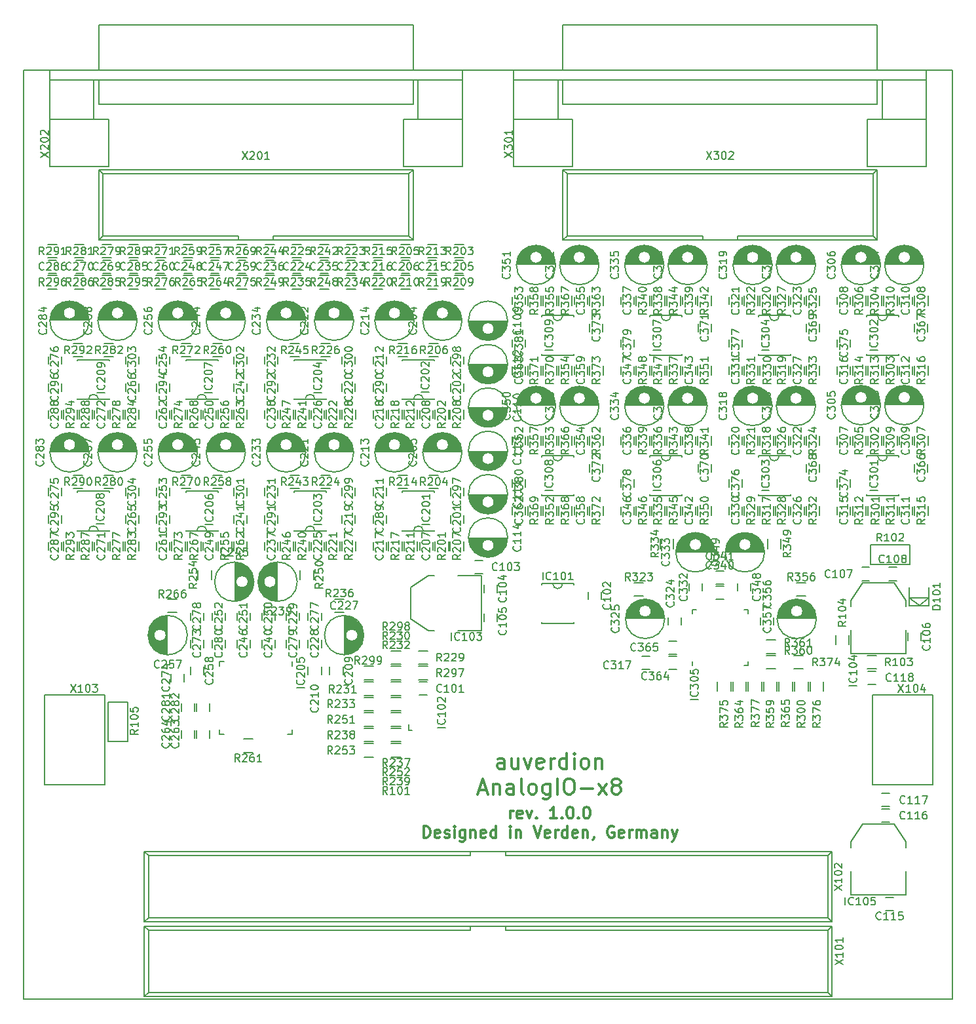
<source format=gbr>
G04 #@! TF.FileFunction,Legend,Top*
%FSLAX46Y46*%
G04 Gerber Fmt 4.6, Leading zero omitted, Abs format (unit mm)*
G04 Created by KiCad (PCBNEW 4.0.7) date Thursday, 09. August 2018 'u49' 18:49:35*
%MOMM*%
%LPD*%
G01*
G04 APERTURE LIST*
%ADD10C,0.100000*%
%ADD11C,0.300000*%
%ADD12C,0.150000*%
G04 APERTURE END LIST*
D10*
D11*
X131678572Y-129178571D02*
X131678572Y-127678571D01*
X132035715Y-127678571D01*
X132250000Y-127750000D01*
X132392858Y-127892857D01*
X132464286Y-128035714D01*
X132535715Y-128321429D01*
X132535715Y-128535714D01*
X132464286Y-128821429D01*
X132392858Y-128964286D01*
X132250000Y-129107143D01*
X132035715Y-129178571D01*
X131678572Y-129178571D01*
X133750000Y-129107143D02*
X133607143Y-129178571D01*
X133321429Y-129178571D01*
X133178572Y-129107143D01*
X133107143Y-128964286D01*
X133107143Y-128392857D01*
X133178572Y-128250000D01*
X133321429Y-128178571D01*
X133607143Y-128178571D01*
X133750000Y-128250000D01*
X133821429Y-128392857D01*
X133821429Y-128535714D01*
X133107143Y-128678571D01*
X134392857Y-129107143D02*
X134535714Y-129178571D01*
X134821429Y-129178571D01*
X134964286Y-129107143D01*
X135035714Y-128964286D01*
X135035714Y-128892857D01*
X134964286Y-128750000D01*
X134821429Y-128678571D01*
X134607143Y-128678571D01*
X134464286Y-128607143D01*
X134392857Y-128464286D01*
X134392857Y-128392857D01*
X134464286Y-128250000D01*
X134607143Y-128178571D01*
X134821429Y-128178571D01*
X134964286Y-128250000D01*
X135678572Y-129178571D02*
X135678572Y-128178571D01*
X135678572Y-127678571D02*
X135607143Y-127750000D01*
X135678572Y-127821429D01*
X135750000Y-127750000D01*
X135678572Y-127678571D01*
X135678572Y-127821429D01*
X137035715Y-128178571D02*
X137035715Y-129392857D01*
X136964286Y-129535714D01*
X136892858Y-129607143D01*
X136750001Y-129678571D01*
X136535715Y-129678571D01*
X136392858Y-129607143D01*
X137035715Y-129107143D02*
X136892858Y-129178571D01*
X136607144Y-129178571D01*
X136464286Y-129107143D01*
X136392858Y-129035714D01*
X136321429Y-128892857D01*
X136321429Y-128464286D01*
X136392858Y-128321429D01*
X136464286Y-128250000D01*
X136607144Y-128178571D01*
X136892858Y-128178571D01*
X137035715Y-128250000D01*
X137750001Y-128178571D02*
X137750001Y-129178571D01*
X137750001Y-128321429D02*
X137821429Y-128250000D01*
X137964287Y-128178571D01*
X138178572Y-128178571D01*
X138321429Y-128250000D01*
X138392858Y-128392857D01*
X138392858Y-129178571D01*
X139678572Y-129107143D02*
X139535715Y-129178571D01*
X139250001Y-129178571D01*
X139107144Y-129107143D01*
X139035715Y-128964286D01*
X139035715Y-128392857D01*
X139107144Y-128250000D01*
X139250001Y-128178571D01*
X139535715Y-128178571D01*
X139678572Y-128250000D01*
X139750001Y-128392857D01*
X139750001Y-128535714D01*
X139035715Y-128678571D01*
X141035715Y-129178571D02*
X141035715Y-127678571D01*
X141035715Y-129107143D02*
X140892858Y-129178571D01*
X140607144Y-129178571D01*
X140464286Y-129107143D01*
X140392858Y-129035714D01*
X140321429Y-128892857D01*
X140321429Y-128464286D01*
X140392858Y-128321429D01*
X140464286Y-128250000D01*
X140607144Y-128178571D01*
X140892858Y-128178571D01*
X141035715Y-128250000D01*
X142892858Y-129178571D02*
X142892858Y-128178571D01*
X142892858Y-127678571D02*
X142821429Y-127750000D01*
X142892858Y-127821429D01*
X142964286Y-127750000D01*
X142892858Y-127678571D01*
X142892858Y-127821429D01*
X143607144Y-128178571D02*
X143607144Y-129178571D01*
X143607144Y-128321429D02*
X143678572Y-128250000D01*
X143821430Y-128178571D01*
X144035715Y-128178571D01*
X144178572Y-128250000D01*
X144250001Y-128392857D01*
X144250001Y-129178571D01*
X145892858Y-127678571D02*
X146392858Y-129178571D01*
X146892858Y-127678571D01*
X147964286Y-129107143D02*
X147821429Y-129178571D01*
X147535715Y-129178571D01*
X147392858Y-129107143D01*
X147321429Y-128964286D01*
X147321429Y-128392857D01*
X147392858Y-128250000D01*
X147535715Y-128178571D01*
X147821429Y-128178571D01*
X147964286Y-128250000D01*
X148035715Y-128392857D01*
X148035715Y-128535714D01*
X147321429Y-128678571D01*
X148678572Y-129178571D02*
X148678572Y-128178571D01*
X148678572Y-128464286D02*
X148750000Y-128321429D01*
X148821429Y-128250000D01*
X148964286Y-128178571D01*
X149107143Y-128178571D01*
X150250000Y-129178571D02*
X150250000Y-127678571D01*
X150250000Y-129107143D02*
X150107143Y-129178571D01*
X149821429Y-129178571D01*
X149678571Y-129107143D01*
X149607143Y-129035714D01*
X149535714Y-128892857D01*
X149535714Y-128464286D01*
X149607143Y-128321429D01*
X149678571Y-128250000D01*
X149821429Y-128178571D01*
X150107143Y-128178571D01*
X150250000Y-128250000D01*
X151535714Y-129107143D02*
X151392857Y-129178571D01*
X151107143Y-129178571D01*
X150964286Y-129107143D01*
X150892857Y-128964286D01*
X150892857Y-128392857D01*
X150964286Y-128250000D01*
X151107143Y-128178571D01*
X151392857Y-128178571D01*
X151535714Y-128250000D01*
X151607143Y-128392857D01*
X151607143Y-128535714D01*
X150892857Y-128678571D01*
X152250000Y-128178571D02*
X152250000Y-129178571D01*
X152250000Y-128321429D02*
X152321428Y-128250000D01*
X152464286Y-128178571D01*
X152678571Y-128178571D01*
X152821428Y-128250000D01*
X152892857Y-128392857D01*
X152892857Y-129178571D01*
X153678571Y-129107143D02*
X153678571Y-129178571D01*
X153607143Y-129321429D01*
X153535714Y-129392857D01*
X156250000Y-127750000D02*
X156107143Y-127678571D01*
X155892857Y-127678571D01*
X155678572Y-127750000D01*
X155535714Y-127892857D01*
X155464286Y-128035714D01*
X155392857Y-128321429D01*
X155392857Y-128535714D01*
X155464286Y-128821429D01*
X155535714Y-128964286D01*
X155678572Y-129107143D01*
X155892857Y-129178571D01*
X156035714Y-129178571D01*
X156250000Y-129107143D01*
X156321429Y-129035714D01*
X156321429Y-128535714D01*
X156035714Y-128535714D01*
X157535714Y-129107143D02*
X157392857Y-129178571D01*
X157107143Y-129178571D01*
X156964286Y-129107143D01*
X156892857Y-128964286D01*
X156892857Y-128392857D01*
X156964286Y-128250000D01*
X157107143Y-128178571D01*
X157392857Y-128178571D01*
X157535714Y-128250000D01*
X157607143Y-128392857D01*
X157607143Y-128535714D01*
X156892857Y-128678571D01*
X158250000Y-129178571D02*
X158250000Y-128178571D01*
X158250000Y-128464286D02*
X158321428Y-128321429D01*
X158392857Y-128250000D01*
X158535714Y-128178571D01*
X158678571Y-128178571D01*
X159178571Y-129178571D02*
X159178571Y-128178571D01*
X159178571Y-128321429D02*
X159249999Y-128250000D01*
X159392857Y-128178571D01*
X159607142Y-128178571D01*
X159749999Y-128250000D01*
X159821428Y-128392857D01*
X159821428Y-129178571D01*
X159821428Y-128392857D02*
X159892857Y-128250000D01*
X160035714Y-128178571D01*
X160249999Y-128178571D01*
X160392857Y-128250000D01*
X160464285Y-128392857D01*
X160464285Y-129178571D01*
X161821428Y-129178571D02*
X161821428Y-128392857D01*
X161749999Y-128250000D01*
X161607142Y-128178571D01*
X161321428Y-128178571D01*
X161178571Y-128250000D01*
X161821428Y-129107143D02*
X161678571Y-129178571D01*
X161321428Y-129178571D01*
X161178571Y-129107143D01*
X161107142Y-128964286D01*
X161107142Y-128821429D01*
X161178571Y-128678571D01*
X161321428Y-128607143D01*
X161678571Y-128607143D01*
X161821428Y-128535714D01*
X162535714Y-128178571D02*
X162535714Y-129178571D01*
X162535714Y-128321429D02*
X162607142Y-128250000D01*
X162750000Y-128178571D01*
X162964285Y-128178571D01*
X163107142Y-128250000D01*
X163178571Y-128392857D01*
X163178571Y-129178571D01*
X163750000Y-128178571D02*
X164107143Y-129178571D01*
X164464285Y-128178571D02*
X164107143Y-129178571D01*
X163964285Y-129535714D01*
X163892857Y-129607143D01*
X163750000Y-129678571D01*
X142892858Y-126678571D02*
X142892858Y-125678571D01*
X142892858Y-125964286D02*
X142964286Y-125821429D01*
X143035715Y-125750000D01*
X143178572Y-125678571D01*
X143321429Y-125678571D01*
X144392857Y-126607143D02*
X144250000Y-126678571D01*
X143964286Y-126678571D01*
X143821429Y-126607143D01*
X143750000Y-126464286D01*
X143750000Y-125892857D01*
X143821429Y-125750000D01*
X143964286Y-125678571D01*
X144250000Y-125678571D01*
X144392857Y-125750000D01*
X144464286Y-125892857D01*
X144464286Y-126035714D01*
X143750000Y-126178571D01*
X144964286Y-125678571D02*
X145321429Y-126678571D01*
X145678571Y-125678571D01*
X146250000Y-126535714D02*
X146321428Y-126607143D01*
X146250000Y-126678571D01*
X146178571Y-126607143D01*
X146250000Y-126535714D01*
X146250000Y-126678571D01*
X148892857Y-126678571D02*
X148035714Y-126678571D01*
X148464286Y-126678571D02*
X148464286Y-125178571D01*
X148321429Y-125392857D01*
X148178571Y-125535714D01*
X148035714Y-125607143D01*
X149535714Y-126535714D02*
X149607142Y-126607143D01*
X149535714Y-126678571D01*
X149464285Y-126607143D01*
X149535714Y-126535714D01*
X149535714Y-126678571D01*
X150535714Y-125178571D02*
X150678571Y-125178571D01*
X150821428Y-125250000D01*
X150892857Y-125321429D01*
X150964286Y-125464286D01*
X151035714Y-125750000D01*
X151035714Y-126107143D01*
X150964286Y-126392857D01*
X150892857Y-126535714D01*
X150821428Y-126607143D01*
X150678571Y-126678571D01*
X150535714Y-126678571D01*
X150392857Y-126607143D01*
X150321428Y-126535714D01*
X150250000Y-126392857D01*
X150178571Y-126107143D01*
X150178571Y-125750000D01*
X150250000Y-125464286D01*
X150321428Y-125321429D01*
X150392857Y-125250000D01*
X150535714Y-125178571D01*
X151678571Y-126535714D02*
X151749999Y-126607143D01*
X151678571Y-126678571D01*
X151607142Y-126607143D01*
X151678571Y-126535714D01*
X151678571Y-126678571D01*
X152678571Y-125178571D02*
X152821428Y-125178571D01*
X152964285Y-125250000D01*
X153035714Y-125321429D01*
X153107143Y-125464286D01*
X153178571Y-125750000D01*
X153178571Y-126107143D01*
X153107143Y-126392857D01*
X153035714Y-126535714D01*
X152964285Y-126607143D01*
X152821428Y-126678571D01*
X152678571Y-126678571D01*
X152535714Y-126607143D01*
X152464285Y-126535714D01*
X152392857Y-126392857D01*
X152321428Y-126107143D01*
X152321428Y-125750000D01*
X152392857Y-125464286D01*
X152464285Y-125321429D01*
X152535714Y-125250000D01*
X152678571Y-125178571D01*
X142095237Y-120254762D02*
X142095237Y-119207143D01*
X141999999Y-119016667D01*
X141809523Y-118921429D01*
X141428571Y-118921429D01*
X141238094Y-119016667D01*
X142095237Y-120159524D02*
X141904761Y-120254762D01*
X141428571Y-120254762D01*
X141238094Y-120159524D01*
X141142856Y-119969048D01*
X141142856Y-119778571D01*
X141238094Y-119588095D01*
X141428571Y-119492857D01*
X141904761Y-119492857D01*
X142095237Y-119397619D01*
X143904761Y-118921429D02*
X143904761Y-120254762D01*
X143047618Y-118921429D02*
X143047618Y-119969048D01*
X143142857Y-120159524D01*
X143333333Y-120254762D01*
X143619047Y-120254762D01*
X143809523Y-120159524D01*
X143904761Y-120064286D01*
X144666666Y-118921429D02*
X145142857Y-120254762D01*
X145619047Y-118921429D01*
X147142857Y-120159524D02*
X146952381Y-120254762D01*
X146571429Y-120254762D01*
X146380952Y-120159524D01*
X146285714Y-119969048D01*
X146285714Y-119207143D01*
X146380952Y-119016667D01*
X146571429Y-118921429D01*
X146952381Y-118921429D01*
X147142857Y-119016667D01*
X147238095Y-119207143D01*
X147238095Y-119397619D01*
X146285714Y-119588095D01*
X148095238Y-120254762D02*
X148095238Y-118921429D01*
X148095238Y-119302381D02*
X148190477Y-119111905D01*
X148285715Y-119016667D01*
X148476191Y-118921429D01*
X148666667Y-118921429D01*
X150190476Y-120254762D02*
X150190476Y-118254762D01*
X150190476Y-120159524D02*
X150000000Y-120254762D01*
X149619048Y-120254762D01*
X149428572Y-120159524D01*
X149333333Y-120064286D01*
X149238095Y-119873810D01*
X149238095Y-119302381D01*
X149333333Y-119111905D01*
X149428572Y-119016667D01*
X149619048Y-118921429D01*
X150000000Y-118921429D01*
X150190476Y-119016667D01*
X151142857Y-120254762D02*
X151142857Y-118921429D01*
X151142857Y-118254762D02*
X151047619Y-118350000D01*
X151142857Y-118445238D01*
X151238096Y-118350000D01*
X151142857Y-118254762D01*
X151142857Y-118445238D01*
X152380953Y-120254762D02*
X152190477Y-120159524D01*
X152095238Y-120064286D01*
X152000000Y-119873810D01*
X152000000Y-119302381D01*
X152095238Y-119111905D01*
X152190477Y-119016667D01*
X152380953Y-118921429D01*
X152666667Y-118921429D01*
X152857143Y-119016667D01*
X152952381Y-119111905D01*
X153047619Y-119302381D01*
X153047619Y-119873810D01*
X152952381Y-120064286D01*
X152857143Y-120159524D01*
X152666667Y-120254762D01*
X152380953Y-120254762D01*
X153904762Y-118921429D02*
X153904762Y-120254762D01*
X153904762Y-119111905D02*
X154000001Y-119016667D01*
X154190477Y-118921429D01*
X154476191Y-118921429D01*
X154666667Y-119016667D01*
X154761905Y-119207143D01*
X154761905Y-120254762D01*
X138857142Y-122983333D02*
X139809523Y-122983333D01*
X138666666Y-123554762D02*
X139333333Y-121554762D01*
X140000000Y-123554762D01*
X140666666Y-122221429D02*
X140666666Y-123554762D01*
X140666666Y-122411905D02*
X140761905Y-122316667D01*
X140952381Y-122221429D01*
X141238095Y-122221429D01*
X141428571Y-122316667D01*
X141523809Y-122507143D01*
X141523809Y-123554762D01*
X143333333Y-123554762D02*
X143333333Y-122507143D01*
X143238095Y-122316667D01*
X143047619Y-122221429D01*
X142666667Y-122221429D01*
X142476190Y-122316667D01*
X143333333Y-123459524D02*
X143142857Y-123554762D01*
X142666667Y-123554762D01*
X142476190Y-123459524D01*
X142380952Y-123269048D01*
X142380952Y-123078571D01*
X142476190Y-122888095D01*
X142666667Y-122792857D01*
X143142857Y-122792857D01*
X143333333Y-122697619D01*
X144571429Y-123554762D02*
X144380953Y-123459524D01*
X144285714Y-123269048D01*
X144285714Y-121554762D01*
X145619048Y-123554762D02*
X145428572Y-123459524D01*
X145333333Y-123364286D01*
X145238095Y-123173810D01*
X145238095Y-122602381D01*
X145333333Y-122411905D01*
X145428572Y-122316667D01*
X145619048Y-122221429D01*
X145904762Y-122221429D01*
X146095238Y-122316667D01*
X146190476Y-122411905D01*
X146285714Y-122602381D01*
X146285714Y-123173810D01*
X146190476Y-123364286D01*
X146095238Y-123459524D01*
X145904762Y-123554762D01*
X145619048Y-123554762D01*
X148000000Y-122221429D02*
X148000000Y-123840476D01*
X147904762Y-124030952D01*
X147809524Y-124126190D01*
X147619048Y-124221429D01*
X147333334Y-124221429D01*
X147142857Y-124126190D01*
X148000000Y-123459524D02*
X147809524Y-123554762D01*
X147428572Y-123554762D01*
X147238096Y-123459524D01*
X147142857Y-123364286D01*
X147047619Y-123173810D01*
X147047619Y-122602381D01*
X147142857Y-122411905D01*
X147238096Y-122316667D01*
X147428572Y-122221429D01*
X147809524Y-122221429D01*
X148000000Y-122316667D01*
X148952381Y-123554762D02*
X148952381Y-121554762D01*
X150285715Y-121554762D02*
X150666667Y-121554762D01*
X150857143Y-121650000D01*
X151047620Y-121840476D01*
X151142858Y-122221429D01*
X151142858Y-122888095D01*
X151047620Y-123269048D01*
X150857143Y-123459524D01*
X150666667Y-123554762D01*
X150285715Y-123554762D01*
X150095239Y-123459524D01*
X149904762Y-123269048D01*
X149809524Y-122888095D01*
X149809524Y-122221429D01*
X149904762Y-121840476D01*
X150095239Y-121650000D01*
X150285715Y-121554762D01*
X152000000Y-122792857D02*
X153523810Y-122792857D01*
X154285714Y-123554762D02*
X155333333Y-122221429D01*
X154285714Y-122221429D02*
X155333333Y-123554762D01*
X156380953Y-122411905D02*
X156190477Y-122316667D01*
X156095238Y-122221429D01*
X156000000Y-122030952D01*
X156000000Y-121935714D01*
X156095238Y-121745238D01*
X156190477Y-121650000D01*
X156380953Y-121554762D01*
X156761905Y-121554762D01*
X156952381Y-121650000D01*
X157047619Y-121745238D01*
X157142858Y-121935714D01*
X157142858Y-122030952D01*
X157047619Y-122221429D01*
X156952381Y-122316667D01*
X156761905Y-122411905D01*
X156380953Y-122411905D01*
X156190477Y-122507143D01*
X156095238Y-122602381D01*
X156000000Y-122792857D01*
X156000000Y-123173810D01*
X156095238Y-123364286D01*
X156190477Y-123459524D01*
X156380953Y-123554762D01*
X156761905Y-123554762D01*
X156952381Y-123459524D01*
X157047619Y-123364286D01*
X157142858Y-123173810D01*
X157142858Y-122792857D01*
X157047619Y-122602381D01*
X156952381Y-122507143D01*
X156761905Y-122411905D01*
D12*
X80000000Y-150000000D02*
X80000000Y-30000000D01*
X200000000Y-150000000D02*
X80000000Y-150000000D01*
X200000000Y-30000000D02*
X200000000Y-150000000D01*
X80000000Y-30000000D02*
X200000000Y-30000000D01*
X185150000Y-68300000D02*
X185150000Y-69300000D01*
X186850000Y-69300000D02*
X186850000Y-68300000D01*
X188875000Y-68200000D02*
X188875000Y-69400000D01*
X187125000Y-69400000D02*
X187125000Y-68200000D01*
X108850000Y-88500000D02*
X108850000Y-87500000D01*
X107150000Y-87500000D02*
X107150000Y-88500000D01*
X136850000Y-88500000D02*
X136850000Y-87500000D01*
X135150000Y-87500000D02*
X135150000Y-88500000D01*
X136850000Y-71500000D02*
X136850000Y-70500000D01*
X135150000Y-70500000D02*
X135150000Y-71500000D01*
X132850000Y-92000000D02*
X132850000Y-91000000D01*
X131150000Y-91000000D02*
X131150000Y-92000000D01*
X132850000Y-75000000D02*
X132850000Y-74000000D01*
X131150000Y-74000000D02*
X131150000Y-75000000D01*
X121250000Y-108100000D02*
X121250000Y-107100000D01*
X119550000Y-107100000D02*
X119550000Y-108100000D01*
X116750000Y-103600000D02*
X116750000Y-104600000D01*
X118450000Y-104600000D02*
X118450000Y-103600000D01*
X126850000Y-85000000D02*
X126850000Y-84000000D01*
X125150000Y-84000000D02*
X125150000Y-85000000D01*
X126850000Y-68000000D02*
X126850000Y-67000000D01*
X125150000Y-67000000D02*
X125150000Y-68000000D01*
X126850000Y-92000000D02*
X126850000Y-91000000D01*
X125150000Y-91000000D02*
X125150000Y-92000000D01*
X126850000Y-75000000D02*
X126850000Y-74000000D01*
X125150000Y-74000000D02*
X125150000Y-75000000D01*
X122850000Y-88500000D02*
X122850000Y-87500000D01*
X121150000Y-87500000D02*
X121150000Y-88500000D01*
X122850000Y-71500000D02*
X122850000Y-70500000D01*
X121150000Y-70500000D02*
X121150000Y-71500000D01*
X118450000Y-108100000D02*
X118450000Y-107100000D01*
X116750000Y-107100000D02*
X116750000Y-108100000D01*
X118850000Y-92000000D02*
X118850000Y-91000000D01*
X117150000Y-91000000D02*
X117150000Y-92000000D01*
X118850000Y-75000000D02*
X118850000Y-74000000D01*
X117150000Y-74000000D02*
X117150000Y-75000000D01*
X115650000Y-101100000D02*
X115650000Y-100100000D01*
X113950000Y-100100000D02*
X113950000Y-101100000D01*
X110750000Y-100100000D02*
X110750000Y-101100000D01*
X112450000Y-101100000D02*
X112450000Y-100100000D01*
X112850000Y-85000000D02*
X112850000Y-84000000D01*
X111150000Y-84000000D02*
X111150000Y-85000000D01*
X112850000Y-68000000D02*
X112850000Y-67000000D01*
X111150000Y-67000000D02*
X111150000Y-68000000D01*
X112450000Y-104600000D02*
X112450000Y-103600000D01*
X110750000Y-103600000D02*
X110750000Y-104600000D01*
X112850000Y-92000000D02*
X112850000Y-91000000D01*
X111150000Y-91000000D02*
X111150000Y-92000000D01*
X112850000Y-75000000D02*
X112850000Y-74000000D01*
X111150000Y-74000000D02*
X111150000Y-75000000D01*
X109250000Y-104600000D02*
X109250000Y-103600000D01*
X107550000Y-103600000D02*
X107550000Y-104600000D01*
X108850000Y-71500000D02*
X108850000Y-70500000D01*
X107150000Y-70500000D02*
X107150000Y-71500000D01*
X104850000Y-92000000D02*
X104850000Y-91000000D01*
X103150000Y-91000000D02*
X103150000Y-92000000D01*
X104850000Y-75000000D02*
X104850000Y-74000000D01*
X103150000Y-74000000D02*
X103150000Y-75000000D01*
X101550000Y-107100000D02*
X101550000Y-108100000D01*
X103250000Y-108100000D02*
X103250000Y-107100000D01*
X107550000Y-100100000D02*
X107550000Y-101100000D01*
X109250000Y-101100000D02*
X109250000Y-100100000D01*
X106050000Y-101100000D02*
X106050000Y-100100000D01*
X104350000Y-100100000D02*
X104350000Y-101100000D01*
X98850000Y-85000000D02*
X98850000Y-84000000D01*
X97150000Y-84000000D02*
X97150000Y-85000000D01*
X98850000Y-68000000D02*
X98850000Y-67000000D01*
X97150000Y-67000000D02*
X97150000Y-68000000D01*
X102350000Y-115300000D02*
X102350000Y-116300000D01*
X104050000Y-116300000D02*
X104050000Y-115300000D01*
X102050000Y-116300000D02*
X102050000Y-115300000D01*
X100350000Y-115300000D02*
X100350000Y-116300000D01*
X98850000Y-92000000D02*
X98850000Y-91000000D01*
X97150000Y-91000000D02*
X97150000Y-92000000D01*
X98850000Y-75000000D02*
X98850000Y-74000000D01*
X97150000Y-74000000D02*
X97150000Y-75000000D01*
X94850000Y-88500000D02*
X94850000Y-87500000D01*
X93150000Y-87500000D02*
X93150000Y-88500000D01*
X94850000Y-71500000D02*
X94850000Y-70500000D01*
X93150000Y-70500000D02*
X93150000Y-71500000D01*
X90850000Y-92000000D02*
X90850000Y-91000000D01*
X89150000Y-91000000D02*
X89150000Y-92000000D01*
X90850000Y-75000000D02*
X90850000Y-74000000D01*
X89150000Y-74000000D02*
X89150000Y-75000000D01*
X115650000Y-104600000D02*
X115650000Y-103600000D01*
X113950000Y-103600000D02*
X113950000Y-104600000D01*
X106050000Y-104600000D02*
X106050000Y-103600000D01*
X104350000Y-103600000D02*
X104350000Y-104600000D01*
X102350000Y-111800000D02*
X102350000Y-112800000D01*
X104050000Y-112800000D02*
X104050000Y-111800000D01*
X101550000Y-103600000D02*
X101550000Y-104600000D01*
X103250000Y-104600000D02*
X103250000Y-103600000D01*
X100750000Y-109000000D02*
X100750000Y-108000000D01*
X99050000Y-108000000D02*
X99050000Y-109000000D01*
X84850000Y-85000000D02*
X84850000Y-84000000D01*
X83150000Y-84000000D02*
X83150000Y-85000000D01*
X84850000Y-68000000D02*
X84850000Y-67000000D01*
X83150000Y-67000000D02*
X83150000Y-68000000D01*
X84850000Y-92000000D02*
X84850000Y-91000000D01*
X83150000Y-91000000D02*
X83150000Y-92000000D01*
X84850000Y-75000000D02*
X84850000Y-74000000D01*
X83150000Y-74000000D02*
X83150000Y-75000000D01*
X126850000Y-88500000D02*
X126850000Y-87500000D01*
X125150000Y-87500000D02*
X125150000Y-88500000D01*
X126850000Y-71500000D02*
X126850000Y-70500000D01*
X125150000Y-70500000D02*
X125150000Y-71500000D01*
X112850000Y-88500000D02*
X112850000Y-87500000D01*
X111150000Y-87500000D02*
X111150000Y-88500000D01*
X112850000Y-71500000D02*
X112850000Y-70500000D01*
X111150000Y-70500000D02*
X111150000Y-71500000D01*
X98850000Y-88500000D02*
X98850000Y-87500000D01*
X97150000Y-87500000D02*
X97150000Y-88500000D01*
X98850000Y-71500000D02*
X98850000Y-70500000D01*
X97150000Y-70500000D02*
X97150000Y-71500000D01*
X84850000Y-88500000D02*
X84850000Y-87500000D01*
X83150000Y-87500000D02*
X83150000Y-88500000D01*
X84850000Y-71500000D02*
X84850000Y-70500000D01*
X83150000Y-70500000D02*
X83150000Y-71500000D01*
X133125000Y-92100000D02*
X133125000Y-90900000D01*
X134875000Y-90900000D02*
X134875000Y-92100000D01*
X133125000Y-75100000D02*
X133125000Y-73900000D01*
X134875000Y-73900000D02*
X134875000Y-75100000D01*
X132400000Y-82325000D02*
X133600000Y-82325000D01*
X133600000Y-84075000D02*
X132400000Y-84075000D01*
X132400000Y-65325000D02*
X133600000Y-65325000D01*
X133600000Y-67075000D02*
X132400000Y-67075000D01*
X135125000Y-92100000D02*
X135125000Y-90900000D01*
X136875000Y-90900000D02*
X136875000Y-92100000D01*
X135125000Y-75100000D02*
X135125000Y-73900000D01*
X136875000Y-73900000D02*
X136875000Y-75100000D01*
X129125000Y-92100000D02*
X129125000Y-90900000D01*
X130875000Y-90900000D02*
X130875000Y-92100000D01*
X129125000Y-75100000D02*
X129125000Y-73900000D01*
X130875000Y-73900000D02*
X130875000Y-75100000D01*
X129600000Y-84075000D02*
X128400000Y-84075000D01*
X128400000Y-82325000D02*
X129600000Y-82325000D01*
X129600000Y-67075000D02*
X128400000Y-67075000D01*
X128400000Y-65325000D02*
X129600000Y-65325000D01*
X127125000Y-92100000D02*
X127125000Y-90900000D01*
X128875000Y-90900000D02*
X128875000Y-92100000D01*
X127125000Y-75100000D02*
X127125000Y-73900000D01*
X128875000Y-73900000D02*
X128875000Y-75100000D01*
X132200000Y-106775000D02*
X131000000Y-106775000D01*
X131000000Y-105025000D02*
X132200000Y-105025000D01*
X128700000Y-108775000D02*
X127500000Y-108775000D01*
X127500000Y-107025000D02*
X128700000Y-107025000D01*
X125200000Y-110775000D02*
X124000000Y-110775000D01*
X124000000Y-109025000D02*
X125200000Y-109025000D01*
X128700000Y-110775000D02*
X127500000Y-110775000D01*
X127500000Y-109025000D02*
X128700000Y-109025000D01*
X125200000Y-112775000D02*
X124000000Y-112775000D01*
X124000000Y-111025000D02*
X125200000Y-111025000D01*
X121400000Y-100075000D02*
X120200000Y-100075000D01*
X120200000Y-98325000D02*
X121400000Y-98325000D01*
X119125000Y-92100000D02*
X119125000Y-90900000D01*
X120875000Y-90900000D02*
X120875000Y-92100000D01*
X119125000Y-75100000D02*
X119125000Y-73900000D01*
X120875000Y-73900000D02*
X120875000Y-75100000D01*
X118400000Y-82325000D02*
X119600000Y-82325000D01*
X119600000Y-84075000D02*
X118400000Y-84075000D01*
X118400000Y-65325000D02*
X119600000Y-65325000D01*
X119600000Y-67075000D02*
X118400000Y-67075000D01*
X121125000Y-92100000D02*
X121125000Y-90900000D01*
X122875000Y-90900000D02*
X122875000Y-92100000D01*
X121125000Y-75100000D02*
X121125000Y-73900000D01*
X122875000Y-73900000D02*
X122875000Y-75100000D01*
X127500000Y-111025000D02*
X128700000Y-111025000D01*
X128700000Y-112775000D02*
X127500000Y-112775000D01*
X124000000Y-115025000D02*
X125200000Y-115025000D01*
X125200000Y-116775000D02*
X124000000Y-116775000D01*
X127500000Y-115025000D02*
X128700000Y-115025000D01*
X128700000Y-116775000D02*
X127500000Y-116775000D01*
X115725000Y-95800000D02*
X115725000Y-94600000D01*
X117475000Y-94600000D02*
X117475000Y-95800000D01*
X115125000Y-92100000D02*
X115125000Y-90900000D01*
X116875000Y-90900000D02*
X116875000Y-92100000D01*
X115125000Y-75100000D02*
X115125000Y-73900000D01*
X116875000Y-73900000D02*
X116875000Y-75100000D01*
X115600000Y-84075000D02*
X114400000Y-84075000D01*
X114400000Y-82325000D02*
X115600000Y-82325000D01*
X115600000Y-67075000D02*
X114400000Y-67075000D01*
X114400000Y-65325000D02*
X115600000Y-65325000D01*
X113125000Y-92100000D02*
X113125000Y-90900000D01*
X114875000Y-90900000D02*
X114875000Y-92100000D01*
X113125000Y-75100000D02*
X113125000Y-73900000D01*
X114875000Y-73900000D02*
X114875000Y-75100000D01*
X124000000Y-113025000D02*
X125200000Y-113025000D01*
X125200000Y-114775000D02*
X124000000Y-114775000D01*
X127500000Y-113025000D02*
X128700000Y-113025000D01*
X128700000Y-114775000D02*
X127500000Y-114775000D01*
X124000000Y-117025000D02*
X125200000Y-117025000D01*
X125200000Y-118775000D02*
X124000000Y-118775000D01*
X102525000Y-95800000D02*
X102525000Y-94600000D01*
X104275000Y-94600000D02*
X104275000Y-95800000D01*
X109600000Y-118175000D02*
X108400000Y-118175000D01*
X108400000Y-116425000D02*
X109600000Y-116425000D01*
X105125000Y-92100000D02*
X105125000Y-90900000D01*
X106875000Y-90900000D02*
X106875000Y-92100000D01*
X105125000Y-75100000D02*
X105125000Y-73900000D01*
X106875000Y-73900000D02*
X106875000Y-75100000D01*
X104400000Y-82325000D02*
X105600000Y-82325000D01*
X105600000Y-84075000D02*
X104400000Y-84075000D01*
X104400000Y-65325000D02*
X105600000Y-65325000D01*
X105600000Y-67075000D02*
X104400000Y-67075000D01*
X107125000Y-92100000D02*
X107125000Y-90900000D01*
X108875000Y-90900000D02*
X108875000Y-92100000D01*
X107125000Y-75100000D02*
X107125000Y-73900000D01*
X108875000Y-73900000D02*
X108875000Y-75100000D01*
X98600000Y-98325000D02*
X99800000Y-98325000D01*
X99800000Y-100075000D02*
X98600000Y-100075000D01*
X101125000Y-92100000D02*
X101125000Y-90900000D01*
X102875000Y-90900000D02*
X102875000Y-92100000D01*
X101125000Y-75100000D02*
X101125000Y-73900000D01*
X102875000Y-73900000D02*
X102875000Y-75100000D01*
X101600000Y-84075000D02*
X100400000Y-84075000D01*
X100400000Y-82325000D02*
X101600000Y-82325000D01*
X101600000Y-67075000D02*
X100400000Y-67075000D01*
X100400000Y-65325000D02*
X101600000Y-65325000D01*
X99125000Y-92100000D02*
X99125000Y-90900000D01*
X100875000Y-90900000D02*
X100875000Y-92100000D01*
X99125000Y-75100000D02*
X99125000Y-73900000D01*
X100875000Y-73900000D02*
X100875000Y-75100000D01*
X91125000Y-92100000D02*
X91125000Y-90900000D01*
X92875000Y-90900000D02*
X92875000Y-92100000D01*
X91125000Y-75100000D02*
X91125000Y-73900000D01*
X92875000Y-73900000D02*
X92875000Y-75100000D01*
X90400000Y-82325000D02*
X91600000Y-82325000D01*
X91600000Y-84075000D02*
X90400000Y-84075000D01*
X90400000Y-65325000D02*
X91600000Y-65325000D01*
X91600000Y-67075000D02*
X90400000Y-67075000D01*
X93125000Y-92100000D02*
X93125000Y-90900000D01*
X94875000Y-90900000D02*
X94875000Y-92100000D01*
X93125000Y-75100000D02*
X93125000Y-73900000D01*
X94875000Y-73900000D02*
X94875000Y-75100000D01*
X87125000Y-92100000D02*
X87125000Y-90900000D01*
X88875000Y-90900000D02*
X88875000Y-92100000D01*
X87125000Y-75100000D02*
X87125000Y-73900000D01*
X88875000Y-73900000D02*
X88875000Y-75100000D01*
X87600000Y-84075000D02*
X86400000Y-84075000D01*
X86400000Y-82325000D02*
X87600000Y-82325000D01*
X87600000Y-67075000D02*
X86400000Y-67075000D01*
X86400000Y-65325000D02*
X87600000Y-65325000D01*
X85125000Y-92100000D02*
X85125000Y-90900000D01*
X86875000Y-90900000D02*
X86875000Y-92100000D01*
X85125000Y-75100000D02*
X85125000Y-73900000D01*
X86875000Y-73900000D02*
X86875000Y-75100000D01*
X186850000Y-78400000D02*
X186850000Y-77400000D01*
X185150000Y-77400000D02*
X185150000Y-78400000D01*
X186850000Y-60300000D02*
X186850000Y-59300000D01*
X185150000Y-59300000D02*
X185150000Y-60300000D01*
X194850000Y-78400000D02*
X194850000Y-77400000D01*
X193150000Y-77400000D02*
X193150000Y-78400000D01*
X194850000Y-60300000D02*
X194850000Y-59300000D01*
X193150000Y-59300000D02*
X193150000Y-60300000D01*
X194850000Y-87400000D02*
X194850000Y-86400000D01*
X193150000Y-86400000D02*
X193150000Y-87400000D01*
X194850000Y-69300000D02*
X194850000Y-68300000D01*
X193150000Y-68300000D02*
X193150000Y-69300000D01*
X185150000Y-86400000D02*
X185150000Y-87400000D01*
X186850000Y-87400000D02*
X186850000Y-86400000D01*
X159900000Y-107450000D02*
X160900000Y-107450000D01*
X160900000Y-105750000D02*
X159900000Y-105750000D01*
X172850000Y-78400000D02*
X172850000Y-77400000D01*
X171150000Y-77400000D02*
X171150000Y-78400000D01*
X172850000Y-60300000D02*
X172850000Y-59300000D01*
X171150000Y-59300000D02*
X171150000Y-60300000D01*
X180850000Y-78400000D02*
X180850000Y-77400000D01*
X179150000Y-77400000D02*
X179150000Y-78400000D01*
X180850000Y-60300000D02*
X180850000Y-59300000D01*
X179150000Y-59300000D02*
X179150000Y-60300000D01*
X164950000Y-101700000D02*
X164950000Y-100700000D01*
X163250000Y-100700000D02*
X163250000Y-101700000D01*
X180850000Y-87400000D02*
X180850000Y-86400000D01*
X179150000Y-86400000D02*
X179150000Y-87400000D01*
X180850000Y-69300000D02*
X180850000Y-68300000D01*
X179150000Y-68300000D02*
X179150000Y-69300000D01*
X171150000Y-86400000D02*
X171150000Y-87400000D01*
X172850000Y-87400000D02*
X172850000Y-86400000D01*
X171150000Y-68300000D02*
X171150000Y-69300000D01*
X172850000Y-69300000D02*
X172850000Y-68300000D01*
X167650000Y-97300000D02*
X167650000Y-96300000D01*
X165950000Y-96300000D02*
X165950000Y-97300000D01*
X158850000Y-78400000D02*
X158850000Y-77400000D01*
X157150000Y-77400000D02*
X157150000Y-78400000D01*
X158850000Y-60300000D02*
X158850000Y-59300000D01*
X157150000Y-59300000D02*
X157150000Y-60300000D01*
X166850000Y-78400000D02*
X166850000Y-77400000D01*
X165150000Y-77400000D02*
X165150000Y-78400000D01*
X166850000Y-60300000D02*
X166850000Y-59300000D01*
X165150000Y-59300000D02*
X165150000Y-60300000D01*
X169456250Y-98393750D02*
X170456250Y-98393750D01*
X170456250Y-96693750D02*
X169456250Y-96693750D01*
X166850000Y-87400000D02*
X166850000Y-86400000D01*
X165150000Y-86400000D02*
X165150000Y-87400000D01*
X166850000Y-69300000D02*
X166850000Y-68300000D01*
X165150000Y-68300000D02*
X165150000Y-69300000D01*
X157150000Y-86400000D02*
X157150000Y-87400000D01*
X158850000Y-87400000D02*
X158850000Y-86400000D01*
X157150000Y-68300000D02*
X157150000Y-69300000D01*
X158850000Y-69300000D02*
X158850000Y-68300000D01*
X173950000Y-97300000D02*
X173950000Y-96300000D01*
X172250000Y-96300000D02*
X172250000Y-97300000D01*
X144850000Y-78400000D02*
X144850000Y-77400000D01*
X143150000Y-77400000D02*
X143150000Y-78400000D01*
X144850000Y-60300000D02*
X144850000Y-59300000D01*
X143150000Y-59300000D02*
X143150000Y-60300000D01*
X152850000Y-78400000D02*
X152850000Y-77400000D01*
X151150000Y-77400000D02*
X151150000Y-78400000D01*
X152850000Y-60300000D02*
X152850000Y-59300000D01*
X151150000Y-59300000D02*
X151150000Y-60300000D01*
X176950000Y-101700000D02*
X176950000Y-100700000D01*
X175250000Y-100700000D02*
X175250000Y-101700000D01*
X152850000Y-87400000D02*
X152850000Y-86400000D01*
X151150000Y-86400000D02*
X151150000Y-87400000D01*
X152850000Y-69300000D02*
X152850000Y-68300000D01*
X151150000Y-68300000D02*
X151150000Y-69300000D01*
X143150000Y-86400000D02*
X143150000Y-87400000D01*
X144850000Y-87400000D02*
X144850000Y-86400000D01*
X144850000Y-69300000D02*
X144850000Y-68300000D01*
X143150000Y-68300000D02*
X143150000Y-69300000D01*
X164400000Y-103750000D02*
X163400000Y-103750000D01*
X163400000Y-105450000D02*
X164400000Y-105450000D01*
X195150000Y-80900000D02*
X195150000Y-81900000D01*
X196850000Y-81900000D02*
X196850000Y-80900000D01*
X195150000Y-62800000D02*
X195150000Y-63800000D01*
X196850000Y-63800000D02*
X196850000Y-62800000D01*
X181150000Y-80900000D02*
X181150000Y-81900000D01*
X182850000Y-81900000D02*
X182850000Y-80900000D01*
X181150000Y-62800000D02*
X181150000Y-63800000D01*
X182850000Y-63800000D02*
X182850000Y-62800000D01*
X167150000Y-80900000D02*
X167150000Y-81900000D01*
X168850000Y-81900000D02*
X168850000Y-80900000D01*
X167150000Y-62800000D02*
X167150000Y-63800000D01*
X168850000Y-63800000D02*
X168850000Y-62800000D01*
X153150000Y-80900000D02*
X153150000Y-81900000D01*
X154850000Y-81900000D02*
X154850000Y-80900000D01*
X153150000Y-62800000D02*
X153150000Y-63800000D01*
X154850000Y-63800000D02*
X154850000Y-62800000D01*
X189125000Y-87500000D02*
X189125000Y-86300000D01*
X190875000Y-86300000D02*
X190875000Y-87500000D01*
X189125000Y-78500000D02*
X189125000Y-77300000D01*
X190875000Y-77300000D02*
X190875000Y-78500000D01*
X191125000Y-69400000D02*
X191125000Y-68200000D01*
X192875000Y-68200000D02*
X192875000Y-69400000D01*
X189125000Y-60400000D02*
X189125000Y-59200000D01*
X190875000Y-59200000D02*
X190875000Y-60400000D01*
X187125000Y-78500000D02*
X187125000Y-77300000D01*
X188875000Y-77300000D02*
X188875000Y-78500000D01*
X187125000Y-60400000D02*
X187125000Y-59200000D01*
X188875000Y-59200000D02*
X188875000Y-60400000D01*
X196875000Y-77300000D02*
X196875000Y-78500000D01*
X195125000Y-78500000D02*
X195125000Y-77300000D01*
X196875000Y-59200000D02*
X196875000Y-60400000D01*
X195125000Y-60400000D02*
X195125000Y-59200000D01*
X192875000Y-77300000D02*
X192875000Y-78500000D01*
X191125000Y-78500000D02*
X191125000Y-77300000D01*
X192875000Y-59200000D02*
X192875000Y-60400000D01*
X191125000Y-60400000D02*
X191125000Y-59200000D01*
X191125000Y-87500000D02*
X191125000Y-86300000D01*
X192875000Y-86300000D02*
X192875000Y-87500000D01*
X188875000Y-86300000D02*
X188875000Y-87500000D01*
X187125000Y-87500000D02*
X187125000Y-86300000D01*
X189125000Y-69400000D02*
X189125000Y-68200000D01*
X190875000Y-68200000D02*
X190875000Y-69400000D01*
X196875000Y-86300000D02*
X196875000Y-87500000D01*
X195125000Y-87500000D02*
X195125000Y-86300000D01*
X196875000Y-68200000D02*
X196875000Y-69400000D01*
X195125000Y-69400000D02*
X195125000Y-68200000D01*
X175125000Y-87500000D02*
X175125000Y-86300000D01*
X176875000Y-86300000D02*
X176875000Y-87500000D01*
X175125000Y-78500000D02*
X175125000Y-77300000D01*
X176875000Y-77300000D02*
X176875000Y-78500000D01*
X177125000Y-69400000D02*
X177125000Y-68200000D01*
X178875000Y-68200000D02*
X178875000Y-69400000D01*
X175125000Y-60400000D02*
X175125000Y-59200000D01*
X176875000Y-59200000D02*
X176875000Y-60400000D01*
X173125000Y-78500000D02*
X173125000Y-77300000D01*
X174875000Y-77300000D02*
X174875000Y-78500000D01*
X173125000Y-60400000D02*
X173125000Y-59200000D01*
X174875000Y-59200000D02*
X174875000Y-60400000D01*
X160100000Y-97975000D02*
X158900000Y-97975000D01*
X158900000Y-96225000D02*
X160100000Y-96225000D01*
X182875000Y-77300000D02*
X182875000Y-78500000D01*
X181125000Y-78500000D02*
X181125000Y-77300000D01*
X182875000Y-59200000D02*
X182875000Y-60400000D01*
X181125000Y-60400000D02*
X181125000Y-59200000D01*
X178875000Y-77300000D02*
X178875000Y-78500000D01*
X177125000Y-78500000D02*
X177125000Y-77300000D01*
X178875000Y-59200000D02*
X178875000Y-60400000D01*
X177125000Y-60400000D02*
X177125000Y-59200000D01*
X177125000Y-87500000D02*
X177125000Y-86300000D01*
X178875000Y-86300000D02*
X178875000Y-87500000D01*
X174875000Y-86300000D02*
X174875000Y-87500000D01*
X173125000Y-87500000D02*
X173125000Y-86300000D01*
X175125000Y-69400000D02*
X175125000Y-68200000D01*
X176875000Y-68200000D02*
X176875000Y-69400000D01*
X174875000Y-68200000D02*
X174875000Y-69400000D01*
X173125000Y-69400000D02*
X173125000Y-68200000D01*
X182875000Y-86300000D02*
X182875000Y-87500000D01*
X181125000Y-87500000D02*
X181125000Y-86300000D01*
X182875000Y-68200000D02*
X182875000Y-69400000D01*
X181125000Y-69400000D02*
X181125000Y-68200000D01*
X163975000Y-90600000D02*
X163975000Y-91800000D01*
X162225000Y-91800000D02*
X162225000Y-90600000D01*
X161125000Y-87500000D02*
X161125000Y-86300000D01*
X162875000Y-86300000D02*
X162875000Y-87500000D01*
X161125000Y-78500000D02*
X161125000Y-77300000D01*
X162875000Y-77300000D02*
X162875000Y-78500000D01*
X163125000Y-69400000D02*
X163125000Y-68200000D01*
X164875000Y-68200000D02*
X164875000Y-69400000D01*
X161125000Y-60400000D02*
X161125000Y-59200000D01*
X162875000Y-59200000D02*
X162875000Y-60400000D01*
X159125000Y-78500000D02*
X159125000Y-77300000D01*
X160875000Y-77300000D02*
X160875000Y-78500000D01*
X159125000Y-60400000D02*
X159125000Y-59200000D01*
X160875000Y-59200000D02*
X160875000Y-60400000D01*
X168875000Y-77300000D02*
X168875000Y-78500000D01*
X167125000Y-78500000D02*
X167125000Y-77300000D01*
X168875000Y-59200000D02*
X168875000Y-60400000D01*
X167125000Y-60400000D02*
X167125000Y-59200000D01*
X164875000Y-77300000D02*
X164875000Y-78500000D01*
X163125000Y-78500000D02*
X163125000Y-77300000D01*
X164875000Y-59200000D02*
X164875000Y-60400000D01*
X163125000Y-60400000D02*
X163125000Y-59200000D01*
X163125000Y-87500000D02*
X163125000Y-86300000D01*
X164875000Y-86300000D02*
X164875000Y-87500000D01*
X160875000Y-86300000D02*
X160875000Y-87500000D01*
X159125000Y-87500000D02*
X159125000Y-86300000D01*
X161125000Y-69400000D02*
X161125000Y-68200000D01*
X162875000Y-68200000D02*
X162875000Y-69400000D01*
X160875000Y-68200000D02*
X160875000Y-69400000D01*
X159125000Y-69400000D02*
X159125000Y-68200000D01*
X177875000Y-90600000D02*
X177875000Y-91800000D01*
X176125000Y-91800000D02*
X176125000Y-90600000D01*
X168875000Y-86300000D02*
X168875000Y-87500000D01*
X167125000Y-87500000D02*
X167125000Y-86300000D01*
X168875000Y-68200000D02*
X168875000Y-69400000D01*
X167125000Y-69400000D02*
X167125000Y-68200000D01*
X147125000Y-87500000D02*
X147125000Y-86300000D01*
X148875000Y-86300000D02*
X148875000Y-87500000D01*
X147125000Y-78500000D02*
X147125000Y-77300000D01*
X148875000Y-77300000D02*
X148875000Y-78500000D01*
X149125000Y-69400000D02*
X149125000Y-68200000D01*
X150875000Y-68200000D02*
X150875000Y-69400000D01*
X179900000Y-96225000D02*
X181100000Y-96225000D01*
X181100000Y-97975000D02*
X179900000Y-97975000D01*
X145125000Y-78500000D02*
X145125000Y-77300000D01*
X146875000Y-77300000D02*
X146875000Y-78500000D01*
X145125000Y-60400000D02*
X145125000Y-59200000D01*
X146875000Y-59200000D02*
X146875000Y-60400000D01*
X173375000Y-109000000D02*
X173375000Y-110200000D01*
X171625000Y-110200000D02*
X171625000Y-109000000D01*
X177625000Y-110200000D02*
X177625000Y-109000000D01*
X179375000Y-109000000D02*
X179375000Y-110200000D01*
X177375000Y-109000000D02*
X177375000Y-110200000D01*
X175625000Y-110200000D02*
X175625000Y-109000000D01*
X176000000Y-105625000D02*
X177200000Y-105625000D01*
X177200000Y-107375000D02*
X176000000Y-107375000D01*
X176000000Y-103625000D02*
X177200000Y-103625000D01*
X177200000Y-105375000D02*
X176000000Y-105375000D01*
X154875000Y-77300000D02*
X154875000Y-78500000D01*
X153125000Y-78500000D02*
X153125000Y-77300000D01*
X154875000Y-59200000D02*
X154875000Y-60400000D01*
X153125000Y-60400000D02*
X153125000Y-59200000D01*
X150875000Y-77300000D02*
X150875000Y-78500000D01*
X149125000Y-78500000D02*
X149125000Y-77300000D01*
X150875000Y-59200000D02*
X150875000Y-60400000D01*
X149125000Y-60400000D02*
X149125000Y-59200000D01*
X149125000Y-87500000D02*
X149125000Y-86300000D01*
X150875000Y-86300000D02*
X150875000Y-87500000D01*
X146875000Y-86300000D02*
X146875000Y-87500000D01*
X145125000Y-87500000D02*
X145125000Y-86300000D01*
X147125000Y-69400000D02*
X147125000Y-68200000D01*
X148875000Y-68200000D02*
X148875000Y-69400000D01*
X146875000Y-68200000D02*
X146875000Y-69400000D01*
X145125000Y-69400000D02*
X145125000Y-68200000D01*
X154875000Y-86300000D02*
X154875000Y-87500000D01*
X153125000Y-87500000D02*
X153125000Y-86300000D01*
X154875000Y-68200000D02*
X154875000Y-69400000D01*
X153125000Y-69400000D02*
X153125000Y-68200000D01*
X190900000Y-127150000D02*
X191900000Y-127150000D01*
X191900000Y-125450000D02*
X190900000Y-125450000D01*
X194250000Y-102700000D02*
X194250000Y-103700000D01*
X195950000Y-103700000D02*
X195950000Y-102700000D01*
X189300000Y-94250000D02*
X188300000Y-94250000D01*
X188300000Y-95950000D02*
X189300000Y-95950000D01*
X131100000Y-110750000D02*
X132100000Y-110750000D01*
X132100000Y-109050000D02*
X131100000Y-109050000D01*
X129758500Y-114569720D02*
X129758500Y-115278380D01*
X129758500Y-115278380D02*
X130159820Y-115278380D01*
X128700000Y-118775000D02*
X127500000Y-118775000D01*
X127500000Y-117025000D02*
X128700000Y-117025000D01*
X170456250Y-94693750D02*
X169456250Y-94693750D01*
X169456250Y-96393750D02*
X170456250Y-96393750D01*
X163400000Y-107450000D02*
X164400000Y-107450000D01*
X164400000Y-105750000D02*
X163400000Y-105750000D01*
X116750000Y-100100000D02*
X116750000Y-101100000D01*
X118450000Y-101100000D02*
X118450000Y-100100000D01*
X101550000Y-100100000D02*
X101550000Y-101100000D01*
X103250000Y-101100000D02*
X103250000Y-100100000D01*
X102050000Y-112800000D02*
X102050000Y-111800000D01*
X100350000Y-111800000D02*
X100350000Y-112800000D01*
X191400000Y-138550000D02*
X192400000Y-138550000D01*
X192400000Y-136850000D02*
X191400000Y-136850000D01*
X191900000Y-123450000D02*
X190900000Y-123450000D01*
X190900000Y-125150000D02*
X191900000Y-125150000D01*
X192800000Y-94250000D02*
X191800000Y-94250000D01*
X191800000Y-95950000D02*
X192800000Y-95950000D01*
X154650000Y-98400000D02*
X154650000Y-97400000D01*
X152950000Y-97400000D02*
X152950000Y-98400000D01*
X166375000Y-99675000D02*
X166900000Y-99675000D01*
X173625000Y-106925000D02*
X173100000Y-106925000D01*
X173625000Y-99675000D02*
X173100000Y-99675000D01*
X166375000Y-106925000D02*
X166375000Y-106400000D01*
X173625000Y-106925000D02*
X173625000Y-106400000D01*
X173625000Y-99675000D02*
X173625000Y-100200000D01*
X166375000Y-99675000D02*
X166375000Y-100200000D01*
X114700000Y-115800000D02*
X114125000Y-115800000D01*
X105300000Y-106400000D02*
X105875000Y-106400000D01*
X105300000Y-115800000D02*
X105875000Y-115800000D01*
X114700000Y-106400000D02*
X114700000Y-106975000D01*
X105300000Y-106400000D02*
X105300000Y-106975000D01*
X105300000Y-115800000D02*
X105300000Y-115225000D01*
X114700000Y-115800000D02*
X114700000Y-115225000D01*
X190100000Y-107650000D02*
X189100000Y-107650000D01*
X189100000Y-109350000D02*
X190100000Y-109350000D01*
X190200000Y-107375000D02*
X189000000Y-107375000D01*
X189000000Y-105625000D02*
X190200000Y-105625000D01*
X186675000Y-103000000D02*
X186675000Y-104200000D01*
X184925000Y-104200000D02*
X184925000Y-103000000D01*
X136800000Y-54550000D02*
X135800000Y-54550000D01*
X135800000Y-56250000D02*
X136800000Y-56250000D01*
X129800000Y-54550000D02*
X128800000Y-54550000D01*
X128800000Y-56250000D02*
X129800000Y-56250000D01*
X132300000Y-56250000D02*
X133300000Y-56250000D01*
X133300000Y-54550000D02*
X132300000Y-54550000D01*
X125300000Y-56250000D02*
X126300000Y-56250000D01*
X126300000Y-54550000D02*
X125300000Y-54550000D01*
X122800000Y-54550000D02*
X121800000Y-54550000D01*
X121800000Y-56250000D02*
X122800000Y-56250000D01*
X115800000Y-54550000D02*
X114800000Y-54550000D01*
X114800000Y-56250000D02*
X115800000Y-56250000D01*
X118300000Y-56250000D02*
X119300000Y-56250000D01*
X119300000Y-54550000D02*
X118300000Y-54550000D01*
X111300000Y-56250000D02*
X112300000Y-56250000D01*
X112300000Y-54550000D02*
X111300000Y-54550000D01*
X104200000Y-56250000D02*
X105200000Y-56250000D01*
X105200000Y-54550000D02*
X104200000Y-54550000D01*
X101700000Y-54550000D02*
X100700000Y-54550000D01*
X100700000Y-56250000D02*
X101700000Y-56250000D01*
X108700000Y-54550000D02*
X107700000Y-54550000D01*
X107700000Y-56250000D02*
X108700000Y-56250000D01*
X97200000Y-56250000D02*
X98200000Y-56250000D01*
X98200000Y-54550000D02*
X97200000Y-54550000D01*
X90200000Y-56250000D02*
X91200000Y-56250000D01*
X91200000Y-54550000D02*
X90200000Y-54550000D01*
X87700000Y-54550000D02*
X86700000Y-54550000D01*
X86700000Y-56250000D02*
X87700000Y-56250000D01*
X94700000Y-54550000D02*
X93700000Y-54550000D01*
X93700000Y-56250000D02*
X94700000Y-56250000D01*
X83200000Y-56250000D02*
X84200000Y-56250000D01*
X84200000Y-54550000D02*
X83200000Y-54550000D01*
X135700000Y-52525000D02*
X136900000Y-52525000D01*
X136900000Y-54275000D02*
X135700000Y-54275000D01*
X128700000Y-52525000D02*
X129900000Y-52525000D01*
X129900000Y-54275000D02*
X128700000Y-54275000D01*
X135700000Y-56525000D02*
X136900000Y-56525000D01*
X136900000Y-58275000D02*
X135700000Y-58275000D01*
X128700000Y-56525000D02*
X129900000Y-56525000D01*
X129900000Y-58275000D02*
X128700000Y-58275000D01*
X133400000Y-54275000D02*
X132200000Y-54275000D01*
X132200000Y-52525000D02*
X133400000Y-52525000D01*
X126400000Y-54275000D02*
X125200000Y-54275000D01*
X125200000Y-52525000D02*
X126400000Y-52525000D01*
X133400000Y-58275000D02*
X132200000Y-58275000D01*
X132200000Y-56525000D02*
X133400000Y-56525000D01*
X126400000Y-58275000D02*
X125200000Y-58275000D01*
X125200000Y-56525000D02*
X126400000Y-56525000D01*
X121700000Y-52525000D02*
X122900000Y-52525000D01*
X122900000Y-54275000D02*
X121700000Y-54275000D01*
X114700000Y-52525000D02*
X115900000Y-52525000D01*
X115900000Y-54275000D02*
X114700000Y-54275000D01*
X121700000Y-56525000D02*
X122900000Y-56525000D01*
X122900000Y-58275000D02*
X121700000Y-58275000D01*
X114700000Y-56525000D02*
X115900000Y-56525000D01*
X115900000Y-58275000D02*
X114700000Y-58275000D01*
X119400000Y-54275000D02*
X118200000Y-54275000D01*
X118200000Y-52525000D02*
X119400000Y-52525000D01*
X112400000Y-54275000D02*
X111200000Y-54275000D01*
X111200000Y-52525000D02*
X112400000Y-52525000D01*
X119400000Y-58275000D02*
X118200000Y-58275000D01*
X118200000Y-56525000D02*
X119400000Y-56525000D01*
X112400000Y-58275000D02*
X111200000Y-58275000D01*
X111200000Y-56525000D02*
X112400000Y-56525000D01*
X105300000Y-54275000D02*
X104100000Y-54275000D01*
X104100000Y-52525000D02*
X105300000Y-52525000D01*
X100600000Y-52525000D02*
X101800000Y-52525000D01*
X101800000Y-54275000D02*
X100600000Y-54275000D01*
X105300000Y-58275000D02*
X104100000Y-58275000D01*
X104100000Y-56525000D02*
X105300000Y-56525000D01*
X100600000Y-56525000D02*
X101800000Y-56525000D01*
X101800000Y-58275000D02*
X100600000Y-58275000D01*
X107600000Y-52525000D02*
X108800000Y-52525000D01*
X108800000Y-54275000D02*
X107600000Y-54275000D01*
X98300000Y-54275000D02*
X97100000Y-54275000D01*
X97100000Y-52525000D02*
X98300000Y-52525000D01*
X107600000Y-56525000D02*
X108800000Y-56525000D01*
X108800000Y-58275000D02*
X107600000Y-58275000D01*
X98300000Y-58275000D02*
X97100000Y-58275000D01*
X97100000Y-56525000D02*
X98300000Y-56525000D01*
X91300000Y-54275000D02*
X90100000Y-54275000D01*
X90100000Y-52525000D02*
X91300000Y-52525000D01*
X86600000Y-52525000D02*
X87800000Y-52525000D01*
X87800000Y-54275000D02*
X86600000Y-54275000D01*
X91300000Y-58275000D02*
X90100000Y-58275000D01*
X90100000Y-56525000D02*
X91300000Y-56525000D01*
X86600000Y-56525000D02*
X87800000Y-56525000D01*
X87800000Y-58275000D02*
X86600000Y-58275000D01*
X93600000Y-52525000D02*
X94800000Y-52525000D01*
X94800000Y-54275000D02*
X93600000Y-54275000D01*
X84300000Y-54275000D02*
X83100000Y-54275000D01*
X83100000Y-52525000D02*
X84300000Y-52525000D01*
X93600000Y-56525000D02*
X94800000Y-56525000D01*
X94800000Y-58275000D02*
X93600000Y-58275000D01*
X84300000Y-58275000D02*
X83100000Y-58275000D01*
X83100000Y-56525000D02*
X84300000Y-56525000D01*
X136850000Y-85000000D02*
X136850000Y-84000000D01*
X135150000Y-84000000D02*
X135150000Y-85000000D01*
X136850000Y-68000000D02*
X136850000Y-67000000D01*
X135150000Y-67000000D02*
X135150000Y-68000000D01*
X122850000Y-85000000D02*
X122850000Y-84000000D01*
X121150000Y-84000000D02*
X121150000Y-85000000D01*
X122850000Y-68000000D02*
X122850000Y-67000000D01*
X121150000Y-67000000D02*
X121150000Y-68000000D01*
X108850000Y-85000000D02*
X108850000Y-84000000D01*
X107150000Y-84000000D02*
X107150000Y-85000000D01*
X108850000Y-68000000D02*
X108850000Y-67000000D01*
X107150000Y-67000000D02*
X107150000Y-68000000D01*
X94850000Y-68000000D02*
X94850000Y-67000000D01*
X93150000Y-67000000D02*
X93150000Y-68000000D01*
X94850000Y-85000000D02*
X94850000Y-84000000D01*
X93150000Y-84000000D02*
X93150000Y-85000000D01*
X186850000Y-83900000D02*
X186850000Y-82900000D01*
X185150000Y-82900000D02*
X185150000Y-83900000D01*
X186850000Y-65800000D02*
X186850000Y-64800000D01*
X185150000Y-64800000D02*
X185150000Y-65800000D01*
X172850000Y-83900000D02*
X172850000Y-82900000D01*
X171150000Y-82900000D02*
X171150000Y-83900000D01*
X172850000Y-65800000D02*
X172850000Y-64800000D01*
X171150000Y-64800000D02*
X171150000Y-65800000D01*
X158850000Y-83900000D02*
X158850000Y-82900000D01*
X157150000Y-82900000D02*
X157150000Y-83900000D01*
X158850000Y-65800000D02*
X158850000Y-64800000D01*
X157150000Y-64800000D02*
X157150000Y-65800000D01*
X144850000Y-83900000D02*
X144850000Y-82900000D01*
X143150000Y-82900000D02*
X143150000Y-83900000D01*
X144850000Y-65800000D02*
X144850000Y-64800000D01*
X143150000Y-64800000D02*
X143150000Y-65800000D01*
X147125000Y-60400000D02*
X147125000Y-59200000D01*
X148875000Y-59200000D02*
X148875000Y-60400000D01*
X139300000Y-93350000D02*
X138300000Y-93350000D01*
X138300000Y-95050000D02*
X139300000Y-95050000D01*
X141150000Y-97500000D02*
X141150000Y-96500000D01*
X139450000Y-96500000D02*
X139450000Y-97500000D01*
X141150000Y-101200000D02*
X141150000Y-100200000D01*
X139450000Y-100200000D02*
X139450000Y-101200000D01*
X194530000Y-93870000D02*
X189450000Y-93870000D01*
X189450000Y-93870000D02*
X189450000Y-91330000D01*
X189450000Y-91330000D02*
X194530000Y-91330000D01*
X194530000Y-91330000D02*
X194530000Y-93870000D01*
X195700000Y-99150620D02*
X194450320Y-98200660D01*
X194450320Y-98200660D02*
X196949680Y-98200660D01*
X196949680Y-98200660D02*
X195700000Y-99198880D01*
X194450320Y-99198880D02*
X196949680Y-99198880D01*
X194450320Y-96900180D02*
X194450320Y-96801120D01*
X196949680Y-96900180D02*
X196949680Y-96801120D01*
X194450320Y-99198880D02*
X194450320Y-96849380D01*
X196949680Y-99198880D02*
X196949680Y-96950980D01*
X90930000Y-116730000D02*
X90930000Y-111650000D01*
X90930000Y-111650000D02*
X93470000Y-111650000D01*
X93470000Y-111650000D02*
X93470000Y-116730000D01*
X93470000Y-116730000D02*
X90930000Y-116730000D01*
X136670000Y-31270000D02*
X136670000Y-42500000D01*
X129050000Y-36350000D02*
X129050000Y-42500000D01*
X130955000Y-31270000D02*
X130955000Y-36350000D01*
X89045000Y-31270000D02*
X89045000Y-36350000D01*
X90950000Y-36350000D02*
X90950000Y-42500000D01*
X83330000Y-42500000D02*
X83330000Y-31270000D01*
X136670000Y-36350000D02*
X129050000Y-36350000D01*
X83330000Y-36350000D02*
X90950000Y-36350000D01*
X130320000Y-34445000D02*
X130320000Y-31270000D01*
X89680000Y-34445000D02*
X89680000Y-31270000D01*
X130320000Y-24200000D02*
X130320000Y-30000000D01*
X89680000Y-24200000D02*
X89680000Y-30000000D01*
X136670000Y-31270000D02*
X136670000Y-30000000D01*
X136670000Y-30000000D02*
X83330000Y-30000000D01*
X83330000Y-30000000D02*
X83330000Y-31270000D01*
X83330000Y-31270000D02*
X136670000Y-31270000D01*
X129050000Y-42500000D02*
X136670000Y-42500000D01*
X89680000Y-34445000D02*
X130320000Y-34445000D01*
X89680000Y-24200000D02*
X130320000Y-24200000D01*
X83330000Y-42500000D02*
X90950000Y-42500000D01*
X196670000Y-31270000D02*
X196670000Y-42500000D01*
X189050000Y-36350000D02*
X189050000Y-42500000D01*
X190955000Y-31270000D02*
X190955000Y-36350000D01*
X149045000Y-31270000D02*
X149045000Y-36350000D01*
X150950000Y-36350000D02*
X150950000Y-42500000D01*
X143330000Y-42500000D02*
X143330000Y-31270000D01*
X196670000Y-36350000D02*
X189050000Y-36350000D01*
X143330000Y-36350000D02*
X150950000Y-36350000D01*
X190320000Y-34445000D02*
X190320000Y-31270000D01*
X149680000Y-34445000D02*
X149680000Y-31270000D01*
X190320000Y-24200000D02*
X190320000Y-30000000D01*
X149680000Y-24200000D02*
X149680000Y-30000000D01*
X196670000Y-31270000D02*
X196670000Y-30000000D01*
X196670000Y-30000000D02*
X143330000Y-30000000D01*
X143330000Y-30000000D02*
X143330000Y-31270000D01*
X143330000Y-31270000D02*
X196670000Y-31270000D01*
X189050000Y-42500000D02*
X196670000Y-42500000D01*
X149680000Y-34445000D02*
X190320000Y-34445000D01*
X149680000Y-24200000D02*
X190320000Y-24200000D01*
X143330000Y-42500000D02*
X150950000Y-42500000D01*
X132200000Y-108775000D02*
X131000000Y-108775000D01*
X131000000Y-107025000D02*
X132200000Y-107025000D01*
X128700000Y-106775000D02*
X127500000Y-106775000D01*
X127500000Y-105025000D02*
X128700000Y-105025000D01*
X125200000Y-108775000D02*
X124000000Y-108775000D01*
X124000000Y-107025000D02*
X125200000Y-107025000D01*
X180700000Y-107375000D02*
X179500000Y-107375000D01*
X179500000Y-105625000D02*
X180700000Y-105625000D01*
X181375000Y-109000000D02*
X181375000Y-110200000D01*
X179625000Y-110200000D02*
X179625000Y-109000000D01*
X169625000Y-110200000D02*
X169625000Y-109000000D01*
X171375000Y-109000000D02*
X171375000Y-110200000D01*
X181625000Y-110200000D02*
X181625000Y-109000000D01*
X183375000Y-109000000D02*
X183375000Y-110200000D01*
X175375000Y-109000000D02*
X175375000Y-110200000D01*
X173625000Y-110200000D02*
X173625000Y-109000000D01*
X184450000Y-140020000D02*
X95550000Y-140020000D01*
X183910000Y-139470000D02*
X96110000Y-139470000D01*
X184450000Y-130920000D02*
X95550000Y-130920000D01*
X183910000Y-131470000D02*
X142250000Y-131470000D01*
X137750000Y-131470000D02*
X96110000Y-131470000D01*
X142250000Y-131470000D02*
X142250000Y-130920000D01*
X137750000Y-131470000D02*
X137750000Y-130920000D01*
X184450000Y-140020000D02*
X184450000Y-130920000D01*
X183910000Y-139470000D02*
X183910000Y-131470000D01*
X95550000Y-140020000D02*
X95550000Y-130920000D01*
X96110000Y-139470000D02*
X96110000Y-131470000D01*
X184450000Y-140020000D02*
X183910000Y-139470000D01*
X95550000Y-140020000D02*
X96110000Y-139470000D01*
X184450000Y-130920000D02*
X183910000Y-131470000D01*
X95550000Y-130920000D02*
X96110000Y-131470000D01*
X184450000Y-149680000D02*
X95550000Y-149680000D01*
X183910000Y-149130000D02*
X96110000Y-149130000D01*
X184450000Y-140580000D02*
X95550000Y-140580000D01*
X183910000Y-141130000D02*
X142250000Y-141130000D01*
X137750000Y-141130000D02*
X96110000Y-141130000D01*
X142250000Y-141130000D02*
X142250000Y-140580000D01*
X137750000Y-141130000D02*
X137750000Y-140580000D01*
X184450000Y-149680000D02*
X184450000Y-140580000D01*
X183910000Y-149130000D02*
X183910000Y-141130000D01*
X95550000Y-149680000D02*
X95550000Y-140580000D01*
X96110000Y-149130000D02*
X96110000Y-141130000D01*
X184450000Y-149680000D02*
X183910000Y-149130000D01*
X95550000Y-149680000D02*
X96110000Y-149130000D01*
X184450000Y-140580000D02*
X183910000Y-141130000D01*
X95550000Y-140580000D02*
X96110000Y-141130000D01*
X90450000Y-110700000D02*
X82700000Y-110700000D01*
X90450000Y-122300000D02*
X82700000Y-122300000D01*
X90450000Y-110700000D02*
X90450000Y-122300000D01*
X82700000Y-110700000D02*
X82700000Y-122300000D01*
X131635000Y-89540000D02*
G75*
G03X130365000Y-89540000I-635000J0D01*
G01*
X133075000Y-89575000D02*
X133075000Y-89430000D01*
X128925000Y-89575000D02*
X128925000Y-89430000D01*
X128925000Y-84425000D02*
X128925000Y-84570000D01*
X133075000Y-84425000D02*
X133075000Y-84570000D01*
X133075000Y-89575000D02*
X128925000Y-89575000D01*
X133075000Y-84425000D02*
X128925000Y-84425000D01*
X148365000Y-96360000D02*
G75*
G03X149635000Y-96360000I635000J0D01*
G01*
X146925000Y-96325000D02*
X146925000Y-96470000D01*
X151075000Y-96325000D02*
X151075000Y-96470000D01*
X151075000Y-101475000D02*
X151075000Y-101330000D01*
X146925000Y-101475000D02*
X146925000Y-101330000D01*
X146925000Y-96325000D02*
X151075000Y-96325000D01*
X146925000Y-101475000D02*
X151075000Y-101475000D01*
X148365000Y-79860000D02*
G75*
G03X149635000Y-79860000I635000J0D01*
G01*
X146925000Y-79825000D02*
X146925000Y-79970000D01*
X151075000Y-79825000D02*
X151075000Y-79970000D01*
X151075000Y-84975000D02*
X151075000Y-84830000D01*
X146925000Y-84975000D02*
X146925000Y-84830000D01*
X146925000Y-79825000D02*
X151075000Y-79825000D01*
X146925000Y-84975000D02*
X151075000Y-84975000D01*
X162365000Y-61760000D02*
G75*
G03X163635000Y-61760000I635000J0D01*
G01*
X160925000Y-61725000D02*
X160925000Y-61870000D01*
X165075000Y-61725000D02*
X165075000Y-61870000D01*
X165075000Y-66875000D02*
X165075000Y-66730000D01*
X160925000Y-66875000D02*
X160925000Y-66730000D01*
X160925000Y-61725000D02*
X165075000Y-61725000D01*
X160925000Y-66875000D02*
X165075000Y-66875000D01*
X162365000Y-79860000D02*
G75*
G03X163635000Y-79860000I635000J0D01*
G01*
X160925000Y-79825000D02*
X160925000Y-79970000D01*
X165075000Y-79825000D02*
X165075000Y-79970000D01*
X165075000Y-84975000D02*
X165075000Y-84830000D01*
X160925000Y-84975000D02*
X160925000Y-84830000D01*
X160925000Y-79825000D02*
X165075000Y-79825000D01*
X160925000Y-84975000D02*
X165075000Y-84975000D01*
X176365000Y-61760000D02*
G75*
G03X177635000Y-61760000I635000J0D01*
G01*
X174925000Y-61725000D02*
X174925000Y-61870000D01*
X179075000Y-61725000D02*
X179075000Y-61870000D01*
X179075000Y-66875000D02*
X179075000Y-66730000D01*
X174925000Y-66875000D02*
X174925000Y-66730000D01*
X174925000Y-61725000D02*
X179075000Y-61725000D01*
X174925000Y-66875000D02*
X179075000Y-66875000D01*
X176365000Y-79860000D02*
G75*
G03X177635000Y-79860000I635000J0D01*
G01*
X174925000Y-79825000D02*
X174925000Y-79970000D01*
X179075000Y-79825000D02*
X179075000Y-79970000D01*
X179075000Y-84975000D02*
X179075000Y-84830000D01*
X174925000Y-84975000D02*
X174925000Y-84830000D01*
X174925000Y-79825000D02*
X179075000Y-79825000D01*
X174925000Y-84975000D02*
X179075000Y-84975000D01*
X190365000Y-61760000D02*
G75*
G03X191635000Y-61760000I635000J0D01*
G01*
X188925000Y-61725000D02*
X188925000Y-61870000D01*
X193075000Y-61725000D02*
X193075000Y-61870000D01*
X193075000Y-66875000D02*
X193075000Y-66730000D01*
X188925000Y-66875000D02*
X188925000Y-66730000D01*
X188925000Y-61725000D02*
X193075000Y-61725000D01*
X188925000Y-66875000D02*
X193075000Y-66875000D01*
X190365000Y-79860000D02*
G75*
G03X191635000Y-79860000I635000J0D01*
G01*
X188925000Y-79825000D02*
X188925000Y-79970000D01*
X193075000Y-79825000D02*
X193075000Y-79970000D01*
X193075000Y-84975000D02*
X193075000Y-84830000D01*
X188925000Y-84975000D02*
X188925000Y-84830000D01*
X188925000Y-79825000D02*
X193075000Y-79825000D01*
X188925000Y-84975000D02*
X193075000Y-84975000D01*
X89635000Y-72540000D02*
G75*
G03X88365000Y-72540000I-635000J0D01*
G01*
X91075000Y-72575000D02*
X91075000Y-72430000D01*
X86925000Y-72575000D02*
X86925000Y-72430000D01*
X86925000Y-67425000D02*
X86925000Y-67570000D01*
X91075000Y-67425000D02*
X91075000Y-67570000D01*
X91075000Y-72575000D02*
X86925000Y-72575000D01*
X91075000Y-67425000D02*
X86925000Y-67425000D01*
X89635000Y-89540000D02*
G75*
G03X88365000Y-89540000I-635000J0D01*
G01*
X91075000Y-89575000D02*
X91075000Y-89430000D01*
X86925000Y-89575000D02*
X86925000Y-89430000D01*
X86925000Y-84425000D02*
X86925000Y-84570000D01*
X91075000Y-84425000D02*
X91075000Y-84570000D01*
X91075000Y-89575000D02*
X86925000Y-89575000D01*
X91075000Y-84425000D02*
X86925000Y-84425000D01*
X103635000Y-72540000D02*
G75*
G03X102365000Y-72540000I-635000J0D01*
G01*
X105075000Y-72575000D02*
X105075000Y-72430000D01*
X100925000Y-72575000D02*
X100925000Y-72430000D01*
X100925000Y-67425000D02*
X100925000Y-67570000D01*
X105075000Y-67425000D02*
X105075000Y-67570000D01*
X105075000Y-72575000D02*
X100925000Y-72575000D01*
X105075000Y-67425000D02*
X100925000Y-67425000D01*
X103635000Y-89540000D02*
G75*
G03X102365000Y-89540000I-635000J0D01*
G01*
X105075000Y-89575000D02*
X105075000Y-89430000D01*
X100925000Y-89575000D02*
X100925000Y-89430000D01*
X100925000Y-84425000D02*
X100925000Y-84570000D01*
X105075000Y-84425000D02*
X105075000Y-84570000D01*
X105075000Y-89575000D02*
X100925000Y-89575000D01*
X105075000Y-84425000D02*
X100925000Y-84425000D01*
X117635000Y-72540000D02*
G75*
G03X116365000Y-72540000I-635000J0D01*
G01*
X119075000Y-72575000D02*
X119075000Y-72430000D01*
X114925000Y-72575000D02*
X114925000Y-72430000D01*
X114925000Y-67425000D02*
X114925000Y-67570000D01*
X119075000Y-67425000D02*
X119075000Y-67570000D01*
X119075000Y-72575000D02*
X114925000Y-72575000D01*
X119075000Y-67425000D02*
X114925000Y-67425000D01*
X117635000Y-89540000D02*
G75*
G03X116365000Y-89540000I-635000J0D01*
G01*
X119075000Y-89575000D02*
X119075000Y-89430000D01*
X114925000Y-89575000D02*
X114925000Y-89430000D01*
X114925000Y-84425000D02*
X114925000Y-84570000D01*
X119075000Y-84425000D02*
X119075000Y-84570000D01*
X119075000Y-89575000D02*
X114925000Y-89575000D01*
X119075000Y-84425000D02*
X114925000Y-84425000D01*
X131635000Y-72540000D02*
G75*
G03X130365000Y-72540000I-635000J0D01*
G01*
X133075000Y-72575000D02*
X133075000Y-72430000D01*
X128925000Y-72575000D02*
X128925000Y-72430000D01*
X128925000Y-67425000D02*
X128925000Y-67570000D01*
X133075000Y-67425000D02*
X133075000Y-67570000D01*
X133075000Y-72575000D02*
X128925000Y-72575000D01*
X133075000Y-67425000D02*
X128925000Y-67425000D01*
X148365000Y-61760000D02*
G75*
G03X149635000Y-61760000I635000J0D01*
G01*
X146925000Y-61725000D02*
X146925000Y-61870000D01*
X151075000Y-61725000D02*
X151075000Y-61870000D01*
X151075000Y-66875000D02*
X151075000Y-66730000D01*
X146925000Y-66875000D02*
X146925000Y-66730000D01*
X146925000Y-61725000D02*
X151075000Y-61725000D01*
X146925000Y-66875000D02*
X151075000Y-66875000D01*
X197450000Y-110700000D02*
X189700000Y-110700000D01*
X197450000Y-122300000D02*
X189700000Y-122300000D01*
X197450000Y-110700000D02*
X197450000Y-122300000D01*
X189700000Y-110700000D02*
X189700000Y-122300000D01*
X136124000Y-102456000D02*
X139172000Y-102456000D01*
X139172000Y-102456000D02*
X139172000Y-95344000D01*
X139172000Y-95344000D02*
X136124000Y-95344000D01*
X133076000Y-102456000D02*
X132314000Y-102456000D01*
X132314000Y-102456000D02*
X130028000Y-100932000D01*
X130028000Y-100932000D02*
X130028000Y-96868000D01*
X130028000Y-96868000D02*
X132314000Y-95344000D01*
X132314000Y-95344000D02*
X133076000Y-95344000D01*
X186944000Y-102324000D02*
X186944000Y-105372000D01*
X186944000Y-105372000D02*
X194056000Y-105372000D01*
X194056000Y-105372000D02*
X194056000Y-102324000D01*
X186944000Y-99276000D02*
X186944000Y-98514000D01*
X186944000Y-98514000D02*
X188468000Y-96228000D01*
X188468000Y-96228000D02*
X192532000Y-96228000D01*
X192532000Y-96228000D02*
X194056000Y-98514000D01*
X194056000Y-98514000D02*
X194056000Y-99276000D01*
X186944000Y-133524000D02*
X186944000Y-136572000D01*
X186944000Y-136572000D02*
X194056000Y-136572000D01*
X194056000Y-136572000D02*
X194056000Y-133524000D01*
X186944000Y-130476000D02*
X186944000Y-129714000D01*
X186944000Y-129714000D02*
X188468000Y-127428000D01*
X188468000Y-127428000D02*
X192532000Y-127428000D01*
X192532000Y-127428000D02*
X194056000Y-129714000D01*
X194056000Y-129714000D02*
X194056000Y-130476000D01*
X89680000Y-42880000D02*
X130320000Y-42880000D01*
X90220000Y-43430000D02*
X129760000Y-43430000D01*
X89680000Y-51980000D02*
X130320000Y-51980000D01*
X90220000Y-51430000D02*
X107750000Y-51430000D01*
X112250000Y-51430000D02*
X129760000Y-51430000D01*
X107750000Y-51430000D02*
X107750000Y-51980000D01*
X112250000Y-51430000D02*
X112250000Y-51980000D01*
X89680000Y-42880000D02*
X89680000Y-51980000D01*
X90220000Y-43430000D02*
X90220000Y-51430000D01*
X130320000Y-42880000D02*
X130320000Y-51980000D01*
X129760000Y-43430000D02*
X129760000Y-51430000D01*
X89680000Y-42880000D02*
X90220000Y-43430000D01*
X130320000Y-42880000D02*
X129760000Y-43430000D01*
X89680000Y-51980000D02*
X90220000Y-51430000D01*
X130320000Y-51980000D02*
X129760000Y-51430000D01*
X149680000Y-42880000D02*
X190320000Y-42880000D01*
X150220000Y-43430000D02*
X189760000Y-43430000D01*
X149680000Y-51980000D02*
X190320000Y-51980000D01*
X150220000Y-51430000D02*
X167750000Y-51430000D01*
X172250000Y-51430000D02*
X189760000Y-51430000D01*
X167750000Y-51430000D02*
X167750000Y-51980000D01*
X172250000Y-51430000D02*
X172250000Y-51980000D01*
X149680000Y-42880000D02*
X149680000Y-51980000D01*
X150220000Y-43430000D02*
X150220000Y-51430000D01*
X190320000Y-42880000D02*
X190320000Y-51980000D01*
X189760000Y-43430000D02*
X189760000Y-51430000D01*
X149680000Y-42880000D02*
X150220000Y-43430000D01*
X190320000Y-42880000D02*
X189760000Y-43430000D01*
X149680000Y-51980000D02*
X150220000Y-51430000D01*
X190320000Y-51980000D02*
X189760000Y-51430000D01*
X83401000Y-62325000D02*
X88399000Y-62325000D01*
X83409000Y-62185000D02*
X85746000Y-62185000D01*
X86054000Y-62185000D02*
X88391000Y-62185000D01*
X83425000Y-62045000D02*
X85427000Y-62045000D01*
X86373000Y-62045000D02*
X88375000Y-62045000D01*
X83449000Y-61905000D02*
X85280000Y-61905000D01*
X86520000Y-61905000D02*
X88351000Y-61905000D01*
X83482000Y-61765000D02*
X85188000Y-61765000D01*
X86612000Y-61765000D02*
X88318000Y-61765000D01*
X83523000Y-61625000D02*
X85132000Y-61625000D01*
X86668000Y-61625000D02*
X88277000Y-61625000D01*
X83573000Y-61485000D02*
X85105000Y-61485000D01*
X86695000Y-61485000D02*
X88227000Y-61485000D01*
X83634000Y-61345000D02*
X85102000Y-61345000D01*
X86698000Y-61345000D02*
X88166000Y-61345000D01*
X83704000Y-61205000D02*
X85124000Y-61205000D01*
X86676000Y-61205000D02*
X88096000Y-61205000D01*
X83786000Y-61065000D02*
X85174000Y-61065000D01*
X86626000Y-61065000D02*
X88014000Y-61065000D01*
X83881000Y-60925000D02*
X85256000Y-60925000D01*
X86544000Y-60925000D02*
X87919000Y-60925000D01*
X83992000Y-60785000D02*
X85388000Y-60785000D01*
X86412000Y-60785000D02*
X87808000Y-60785000D01*
X84120000Y-60645000D02*
X85635000Y-60645000D01*
X86165000Y-60645000D02*
X87680000Y-60645000D01*
X84269000Y-60505000D02*
X87531000Y-60505000D01*
X84448000Y-60365000D02*
X87352000Y-60365000D01*
X84667000Y-60225000D02*
X87133000Y-60225000D01*
X84956000Y-60085000D02*
X86844000Y-60085000D01*
X85428000Y-59945000D02*
X86372000Y-59945000D01*
X86700000Y-61400000D02*
G75*
G03X86700000Y-61400000I-800000J0D01*
G01*
X88437500Y-62400000D02*
G75*
G03X88437500Y-62400000I-2537500J0D01*
G01*
X142499000Y-90475000D02*
X137501000Y-90475000D01*
X142491000Y-90615000D02*
X140154000Y-90615000D01*
X139846000Y-90615000D02*
X137509000Y-90615000D01*
X142475000Y-90755000D02*
X140473000Y-90755000D01*
X139527000Y-90755000D02*
X137525000Y-90755000D01*
X142451000Y-90895000D02*
X140620000Y-90895000D01*
X139380000Y-90895000D02*
X137549000Y-90895000D01*
X142418000Y-91035000D02*
X140712000Y-91035000D01*
X139288000Y-91035000D02*
X137582000Y-91035000D01*
X142377000Y-91175000D02*
X140768000Y-91175000D01*
X139232000Y-91175000D02*
X137623000Y-91175000D01*
X142327000Y-91315000D02*
X140795000Y-91315000D01*
X139205000Y-91315000D02*
X137673000Y-91315000D01*
X142266000Y-91455000D02*
X140798000Y-91455000D01*
X139202000Y-91455000D02*
X137734000Y-91455000D01*
X142196000Y-91595000D02*
X140776000Y-91595000D01*
X139224000Y-91595000D02*
X137804000Y-91595000D01*
X142114000Y-91735000D02*
X140726000Y-91735000D01*
X139274000Y-91735000D02*
X137886000Y-91735000D01*
X142019000Y-91875000D02*
X140644000Y-91875000D01*
X139356000Y-91875000D02*
X137981000Y-91875000D01*
X141908000Y-92015000D02*
X140512000Y-92015000D01*
X139488000Y-92015000D02*
X138092000Y-92015000D01*
X141780000Y-92155000D02*
X140265000Y-92155000D01*
X139735000Y-92155000D02*
X138220000Y-92155000D01*
X141631000Y-92295000D02*
X138369000Y-92295000D01*
X141452000Y-92435000D02*
X138548000Y-92435000D01*
X141233000Y-92575000D02*
X138767000Y-92575000D01*
X140944000Y-92715000D02*
X139056000Y-92715000D01*
X140472000Y-92855000D02*
X139528000Y-92855000D01*
X140800000Y-91400000D02*
G75*
G03X140800000Y-91400000I-800000J0D01*
G01*
X142537500Y-90400000D02*
G75*
G03X142537500Y-90400000I-2537500J0D01*
G01*
X142499000Y-84875000D02*
X137501000Y-84875000D01*
X142491000Y-85015000D02*
X140154000Y-85015000D01*
X139846000Y-85015000D02*
X137509000Y-85015000D01*
X142475000Y-85155000D02*
X140473000Y-85155000D01*
X139527000Y-85155000D02*
X137525000Y-85155000D01*
X142451000Y-85295000D02*
X140620000Y-85295000D01*
X139380000Y-85295000D02*
X137549000Y-85295000D01*
X142418000Y-85435000D02*
X140712000Y-85435000D01*
X139288000Y-85435000D02*
X137582000Y-85435000D01*
X142377000Y-85575000D02*
X140768000Y-85575000D01*
X139232000Y-85575000D02*
X137623000Y-85575000D01*
X142327000Y-85715000D02*
X140795000Y-85715000D01*
X139205000Y-85715000D02*
X137673000Y-85715000D01*
X142266000Y-85855000D02*
X140798000Y-85855000D01*
X139202000Y-85855000D02*
X137734000Y-85855000D01*
X142196000Y-85995000D02*
X140776000Y-85995000D01*
X139224000Y-85995000D02*
X137804000Y-85995000D01*
X142114000Y-86135000D02*
X140726000Y-86135000D01*
X139274000Y-86135000D02*
X137886000Y-86135000D01*
X142019000Y-86275000D02*
X140644000Y-86275000D01*
X139356000Y-86275000D02*
X137981000Y-86275000D01*
X141908000Y-86415000D02*
X140512000Y-86415000D01*
X139488000Y-86415000D02*
X138092000Y-86415000D01*
X141780000Y-86555000D02*
X140265000Y-86555000D01*
X139735000Y-86555000D02*
X138220000Y-86555000D01*
X141631000Y-86695000D02*
X138369000Y-86695000D01*
X141452000Y-86835000D02*
X138548000Y-86835000D01*
X141233000Y-86975000D02*
X138767000Y-86975000D01*
X140944000Y-87115000D02*
X139056000Y-87115000D01*
X140472000Y-87255000D02*
X139528000Y-87255000D01*
X140800000Y-85800000D02*
G75*
G03X140800000Y-85800000I-800000J0D01*
G01*
X142537500Y-84800000D02*
G75*
G03X142537500Y-84800000I-2537500J0D01*
G01*
X142499000Y-79275000D02*
X137501000Y-79275000D01*
X142491000Y-79415000D02*
X140154000Y-79415000D01*
X139846000Y-79415000D02*
X137509000Y-79415000D01*
X142475000Y-79555000D02*
X140473000Y-79555000D01*
X139527000Y-79555000D02*
X137525000Y-79555000D01*
X142451000Y-79695000D02*
X140620000Y-79695000D01*
X139380000Y-79695000D02*
X137549000Y-79695000D01*
X142418000Y-79835000D02*
X140712000Y-79835000D01*
X139288000Y-79835000D02*
X137582000Y-79835000D01*
X142377000Y-79975000D02*
X140768000Y-79975000D01*
X139232000Y-79975000D02*
X137623000Y-79975000D01*
X142327000Y-80115000D02*
X140795000Y-80115000D01*
X139205000Y-80115000D02*
X137673000Y-80115000D01*
X142266000Y-80255000D02*
X140798000Y-80255000D01*
X139202000Y-80255000D02*
X137734000Y-80255000D01*
X142196000Y-80395000D02*
X140776000Y-80395000D01*
X139224000Y-80395000D02*
X137804000Y-80395000D01*
X142114000Y-80535000D02*
X140726000Y-80535000D01*
X139274000Y-80535000D02*
X137886000Y-80535000D01*
X142019000Y-80675000D02*
X140644000Y-80675000D01*
X139356000Y-80675000D02*
X137981000Y-80675000D01*
X141908000Y-80815000D02*
X140512000Y-80815000D01*
X139488000Y-80815000D02*
X138092000Y-80815000D01*
X141780000Y-80955000D02*
X140265000Y-80955000D01*
X139735000Y-80955000D02*
X138220000Y-80955000D01*
X141631000Y-81095000D02*
X138369000Y-81095000D01*
X141452000Y-81235000D02*
X138548000Y-81235000D01*
X141233000Y-81375000D02*
X138767000Y-81375000D01*
X140944000Y-81515000D02*
X139056000Y-81515000D01*
X140472000Y-81655000D02*
X139528000Y-81655000D01*
X140800000Y-80200000D02*
G75*
G03X140800000Y-80200000I-800000J0D01*
G01*
X142537500Y-79200000D02*
G75*
G03X142537500Y-79200000I-2537500J0D01*
G01*
X142499000Y-68075000D02*
X137501000Y-68075000D01*
X142491000Y-68215000D02*
X140154000Y-68215000D01*
X139846000Y-68215000D02*
X137509000Y-68215000D01*
X142475000Y-68355000D02*
X140473000Y-68355000D01*
X139527000Y-68355000D02*
X137525000Y-68355000D01*
X142451000Y-68495000D02*
X140620000Y-68495000D01*
X139380000Y-68495000D02*
X137549000Y-68495000D01*
X142418000Y-68635000D02*
X140712000Y-68635000D01*
X139288000Y-68635000D02*
X137582000Y-68635000D01*
X142377000Y-68775000D02*
X140768000Y-68775000D01*
X139232000Y-68775000D02*
X137623000Y-68775000D01*
X142327000Y-68915000D02*
X140795000Y-68915000D01*
X139205000Y-68915000D02*
X137673000Y-68915000D01*
X142266000Y-69055000D02*
X140798000Y-69055000D01*
X139202000Y-69055000D02*
X137734000Y-69055000D01*
X142196000Y-69195000D02*
X140776000Y-69195000D01*
X139224000Y-69195000D02*
X137804000Y-69195000D01*
X142114000Y-69335000D02*
X140726000Y-69335000D01*
X139274000Y-69335000D02*
X137886000Y-69335000D01*
X142019000Y-69475000D02*
X140644000Y-69475000D01*
X139356000Y-69475000D02*
X137981000Y-69475000D01*
X141908000Y-69615000D02*
X140512000Y-69615000D01*
X139488000Y-69615000D02*
X138092000Y-69615000D01*
X141780000Y-69755000D02*
X140265000Y-69755000D01*
X139735000Y-69755000D02*
X138220000Y-69755000D01*
X141631000Y-69895000D02*
X138369000Y-69895000D01*
X141452000Y-70035000D02*
X138548000Y-70035000D01*
X141233000Y-70175000D02*
X138767000Y-70175000D01*
X140944000Y-70315000D02*
X139056000Y-70315000D01*
X140472000Y-70455000D02*
X139528000Y-70455000D01*
X140800000Y-69000000D02*
G75*
G03X140800000Y-69000000I-800000J0D01*
G01*
X142537500Y-68000000D02*
G75*
G03X142537500Y-68000000I-2537500J0D01*
G01*
X142499000Y-73675000D02*
X137501000Y-73675000D01*
X142491000Y-73815000D02*
X140154000Y-73815000D01*
X139846000Y-73815000D02*
X137509000Y-73815000D01*
X142475000Y-73955000D02*
X140473000Y-73955000D01*
X139527000Y-73955000D02*
X137525000Y-73955000D01*
X142451000Y-74095000D02*
X140620000Y-74095000D01*
X139380000Y-74095000D02*
X137549000Y-74095000D01*
X142418000Y-74235000D02*
X140712000Y-74235000D01*
X139288000Y-74235000D02*
X137582000Y-74235000D01*
X142377000Y-74375000D02*
X140768000Y-74375000D01*
X139232000Y-74375000D02*
X137623000Y-74375000D01*
X142327000Y-74515000D02*
X140795000Y-74515000D01*
X139205000Y-74515000D02*
X137673000Y-74515000D01*
X142266000Y-74655000D02*
X140798000Y-74655000D01*
X139202000Y-74655000D02*
X137734000Y-74655000D01*
X142196000Y-74795000D02*
X140776000Y-74795000D01*
X139224000Y-74795000D02*
X137804000Y-74795000D01*
X142114000Y-74935000D02*
X140726000Y-74935000D01*
X139274000Y-74935000D02*
X137886000Y-74935000D01*
X142019000Y-75075000D02*
X140644000Y-75075000D01*
X139356000Y-75075000D02*
X137981000Y-75075000D01*
X141908000Y-75215000D02*
X140512000Y-75215000D01*
X139488000Y-75215000D02*
X138092000Y-75215000D01*
X141780000Y-75355000D02*
X140265000Y-75355000D01*
X139735000Y-75355000D02*
X138220000Y-75355000D01*
X141631000Y-75495000D02*
X138369000Y-75495000D01*
X141452000Y-75635000D02*
X138548000Y-75635000D01*
X141233000Y-75775000D02*
X138767000Y-75775000D01*
X140944000Y-75915000D02*
X139056000Y-75915000D01*
X140472000Y-76055000D02*
X139528000Y-76055000D01*
X140800000Y-74600000D02*
G75*
G03X140800000Y-74600000I-800000J0D01*
G01*
X142537500Y-73600000D02*
G75*
G03X142537500Y-73600000I-2537500J0D01*
G01*
X142499000Y-62475000D02*
X137501000Y-62475000D01*
X142491000Y-62615000D02*
X140154000Y-62615000D01*
X139846000Y-62615000D02*
X137509000Y-62615000D01*
X142475000Y-62755000D02*
X140473000Y-62755000D01*
X139527000Y-62755000D02*
X137525000Y-62755000D01*
X142451000Y-62895000D02*
X140620000Y-62895000D01*
X139380000Y-62895000D02*
X137549000Y-62895000D01*
X142418000Y-63035000D02*
X140712000Y-63035000D01*
X139288000Y-63035000D02*
X137582000Y-63035000D01*
X142377000Y-63175000D02*
X140768000Y-63175000D01*
X139232000Y-63175000D02*
X137623000Y-63175000D01*
X142327000Y-63315000D02*
X140795000Y-63315000D01*
X139205000Y-63315000D02*
X137673000Y-63315000D01*
X142266000Y-63455000D02*
X140798000Y-63455000D01*
X139202000Y-63455000D02*
X137734000Y-63455000D01*
X142196000Y-63595000D02*
X140776000Y-63595000D01*
X139224000Y-63595000D02*
X137804000Y-63595000D01*
X142114000Y-63735000D02*
X140726000Y-63735000D01*
X139274000Y-63735000D02*
X137886000Y-63735000D01*
X142019000Y-63875000D02*
X140644000Y-63875000D01*
X139356000Y-63875000D02*
X137981000Y-63875000D01*
X141908000Y-64015000D02*
X140512000Y-64015000D01*
X139488000Y-64015000D02*
X138092000Y-64015000D01*
X141780000Y-64155000D02*
X140265000Y-64155000D01*
X139735000Y-64155000D02*
X138220000Y-64155000D01*
X141631000Y-64295000D02*
X138369000Y-64295000D01*
X141452000Y-64435000D02*
X138548000Y-64435000D01*
X141233000Y-64575000D02*
X138767000Y-64575000D01*
X140944000Y-64715000D02*
X139056000Y-64715000D01*
X140472000Y-64855000D02*
X139528000Y-64855000D01*
X140800000Y-63400000D02*
G75*
G03X140800000Y-63400000I-800000J0D01*
G01*
X142537500Y-62400000D02*
G75*
G03X142537500Y-62400000I-2537500J0D01*
G01*
X177301000Y-73325000D02*
X182299000Y-73325000D01*
X177309000Y-73185000D02*
X179646000Y-73185000D01*
X179954000Y-73185000D02*
X182291000Y-73185000D01*
X177325000Y-73045000D02*
X179327000Y-73045000D01*
X180273000Y-73045000D02*
X182275000Y-73045000D01*
X177349000Y-72905000D02*
X179180000Y-72905000D01*
X180420000Y-72905000D02*
X182251000Y-72905000D01*
X177382000Y-72765000D02*
X179088000Y-72765000D01*
X180512000Y-72765000D02*
X182218000Y-72765000D01*
X177423000Y-72625000D02*
X179032000Y-72625000D01*
X180568000Y-72625000D02*
X182177000Y-72625000D01*
X177473000Y-72485000D02*
X179005000Y-72485000D01*
X180595000Y-72485000D02*
X182127000Y-72485000D01*
X177534000Y-72345000D02*
X179002000Y-72345000D01*
X180598000Y-72345000D02*
X182066000Y-72345000D01*
X177604000Y-72205000D02*
X179024000Y-72205000D01*
X180576000Y-72205000D02*
X181996000Y-72205000D01*
X177686000Y-72065000D02*
X179074000Y-72065000D01*
X180526000Y-72065000D02*
X181914000Y-72065000D01*
X177781000Y-71925000D02*
X179156000Y-71925000D01*
X180444000Y-71925000D02*
X181819000Y-71925000D01*
X177892000Y-71785000D02*
X179288000Y-71785000D01*
X180312000Y-71785000D02*
X181708000Y-71785000D01*
X178020000Y-71645000D02*
X179535000Y-71645000D01*
X180065000Y-71645000D02*
X181580000Y-71645000D01*
X178169000Y-71505000D02*
X181431000Y-71505000D01*
X178348000Y-71365000D02*
X181252000Y-71365000D01*
X178567000Y-71225000D02*
X181033000Y-71225000D01*
X178856000Y-71085000D02*
X180744000Y-71085000D01*
X179328000Y-70945000D02*
X180272000Y-70945000D01*
X180600000Y-72400000D02*
G75*
G03X180600000Y-72400000I-800000J0D01*
G01*
X182337500Y-73400000D02*
G75*
G03X182337500Y-73400000I-2537500J0D01*
G01*
X177401000Y-100825000D02*
X182399000Y-100825000D01*
X177409000Y-100685000D02*
X179746000Y-100685000D01*
X180054000Y-100685000D02*
X182391000Y-100685000D01*
X177425000Y-100545000D02*
X179427000Y-100545000D01*
X180373000Y-100545000D02*
X182375000Y-100545000D01*
X177449000Y-100405000D02*
X179280000Y-100405000D01*
X180520000Y-100405000D02*
X182351000Y-100405000D01*
X177482000Y-100265000D02*
X179188000Y-100265000D01*
X180612000Y-100265000D02*
X182318000Y-100265000D01*
X177523000Y-100125000D02*
X179132000Y-100125000D01*
X180668000Y-100125000D02*
X182277000Y-100125000D01*
X177573000Y-99985000D02*
X179105000Y-99985000D01*
X180695000Y-99985000D02*
X182227000Y-99985000D01*
X177634000Y-99845000D02*
X179102000Y-99845000D01*
X180698000Y-99845000D02*
X182166000Y-99845000D01*
X177704000Y-99705000D02*
X179124000Y-99705000D01*
X180676000Y-99705000D02*
X182096000Y-99705000D01*
X177786000Y-99565000D02*
X179174000Y-99565000D01*
X180626000Y-99565000D02*
X182014000Y-99565000D01*
X177881000Y-99425000D02*
X179256000Y-99425000D01*
X180544000Y-99425000D02*
X181919000Y-99425000D01*
X177992000Y-99285000D02*
X179388000Y-99285000D01*
X180412000Y-99285000D02*
X181808000Y-99285000D01*
X178120000Y-99145000D02*
X179635000Y-99145000D01*
X180165000Y-99145000D02*
X181680000Y-99145000D01*
X178269000Y-99005000D02*
X181531000Y-99005000D01*
X178448000Y-98865000D02*
X181352000Y-98865000D01*
X178667000Y-98725000D02*
X181133000Y-98725000D01*
X178956000Y-98585000D02*
X180844000Y-98585000D01*
X179428000Y-98445000D02*
X180372000Y-98445000D01*
X180700000Y-99900000D02*
G75*
G03X180700000Y-99900000I-800000J0D01*
G01*
X182437500Y-100900000D02*
G75*
G03X182437500Y-100900000I-2537500J0D01*
G01*
X170701000Y-92225000D02*
X175699000Y-92225000D01*
X170709000Y-92085000D02*
X173046000Y-92085000D01*
X173354000Y-92085000D02*
X175691000Y-92085000D01*
X170725000Y-91945000D02*
X172727000Y-91945000D01*
X173673000Y-91945000D02*
X175675000Y-91945000D01*
X170749000Y-91805000D02*
X172580000Y-91805000D01*
X173820000Y-91805000D02*
X175651000Y-91805000D01*
X170782000Y-91665000D02*
X172488000Y-91665000D01*
X173912000Y-91665000D02*
X175618000Y-91665000D01*
X170823000Y-91525000D02*
X172432000Y-91525000D01*
X173968000Y-91525000D02*
X175577000Y-91525000D01*
X170873000Y-91385000D02*
X172405000Y-91385000D01*
X173995000Y-91385000D02*
X175527000Y-91385000D01*
X170934000Y-91245000D02*
X172402000Y-91245000D01*
X173998000Y-91245000D02*
X175466000Y-91245000D01*
X171004000Y-91105000D02*
X172424000Y-91105000D01*
X173976000Y-91105000D02*
X175396000Y-91105000D01*
X171086000Y-90965000D02*
X172474000Y-90965000D01*
X173926000Y-90965000D02*
X175314000Y-90965000D01*
X171181000Y-90825000D02*
X172556000Y-90825000D01*
X173844000Y-90825000D02*
X175219000Y-90825000D01*
X171292000Y-90685000D02*
X172688000Y-90685000D01*
X173712000Y-90685000D02*
X175108000Y-90685000D01*
X171420000Y-90545000D02*
X172935000Y-90545000D01*
X173465000Y-90545000D02*
X174980000Y-90545000D01*
X171569000Y-90405000D02*
X174831000Y-90405000D01*
X171748000Y-90265000D02*
X174652000Y-90265000D01*
X171967000Y-90125000D02*
X174433000Y-90125000D01*
X172256000Y-89985000D02*
X174144000Y-89985000D01*
X172728000Y-89845000D02*
X173672000Y-89845000D01*
X174000000Y-91300000D02*
G75*
G03X174000000Y-91300000I-800000J0D01*
G01*
X175737500Y-92300000D02*
G75*
G03X175737500Y-92300000I-2537500J0D01*
G01*
X164301000Y-92225000D02*
X169299000Y-92225000D01*
X164309000Y-92085000D02*
X166646000Y-92085000D01*
X166954000Y-92085000D02*
X169291000Y-92085000D01*
X164325000Y-91945000D02*
X166327000Y-91945000D01*
X167273000Y-91945000D02*
X169275000Y-91945000D01*
X164349000Y-91805000D02*
X166180000Y-91805000D01*
X167420000Y-91805000D02*
X169251000Y-91805000D01*
X164382000Y-91665000D02*
X166088000Y-91665000D01*
X167512000Y-91665000D02*
X169218000Y-91665000D01*
X164423000Y-91525000D02*
X166032000Y-91525000D01*
X167568000Y-91525000D02*
X169177000Y-91525000D01*
X164473000Y-91385000D02*
X166005000Y-91385000D01*
X167595000Y-91385000D02*
X169127000Y-91385000D01*
X164534000Y-91245000D02*
X166002000Y-91245000D01*
X167598000Y-91245000D02*
X169066000Y-91245000D01*
X164604000Y-91105000D02*
X166024000Y-91105000D01*
X167576000Y-91105000D02*
X168996000Y-91105000D01*
X164686000Y-90965000D02*
X166074000Y-90965000D01*
X167526000Y-90965000D02*
X168914000Y-90965000D01*
X164781000Y-90825000D02*
X166156000Y-90825000D01*
X167444000Y-90825000D02*
X168819000Y-90825000D01*
X164892000Y-90685000D02*
X166288000Y-90685000D01*
X167312000Y-90685000D02*
X168708000Y-90685000D01*
X165020000Y-90545000D02*
X166535000Y-90545000D01*
X167065000Y-90545000D02*
X168580000Y-90545000D01*
X165169000Y-90405000D02*
X168431000Y-90405000D01*
X165348000Y-90265000D02*
X168252000Y-90265000D01*
X165567000Y-90125000D02*
X168033000Y-90125000D01*
X165856000Y-89985000D02*
X167744000Y-89985000D01*
X166328000Y-89845000D02*
X167272000Y-89845000D01*
X167600000Y-91300000D02*
G75*
G03X167600000Y-91300000I-800000J0D01*
G01*
X169337500Y-92300000D02*
G75*
G03X169337500Y-92300000I-2537500J0D01*
G01*
X157801000Y-100825000D02*
X162799000Y-100825000D01*
X157809000Y-100685000D02*
X160146000Y-100685000D01*
X160454000Y-100685000D02*
X162791000Y-100685000D01*
X157825000Y-100545000D02*
X159827000Y-100545000D01*
X160773000Y-100545000D02*
X162775000Y-100545000D01*
X157849000Y-100405000D02*
X159680000Y-100405000D01*
X160920000Y-100405000D02*
X162751000Y-100405000D01*
X157882000Y-100265000D02*
X159588000Y-100265000D01*
X161012000Y-100265000D02*
X162718000Y-100265000D01*
X157923000Y-100125000D02*
X159532000Y-100125000D01*
X161068000Y-100125000D02*
X162677000Y-100125000D01*
X157973000Y-99985000D02*
X159505000Y-99985000D01*
X161095000Y-99985000D02*
X162627000Y-99985000D01*
X158034000Y-99845000D02*
X159502000Y-99845000D01*
X161098000Y-99845000D02*
X162566000Y-99845000D01*
X158104000Y-99705000D02*
X159524000Y-99705000D01*
X161076000Y-99705000D02*
X162496000Y-99705000D01*
X158186000Y-99565000D02*
X159574000Y-99565000D01*
X161026000Y-99565000D02*
X162414000Y-99565000D01*
X158281000Y-99425000D02*
X159656000Y-99425000D01*
X160944000Y-99425000D02*
X162319000Y-99425000D01*
X158392000Y-99285000D02*
X159788000Y-99285000D01*
X160812000Y-99285000D02*
X162208000Y-99285000D01*
X158520000Y-99145000D02*
X160035000Y-99145000D01*
X160565000Y-99145000D02*
X162080000Y-99145000D01*
X158669000Y-99005000D02*
X161931000Y-99005000D01*
X158848000Y-98865000D02*
X161752000Y-98865000D01*
X159067000Y-98725000D02*
X161533000Y-98725000D01*
X159356000Y-98585000D02*
X161244000Y-98585000D01*
X159828000Y-98445000D02*
X160772000Y-98445000D01*
X161100000Y-99900000D02*
G75*
G03X161100000Y-99900000I-800000J0D01*
G01*
X162837500Y-100900000D02*
G75*
G03X162837500Y-100900000I-2537500J0D01*
G01*
X83401000Y-79325000D02*
X88399000Y-79325000D01*
X83409000Y-79185000D02*
X85746000Y-79185000D01*
X86054000Y-79185000D02*
X88391000Y-79185000D01*
X83425000Y-79045000D02*
X85427000Y-79045000D01*
X86373000Y-79045000D02*
X88375000Y-79045000D01*
X83449000Y-78905000D02*
X85280000Y-78905000D01*
X86520000Y-78905000D02*
X88351000Y-78905000D01*
X83482000Y-78765000D02*
X85188000Y-78765000D01*
X86612000Y-78765000D02*
X88318000Y-78765000D01*
X83523000Y-78625000D02*
X85132000Y-78625000D01*
X86668000Y-78625000D02*
X88277000Y-78625000D01*
X83573000Y-78485000D02*
X85105000Y-78485000D01*
X86695000Y-78485000D02*
X88227000Y-78485000D01*
X83634000Y-78345000D02*
X85102000Y-78345000D01*
X86698000Y-78345000D02*
X88166000Y-78345000D01*
X83704000Y-78205000D02*
X85124000Y-78205000D01*
X86676000Y-78205000D02*
X88096000Y-78205000D01*
X83786000Y-78065000D02*
X85174000Y-78065000D01*
X86626000Y-78065000D02*
X88014000Y-78065000D01*
X83881000Y-77925000D02*
X85256000Y-77925000D01*
X86544000Y-77925000D02*
X87919000Y-77925000D01*
X83992000Y-77785000D02*
X85388000Y-77785000D01*
X86412000Y-77785000D02*
X87808000Y-77785000D01*
X84120000Y-77645000D02*
X85635000Y-77645000D01*
X86165000Y-77645000D02*
X87680000Y-77645000D01*
X84269000Y-77505000D02*
X87531000Y-77505000D01*
X84448000Y-77365000D02*
X87352000Y-77365000D01*
X84667000Y-77225000D02*
X87133000Y-77225000D01*
X84956000Y-77085000D02*
X86844000Y-77085000D01*
X85428000Y-76945000D02*
X86372000Y-76945000D01*
X86700000Y-78400000D02*
G75*
G03X86700000Y-78400000I-800000J0D01*
G01*
X88437500Y-79400000D02*
G75*
G03X88437500Y-79400000I-2537500J0D01*
G01*
X89601000Y-62325000D02*
X94599000Y-62325000D01*
X89609000Y-62185000D02*
X91946000Y-62185000D01*
X92254000Y-62185000D02*
X94591000Y-62185000D01*
X89625000Y-62045000D02*
X91627000Y-62045000D01*
X92573000Y-62045000D02*
X94575000Y-62045000D01*
X89649000Y-61905000D02*
X91480000Y-61905000D01*
X92720000Y-61905000D02*
X94551000Y-61905000D01*
X89682000Y-61765000D02*
X91388000Y-61765000D01*
X92812000Y-61765000D02*
X94518000Y-61765000D01*
X89723000Y-61625000D02*
X91332000Y-61625000D01*
X92868000Y-61625000D02*
X94477000Y-61625000D01*
X89773000Y-61485000D02*
X91305000Y-61485000D01*
X92895000Y-61485000D02*
X94427000Y-61485000D01*
X89834000Y-61345000D02*
X91302000Y-61345000D01*
X92898000Y-61345000D02*
X94366000Y-61345000D01*
X89904000Y-61205000D02*
X91324000Y-61205000D01*
X92876000Y-61205000D02*
X94296000Y-61205000D01*
X89986000Y-61065000D02*
X91374000Y-61065000D01*
X92826000Y-61065000D02*
X94214000Y-61065000D01*
X90081000Y-60925000D02*
X91456000Y-60925000D01*
X92744000Y-60925000D02*
X94119000Y-60925000D01*
X90192000Y-60785000D02*
X91588000Y-60785000D01*
X92612000Y-60785000D02*
X94008000Y-60785000D01*
X90320000Y-60645000D02*
X91835000Y-60645000D01*
X92365000Y-60645000D02*
X93880000Y-60645000D01*
X90469000Y-60505000D02*
X93731000Y-60505000D01*
X90648000Y-60365000D02*
X93552000Y-60365000D01*
X90867000Y-60225000D02*
X93333000Y-60225000D01*
X91156000Y-60085000D02*
X93044000Y-60085000D01*
X91628000Y-59945000D02*
X92572000Y-59945000D01*
X92900000Y-61400000D02*
G75*
G03X92900000Y-61400000I-800000J0D01*
G01*
X94637500Y-62400000D02*
G75*
G03X94637500Y-62400000I-2537500J0D01*
G01*
X89601000Y-79325000D02*
X94599000Y-79325000D01*
X89609000Y-79185000D02*
X91946000Y-79185000D01*
X92254000Y-79185000D02*
X94591000Y-79185000D01*
X89625000Y-79045000D02*
X91627000Y-79045000D01*
X92573000Y-79045000D02*
X94575000Y-79045000D01*
X89649000Y-78905000D02*
X91480000Y-78905000D01*
X92720000Y-78905000D02*
X94551000Y-78905000D01*
X89682000Y-78765000D02*
X91388000Y-78765000D01*
X92812000Y-78765000D02*
X94518000Y-78765000D01*
X89723000Y-78625000D02*
X91332000Y-78625000D01*
X92868000Y-78625000D02*
X94477000Y-78625000D01*
X89773000Y-78485000D02*
X91305000Y-78485000D01*
X92895000Y-78485000D02*
X94427000Y-78485000D01*
X89834000Y-78345000D02*
X91302000Y-78345000D01*
X92898000Y-78345000D02*
X94366000Y-78345000D01*
X89904000Y-78205000D02*
X91324000Y-78205000D01*
X92876000Y-78205000D02*
X94296000Y-78205000D01*
X89986000Y-78065000D02*
X91374000Y-78065000D01*
X92826000Y-78065000D02*
X94214000Y-78065000D01*
X90081000Y-77925000D02*
X91456000Y-77925000D01*
X92744000Y-77925000D02*
X94119000Y-77925000D01*
X90192000Y-77785000D02*
X91588000Y-77785000D01*
X92612000Y-77785000D02*
X94008000Y-77785000D01*
X90320000Y-77645000D02*
X91835000Y-77645000D01*
X92365000Y-77645000D02*
X93880000Y-77645000D01*
X90469000Y-77505000D02*
X93731000Y-77505000D01*
X90648000Y-77365000D02*
X93552000Y-77365000D01*
X90867000Y-77225000D02*
X93333000Y-77225000D01*
X91156000Y-77085000D02*
X93044000Y-77085000D01*
X91628000Y-76945000D02*
X92572000Y-76945000D01*
X92900000Y-78400000D02*
G75*
G03X92900000Y-78400000I-800000J0D01*
G01*
X94637500Y-79400000D02*
G75*
G03X94637500Y-79400000I-2537500J0D01*
G01*
X97401000Y-62325000D02*
X102399000Y-62325000D01*
X97409000Y-62185000D02*
X99746000Y-62185000D01*
X100054000Y-62185000D02*
X102391000Y-62185000D01*
X97425000Y-62045000D02*
X99427000Y-62045000D01*
X100373000Y-62045000D02*
X102375000Y-62045000D01*
X97449000Y-61905000D02*
X99280000Y-61905000D01*
X100520000Y-61905000D02*
X102351000Y-61905000D01*
X97482000Y-61765000D02*
X99188000Y-61765000D01*
X100612000Y-61765000D02*
X102318000Y-61765000D01*
X97523000Y-61625000D02*
X99132000Y-61625000D01*
X100668000Y-61625000D02*
X102277000Y-61625000D01*
X97573000Y-61485000D02*
X99105000Y-61485000D01*
X100695000Y-61485000D02*
X102227000Y-61485000D01*
X97634000Y-61345000D02*
X99102000Y-61345000D01*
X100698000Y-61345000D02*
X102166000Y-61345000D01*
X97704000Y-61205000D02*
X99124000Y-61205000D01*
X100676000Y-61205000D02*
X102096000Y-61205000D01*
X97786000Y-61065000D02*
X99174000Y-61065000D01*
X100626000Y-61065000D02*
X102014000Y-61065000D01*
X97881000Y-60925000D02*
X99256000Y-60925000D01*
X100544000Y-60925000D02*
X101919000Y-60925000D01*
X97992000Y-60785000D02*
X99388000Y-60785000D01*
X100412000Y-60785000D02*
X101808000Y-60785000D01*
X98120000Y-60645000D02*
X99635000Y-60645000D01*
X100165000Y-60645000D02*
X101680000Y-60645000D01*
X98269000Y-60505000D02*
X101531000Y-60505000D01*
X98448000Y-60365000D02*
X101352000Y-60365000D01*
X98667000Y-60225000D02*
X101133000Y-60225000D01*
X98956000Y-60085000D02*
X100844000Y-60085000D01*
X99428000Y-59945000D02*
X100372000Y-59945000D01*
X100700000Y-61400000D02*
G75*
G03X100700000Y-61400000I-800000J0D01*
G01*
X102437500Y-62400000D02*
G75*
G03X102437500Y-62400000I-2537500J0D01*
G01*
X97401000Y-79325000D02*
X102399000Y-79325000D01*
X97409000Y-79185000D02*
X99746000Y-79185000D01*
X100054000Y-79185000D02*
X102391000Y-79185000D01*
X97425000Y-79045000D02*
X99427000Y-79045000D01*
X100373000Y-79045000D02*
X102375000Y-79045000D01*
X97449000Y-78905000D02*
X99280000Y-78905000D01*
X100520000Y-78905000D02*
X102351000Y-78905000D01*
X97482000Y-78765000D02*
X99188000Y-78765000D01*
X100612000Y-78765000D02*
X102318000Y-78765000D01*
X97523000Y-78625000D02*
X99132000Y-78625000D01*
X100668000Y-78625000D02*
X102277000Y-78625000D01*
X97573000Y-78485000D02*
X99105000Y-78485000D01*
X100695000Y-78485000D02*
X102227000Y-78485000D01*
X97634000Y-78345000D02*
X99102000Y-78345000D01*
X100698000Y-78345000D02*
X102166000Y-78345000D01*
X97704000Y-78205000D02*
X99124000Y-78205000D01*
X100676000Y-78205000D02*
X102096000Y-78205000D01*
X97786000Y-78065000D02*
X99174000Y-78065000D01*
X100626000Y-78065000D02*
X102014000Y-78065000D01*
X97881000Y-77925000D02*
X99256000Y-77925000D01*
X100544000Y-77925000D02*
X101919000Y-77925000D01*
X97992000Y-77785000D02*
X99388000Y-77785000D01*
X100412000Y-77785000D02*
X101808000Y-77785000D01*
X98120000Y-77645000D02*
X99635000Y-77645000D01*
X100165000Y-77645000D02*
X101680000Y-77645000D01*
X98269000Y-77505000D02*
X101531000Y-77505000D01*
X98448000Y-77365000D02*
X101352000Y-77365000D01*
X98667000Y-77225000D02*
X101133000Y-77225000D01*
X98956000Y-77085000D02*
X100844000Y-77085000D01*
X99428000Y-76945000D02*
X100372000Y-76945000D01*
X100700000Y-78400000D02*
G75*
G03X100700000Y-78400000I-800000J0D01*
G01*
X102437500Y-79400000D02*
G75*
G03X102437500Y-79400000I-2537500J0D01*
G01*
X103601000Y-62325000D02*
X108599000Y-62325000D01*
X103609000Y-62185000D02*
X105946000Y-62185000D01*
X106254000Y-62185000D02*
X108591000Y-62185000D01*
X103625000Y-62045000D02*
X105627000Y-62045000D01*
X106573000Y-62045000D02*
X108575000Y-62045000D01*
X103649000Y-61905000D02*
X105480000Y-61905000D01*
X106720000Y-61905000D02*
X108551000Y-61905000D01*
X103682000Y-61765000D02*
X105388000Y-61765000D01*
X106812000Y-61765000D02*
X108518000Y-61765000D01*
X103723000Y-61625000D02*
X105332000Y-61625000D01*
X106868000Y-61625000D02*
X108477000Y-61625000D01*
X103773000Y-61485000D02*
X105305000Y-61485000D01*
X106895000Y-61485000D02*
X108427000Y-61485000D01*
X103834000Y-61345000D02*
X105302000Y-61345000D01*
X106898000Y-61345000D02*
X108366000Y-61345000D01*
X103904000Y-61205000D02*
X105324000Y-61205000D01*
X106876000Y-61205000D02*
X108296000Y-61205000D01*
X103986000Y-61065000D02*
X105374000Y-61065000D01*
X106826000Y-61065000D02*
X108214000Y-61065000D01*
X104081000Y-60925000D02*
X105456000Y-60925000D01*
X106744000Y-60925000D02*
X108119000Y-60925000D01*
X104192000Y-60785000D02*
X105588000Y-60785000D01*
X106612000Y-60785000D02*
X108008000Y-60785000D01*
X104320000Y-60645000D02*
X105835000Y-60645000D01*
X106365000Y-60645000D02*
X107880000Y-60645000D01*
X104469000Y-60505000D02*
X107731000Y-60505000D01*
X104648000Y-60365000D02*
X107552000Y-60365000D01*
X104867000Y-60225000D02*
X107333000Y-60225000D01*
X105156000Y-60085000D02*
X107044000Y-60085000D01*
X105628000Y-59945000D02*
X106572000Y-59945000D01*
X106900000Y-61400000D02*
G75*
G03X106900000Y-61400000I-800000J0D01*
G01*
X108637500Y-62400000D02*
G75*
G03X108637500Y-62400000I-2537500J0D01*
G01*
X103601000Y-79325000D02*
X108599000Y-79325000D01*
X103609000Y-79185000D02*
X105946000Y-79185000D01*
X106254000Y-79185000D02*
X108591000Y-79185000D01*
X103625000Y-79045000D02*
X105627000Y-79045000D01*
X106573000Y-79045000D02*
X108575000Y-79045000D01*
X103649000Y-78905000D02*
X105480000Y-78905000D01*
X106720000Y-78905000D02*
X108551000Y-78905000D01*
X103682000Y-78765000D02*
X105388000Y-78765000D01*
X106812000Y-78765000D02*
X108518000Y-78765000D01*
X103723000Y-78625000D02*
X105332000Y-78625000D01*
X106868000Y-78625000D02*
X108477000Y-78625000D01*
X103773000Y-78485000D02*
X105305000Y-78485000D01*
X106895000Y-78485000D02*
X108427000Y-78485000D01*
X103834000Y-78345000D02*
X105302000Y-78345000D01*
X106898000Y-78345000D02*
X108366000Y-78345000D01*
X103904000Y-78205000D02*
X105324000Y-78205000D01*
X106876000Y-78205000D02*
X108296000Y-78205000D01*
X103986000Y-78065000D02*
X105374000Y-78065000D01*
X106826000Y-78065000D02*
X108214000Y-78065000D01*
X104081000Y-77925000D02*
X105456000Y-77925000D01*
X106744000Y-77925000D02*
X108119000Y-77925000D01*
X104192000Y-77785000D02*
X105588000Y-77785000D01*
X106612000Y-77785000D02*
X108008000Y-77785000D01*
X104320000Y-77645000D02*
X105835000Y-77645000D01*
X106365000Y-77645000D02*
X107880000Y-77645000D01*
X104469000Y-77505000D02*
X107731000Y-77505000D01*
X104648000Y-77365000D02*
X107552000Y-77365000D01*
X104867000Y-77225000D02*
X107333000Y-77225000D01*
X105156000Y-77085000D02*
X107044000Y-77085000D01*
X105628000Y-76945000D02*
X106572000Y-76945000D01*
X106900000Y-78400000D02*
G75*
G03X106900000Y-78400000I-800000J0D01*
G01*
X108637500Y-79400000D02*
G75*
G03X108637500Y-79400000I-2537500J0D01*
G01*
X111401000Y-79325000D02*
X116399000Y-79325000D01*
X111409000Y-79185000D02*
X113746000Y-79185000D01*
X114054000Y-79185000D02*
X116391000Y-79185000D01*
X111425000Y-79045000D02*
X113427000Y-79045000D01*
X114373000Y-79045000D02*
X116375000Y-79045000D01*
X111449000Y-78905000D02*
X113280000Y-78905000D01*
X114520000Y-78905000D02*
X116351000Y-78905000D01*
X111482000Y-78765000D02*
X113188000Y-78765000D01*
X114612000Y-78765000D02*
X116318000Y-78765000D01*
X111523000Y-78625000D02*
X113132000Y-78625000D01*
X114668000Y-78625000D02*
X116277000Y-78625000D01*
X111573000Y-78485000D02*
X113105000Y-78485000D01*
X114695000Y-78485000D02*
X116227000Y-78485000D01*
X111634000Y-78345000D02*
X113102000Y-78345000D01*
X114698000Y-78345000D02*
X116166000Y-78345000D01*
X111704000Y-78205000D02*
X113124000Y-78205000D01*
X114676000Y-78205000D02*
X116096000Y-78205000D01*
X111786000Y-78065000D02*
X113174000Y-78065000D01*
X114626000Y-78065000D02*
X116014000Y-78065000D01*
X111881000Y-77925000D02*
X113256000Y-77925000D01*
X114544000Y-77925000D02*
X115919000Y-77925000D01*
X111992000Y-77785000D02*
X113388000Y-77785000D01*
X114412000Y-77785000D02*
X115808000Y-77785000D01*
X112120000Y-77645000D02*
X113635000Y-77645000D01*
X114165000Y-77645000D02*
X115680000Y-77645000D01*
X112269000Y-77505000D02*
X115531000Y-77505000D01*
X112448000Y-77365000D02*
X115352000Y-77365000D01*
X112667000Y-77225000D02*
X115133000Y-77225000D01*
X112956000Y-77085000D02*
X114844000Y-77085000D01*
X113428000Y-76945000D02*
X114372000Y-76945000D01*
X114700000Y-78400000D02*
G75*
G03X114700000Y-78400000I-800000J0D01*
G01*
X116437500Y-79400000D02*
G75*
G03X116437500Y-79400000I-2537500J0D01*
G01*
X117601000Y-62325000D02*
X122599000Y-62325000D01*
X117609000Y-62185000D02*
X119946000Y-62185000D01*
X120254000Y-62185000D02*
X122591000Y-62185000D01*
X117625000Y-62045000D02*
X119627000Y-62045000D01*
X120573000Y-62045000D02*
X122575000Y-62045000D01*
X117649000Y-61905000D02*
X119480000Y-61905000D01*
X120720000Y-61905000D02*
X122551000Y-61905000D01*
X117682000Y-61765000D02*
X119388000Y-61765000D01*
X120812000Y-61765000D02*
X122518000Y-61765000D01*
X117723000Y-61625000D02*
X119332000Y-61625000D01*
X120868000Y-61625000D02*
X122477000Y-61625000D01*
X117773000Y-61485000D02*
X119305000Y-61485000D01*
X120895000Y-61485000D02*
X122427000Y-61485000D01*
X117834000Y-61345000D02*
X119302000Y-61345000D01*
X120898000Y-61345000D02*
X122366000Y-61345000D01*
X117904000Y-61205000D02*
X119324000Y-61205000D01*
X120876000Y-61205000D02*
X122296000Y-61205000D01*
X117986000Y-61065000D02*
X119374000Y-61065000D01*
X120826000Y-61065000D02*
X122214000Y-61065000D01*
X118081000Y-60925000D02*
X119456000Y-60925000D01*
X120744000Y-60925000D02*
X122119000Y-60925000D01*
X118192000Y-60785000D02*
X119588000Y-60785000D01*
X120612000Y-60785000D02*
X122008000Y-60785000D01*
X118320000Y-60645000D02*
X119835000Y-60645000D01*
X120365000Y-60645000D02*
X121880000Y-60645000D01*
X118469000Y-60505000D02*
X121731000Y-60505000D01*
X118648000Y-60365000D02*
X121552000Y-60365000D01*
X118867000Y-60225000D02*
X121333000Y-60225000D01*
X119156000Y-60085000D02*
X121044000Y-60085000D01*
X119628000Y-59945000D02*
X120572000Y-59945000D01*
X120900000Y-61400000D02*
G75*
G03X120900000Y-61400000I-800000J0D01*
G01*
X122637500Y-62400000D02*
G75*
G03X122637500Y-62400000I-2537500J0D01*
G01*
X117601000Y-79325000D02*
X122599000Y-79325000D01*
X117609000Y-79185000D02*
X119946000Y-79185000D01*
X120254000Y-79185000D02*
X122591000Y-79185000D01*
X117625000Y-79045000D02*
X119627000Y-79045000D01*
X120573000Y-79045000D02*
X122575000Y-79045000D01*
X117649000Y-78905000D02*
X119480000Y-78905000D01*
X120720000Y-78905000D02*
X122551000Y-78905000D01*
X117682000Y-78765000D02*
X119388000Y-78765000D01*
X120812000Y-78765000D02*
X122518000Y-78765000D01*
X117723000Y-78625000D02*
X119332000Y-78625000D01*
X120868000Y-78625000D02*
X122477000Y-78625000D01*
X117773000Y-78485000D02*
X119305000Y-78485000D01*
X120895000Y-78485000D02*
X122427000Y-78485000D01*
X117834000Y-78345000D02*
X119302000Y-78345000D01*
X120898000Y-78345000D02*
X122366000Y-78345000D01*
X117904000Y-78205000D02*
X119324000Y-78205000D01*
X120876000Y-78205000D02*
X122296000Y-78205000D01*
X117986000Y-78065000D02*
X119374000Y-78065000D01*
X120826000Y-78065000D02*
X122214000Y-78065000D01*
X118081000Y-77925000D02*
X119456000Y-77925000D01*
X120744000Y-77925000D02*
X122119000Y-77925000D01*
X118192000Y-77785000D02*
X119588000Y-77785000D01*
X120612000Y-77785000D02*
X122008000Y-77785000D01*
X118320000Y-77645000D02*
X119835000Y-77645000D01*
X120365000Y-77645000D02*
X121880000Y-77645000D01*
X118469000Y-77505000D02*
X121731000Y-77505000D01*
X118648000Y-77365000D02*
X121552000Y-77365000D01*
X118867000Y-77225000D02*
X121333000Y-77225000D01*
X119156000Y-77085000D02*
X121044000Y-77085000D01*
X119628000Y-76945000D02*
X120572000Y-76945000D01*
X120900000Y-78400000D02*
G75*
G03X120900000Y-78400000I-800000J0D01*
G01*
X122637500Y-79400000D02*
G75*
G03X122637500Y-79400000I-2537500J0D01*
G01*
X125401000Y-79325000D02*
X130399000Y-79325000D01*
X125409000Y-79185000D02*
X127746000Y-79185000D01*
X128054000Y-79185000D02*
X130391000Y-79185000D01*
X125425000Y-79045000D02*
X127427000Y-79045000D01*
X128373000Y-79045000D02*
X130375000Y-79045000D01*
X125449000Y-78905000D02*
X127280000Y-78905000D01*
X128520000Y-78905000D02*
X130351000Y-78905000D01*
X125482000Y-78765000D02*
X127188000Y-78765000D01*
X128612000Y-78765000D02*
X130318000Y-78765000D01*
X125523000Y-78625000D02*
X127132000Y-78625000D01*
X128668000Y-78625000D02*
X130277000Y-78625000D01*
X125573000Y-78485000D02*
X127105000Y-78485000D01*
X128695000Y-78485000D02*
X130227000Y-78485000D01*
X125634000Y-78345000D02*
X127102000Y-78345000D01*
X128698000Y-78345000D02*
X130166000Y-78345000D01*
X125704000Y-78205000D02*
X127124000Y-78205000D01*
X128676000Y-78205000D02*
X130096000Y-78205000D01*
X125786000Y-78065000D02*
X127174000Y-78065000D01*
X128626000Y-78065000D02*
X130014000Y-78065000D01*
X125881000Y-77925000D02*
X127256000Y-77925000D01*
X128544000Y-77925000D02*
X129919000Y-77925000D01*
X125992000Y-77785000D02*
X127388000Y-77785000D01*
X128412000Y-77785000D02*
X129808000Y-77785000D01*
X126120000Y-77645000D02*
X127635000Y-77645000D01*
X128165000Y-77645000D02*
X129680000Y-77645000D01*
X126269000Y-77505000D02*
X129531000Y-77505000D01*
X126448000Y-77365000D02*
X129352000Y-77365000D01*
X126667000Y-77225000D02*
X129133000Y-77225000D01*
X126956000Y-77085000D02*
X128844000Y-77085000D01*
X127428000Y-76945000D02*
X128372000Y-76945000D01*
X128700000Y-78400000D02*
G75*
G03X128700000Y-78400000I-800000J0D01*
G01*
X130437500Y-79400000D02*
G75*
G03X130437500Y-79400000I-2537500J0D01*
G01*
X131601000Y-62325000D02*
X136599000Y-62325000D01*
X131609000Y-62185000D02*
X133946000Y-62185000D01*
X134254000Y-62185000D02*
X136591000Y-62185000D01*
X131625000Y-62045000D02*
X133627000Y-62045000D01*
X134573000Y-62045000D02*
X136575000Y-62045000D01*
X131649000Y-61905000D02*
X133480000Y-61905000D01*
X134720000Y-61905000D02*
X136551000Y-61905000D01*
X131682000Y-61765000D02*
X133388000Y-61765000D01*
X134812000Y-61765000D02*
X136518000Y-61765000D01*
X131723000Y-61625000D02*
X133332000Y-61625000D01*
X134868000Y-61625000D02*
X136477000Y-61625000D01*
X131773000Y-61485000D02*
X133305000Y-61485000D01*
X134895000Y-61485000D02*
X136427000Y-61485000D01*
X131834000Y-61345000D02*
X133302000Y-61345000D01*
X134898000Y-61345000D02*
X136366000Y-61345000D01*
X131904000Y-61205000D02*
X133324000Y-61205000D01*
X134876000Y-61205000D02*
X136296000Y-61205000D01*
X131986000Y-61065000D02*
X133374000Y-61065000D01*
X134826000Y-61065000D02*
X136214000Y-61065000D01*
X132081000Y-60925000D02*
X133456000Y-60925000D01*
X134744000Y-60925000D02*
X136119000Y-60925000D01*
X132192000Y-60785000D02*
X133588000Y-60785000D01*
X134612000Y-60785000D02*
X136008000Y-60785000D01*
X132320000Y-60645000D02*
X133835000Y-60645000D01*
X134365000Y-60645000D02*
X135880000Y-60645000D01*
X132469000Y-60505000D02*
X135731000Y-60505000D01*
X132648000Y-60365000D02*
X135552000Y-60365000D01*
X132867000Y-60225000D02*
X135333000Y-60225000D01*
X133156000Y-60085000D02*
X135044000Y-60085000D01*
X133628000Y-59945000D02*
X134572000Y-59945000D01*
X134900000Y-61400000D02*
G75*
G03X134900000Y-61400000I-800000J0D01*
G01*
X136637500Y-62400000D02*
G75*
G03X136637500Y-62400000I-2537500J0D01*
G01*
X131601000Y-79325000D02*
X136599000Y-79325000D01*
X131609000Y-79185000D02*
X133946000Y-79185000D01*
X134254000Y-79185000D02*
X136591000Y-79185000D01*
X131625000Y-79045000D02*
X133627000Y-79045000D01*
X134573000Y-79045000D02*
X136575000Y-79045000D01*
X131649000Y-78905000D02*
X133480000Y-78905000D01*
X134720000Y-78905000D02*
X136551000Y-78905000D01*
X131682000Y-78765000D02*
X133388000Y-78765000D01*
X134812000Y-78765000D02*
X136518000Y-78765000D01*
X131723000Y-78625000D02*
X133332000Y-78625000D01*
X134868000Y-78625000D02*
X136477000Y-78625000D01*
X131773000Y-78485000D02*
X133305000Y-78485000D01*
X134895000Y-78485000D02*
X136427000Y-78485000D01*
X131834000Y-78345000D02*
X133302000Y-78345000D01*
X134898000Y-78345000D02*
X136366000Y-78345000D01*
X131904000Y-78205000D02*
X133324000Y-78205000D01*
X134876000Y-78205000D02*
X136296000Y-78205000D01*
X131986000Y-78065000D02*
X133374000Y-78065000D01*
X134826000Y-78065000D02*
X136214000Y-78065000D01*
X132081000Y-77925000D02*
X133456000Y-77925000D01*
X134744000Y-77925000D02*
X136119000Y-77925000D01*
X132192000Y-77785000D02*
X133588000Y-77785000D01*
X134612000Y-77785000D02*
X136008000Y-77785000D01*
X132320000Y-77645000D02*
X133835000Y-77645000D01*
X134365000Y-77645000D02*
X135880000Y-77645000D01*
X132469000Y-77505000D02*
X135731000Y-77505000D01*
X132648000Y-77365000D02*
X135552000Y-77365000D01*
X132867000Y-77225000D02*
X135333000Y-77225000D01*
X133156000Y-77085000D02*
X135044000Y-77085000D01*
X133628000Y-76945000D02*
X134572000Y-76945000D01*
X134900000Y-78400000D02*
G75*
G03X134900000Y-78400000I-800000J0D01*
G01*
X136637500Y-79400000D02*
G75*
G03X136637500Y-79400000I-2537500J0D01*
G01*
X149301000Y-55125000D02*
X154299000Y-55125000D01*
X149309000Y-54985000D02*
X151646000Y-54985000D01*
X151954000Y-54985000D02*
X154291000Y-54985000D01*
X149325000Y-54845000D02*
X151327000Y-54845000D01*
X152273000Y-54845000D02*
X154275000Y-54845000D01*
X149349000Y-54705000D02*
X151180000Y-54705000D01*
X152420000Y-54705000D02*
X154251000Y-54705000D01*
X149382000Y-54565000D02*
X151088000Y-54565000D01*
X152512000Y-54565000D02*
X154218000Y-54565000D01*
X149423000Y-54425000D02*
X151032000Y-54425000D01*
X152568000Y-54425000D02*
X154177000Y-54425000D01*
X149473000Y-54285000D02*
X151005000Y-54285000D01*
X152595000Y-54285000D02*
X154127000Y-54285000D01*
X149534000Y-54145000D02*
X151002000Y-54145000D01*
X152598000Y-54145000D02*
X154066000Y-54145000D01*
X149604000Y-54005000D02*
X151024000Y-54005000D01*
X152576000Y-54005000D02*
X153996000Y-54005000D01*
X149686000Y-53865000D02*
X151074000Y-53865000D01*
X152526000Y-53865000D02*
X153914000Y-53865000D01*
X149781000Y-53725000D02*
X151156000Y-53725000D01*
X152444000Y-53725000D02*
X153819000Y-53725000D01*
X149892000Y-53585000D02*
X151288000Y-53585000D01*
X152312000Y-53585000D02*
X153708000Y-53585000D01*
X150020000Y-53445000D02*
X151535000Y-53445000D01*
X152065000Y-53445000D02*
X153580000Y-53445000D01*
X150169000Y-53305000D02*
X153431000Y-53305000D01*
X150348000Y-53165000D02*
X153252000Y-53165000D01*
X150567000Y-53025000D02*
X153033000Y-53025000D01*
X150856000Y-52885000D02*
X152744000Y-52885000D01*
X151328000Y-52745000D02*
X152272000Y-52745000D01*
X152600000Y-54200000D02*
G75*
G03X152600000Y-54200000I-800000J0D01*
G01*
X154337500Y-55200000D02*
G75*
G03X154337500Y-55200000I-2537500J0D01*
G01*
X149301000Y-73325000D02*
X154299000Y-73325000D01*
X149309000Y-73185000D02*
X151646000Y-73185000D01*
X151954000Y-73185000D02*
X154291000Y-73185000D01*
X149325000Y-73045000D02*
X151327000Y-73045000D01*
X152273000Y-73045000D02*
X154275000Y-73045000D01*
X149349000Y-72905000D02*
X151180000Y-72905000D01*
X152420000Y-72905000D02*
X154251000Y-72905000D01*
X149382000Y-72765000D02*
X151088000Y-72765000D01*
X152512000Y-72765000D02*
X154218000Y-72765000D01*
X149423000Y-72625000D02*
X151032000Y-72625000D01*
X152568000Y-72625000D02*
X154177000Y-72625000D01*
X149473000Y-72485000D02*
X151005000Y-72485000D01*
X152595000Y-72485000D02*
X154127000Y-72485000D01*
X149534000Y-72345000D02*
X151002000Y-72345000D01*
X152598000Y-72345000D02*
X154066000Y-72345000D01*
X149604000Y-72205000D02*
X151024000Y-72205000D01*
X152576000Y-72205000D02*
X153996000Y-72205000D01*
X149686000Y-72065000D02*
X151074000Y-72065000D01*
X152526000Y-72065000D02*
X153914000Y-72065000D01*
X149781000Y-71925000D02*
X151156000Y-71925000D01*
X152444000Y-71925000D02*
X153819000Y-71925000D01*
X149892000Y-71785000D02*
X151288000Y-71785000D01*
X152312000Y-71785000D02*
X153708000Y-71785000D01*
X150020000Y-71645000D02*
X151535000Y-71645000D01*
X152065000Y-71645000D02*
X153580000Y-71645000D01*
X150169000Y-71505000D02*
X153431000Y-71505000D01*
X150348000Y-71365000D02*
X153252000Y-71365000D01*
X150567000Y-71225000D02*
X153033000Y-71225000D01*
X150856000Y-71085000D02*
X152744000Y-71085000D01*
X151328000Y-70945000D02*
X152272000Y-70945000D01*
X152600000Y-72400000D02*
G75*
G03X152600000Y-72400000I-800000J0D01*
G01*
X154337500Y-73400000D02*
G75*
G03X154337500Y-73400000I-2537500J0D01*
G01*
X143701000Y-55125000D02*
X148699000Y-55125000D01*
X143709000Y-54985000D02*
X146046000Y-54985000D01*
X146354000Y-54985000D02*
X148691000Y-54985000D01*
X143725000Y-54845000D02*
X145727000Y-54845000D01*
X146673000Y-54845000D02*
X148675000Y-54845000D01*
X143749000Y-54705000D02*
X145580000Y-54705000D01*
X146820000Y-54705000D02*
X148651000Y-54705000D01*
X143782000Y-54565000D02*
X145488000Y-54565000D01*
X146912000Y-54565000D02*
X148618000Y-54565000D01*
X143823000Y-54425000D02*
X145432000Y-54425000D01*
X146968000Y-54425000D02*
X148577000Y-54425000D01*
X143873000Y-54285000D02*
X145405000Y-54285000D01*
X146995000Y-54285000D02*
X148527000Y-54285000D01*
X143934000Y-54145000D02*
X145402000Y-54145000D01*
X146998000Y-54145000D02*
X148466000Y-54145000D01*
X144004000Y-54005000D02*
X145424000Y-54005000D01*
X146976000Y-54005000D02*
X148396000Y-54005000D01*
X144086000Y-53865000D02*
X145474000Y-53865000D01*
X146926000Y-53865000D02*
X148314000Y-53865000D01*
X144181000Y-53725000D02*
X145556000Y-53725000D01*
X146844000Y-53725000D02*
X148219000Y-53725000D01*
X144292000Y-53585000D02*
X145688000Y-53585000D01*
X146712000Y-53585000D02*
X148108000Y-53585000D01*
X144420000Y-53445000D02*
X145935000Y-53445000D01*
X146465000Y-53445000D02*
X147980000Y-53445000D01*
X144569000Y-53305000D02*
X147831000Y-53305000D01*
X144748000Y-53165000D02*
X147652000Y-53165000D01*
X144967000Y-53025000D02*
X147433000Y-53025000D01*
X145256000Y-52885000D02*
X147144000Y-52885000D01*
X145728000Y-52745000D02*
X146672000Y-52745000D01*
X147000000Y-54200000D02*
G75*
G03X147000000Y-54200000I-800000J0D01*
G01*
X148737500Y-55200000D02*
G75*
G03X148737500Y-55200000I-2537500J0D01*
G01*
X143701000Y-73325000D02*
X148699000Y-73325000D01*
X143709000Y-73185000D02*
X146046000Y-73185000D01*
X146354000Y-73185000D02*
X148691000Y-73185000D01*
X143725000Y-73045000D02*
X145727000Y-73045000D01*
X146673000Y-73045000D02*
X148675000Y-73045000D01*
X143749000Y-72905000D02*
X145580000Y-72905000D01*
X146820000Y-72905000D02*
X148651000Y-72905000D01*
X143782000Y-72765000D02*
X145488000Y-72765000D01*
X146912000Y-72765000D02*
X148618000Y-72765000D01*
X143823000Y-72625000D02*
X145432000Y-72625000D01*
X146968000Y-72625000D02*
X148577000Y-72625000D01*
X143873000Y-72485000D02*
X145405000Y-72485000D01*
X146995000Y-72485000D02*
X148527000Y-72485000D01*
X143934000Y-72345000D02*
X145402000Y-72345000D01*
X146998000Y-72345000D02*
X148466000Y-72345000D01*
X144004000Y-72205000D02*
X145424000Y-72205000D01*
X146976000Y-72205000D02*
X148396000Y-72205000D01*
X144086000Y-72065000D02*
X145474000Y-72065000D01*
X146926000Y-72065000D02*
X148314000Y-72065000D01*
X144181000Y-71925000D02*
X145556000Y-71925000D01*
X146844000Y-71925000D02*
X148219000Y-71925000D01*
X144292000Y-71785000D02*
X145688000Y-71785000D01*
X146712000Y-71785000D02*
X148108000Y-71785000D01*
X144420000Y-71645000D02*
X145935000Y-71645000D01*
X146465000Y-71645000D02*
X147980000Y-71645000D01*
X144569000Y-71505000D02*
X147831000Y-71505000D01*
X144748000Y-71365000D02*
X147652000Y-71365000D01*
X144967000Y-71225000D02*
X147433000Y-71225000D01*
X145256000Y-71085000D02*
X147144000Y-71085000D01*
X145728000Y-70945000D02*
X146672000Y-70945000D01*
X147000000Y-72400000D02*
G75*
G03X147000000Y-72400000I-800000J0D01*
G01*
X148737500Y-73400000D02*
G75*
G03X148737500Y-73400000I-2537500J0D01*
G01*
X163301000Y-55125000D02*
X168299000Y-55125000D01*
X163309000Y-54985000D02*
X165646000Y-54985000D01*
X165954000Y-54985000D02*
X168291000Y-54985000D01*
X163325000Y-54845000D02*
X165327000Y-54845000D01*
X166273000Y-54845000D02*
X168275000Y-54845000D01*
X163349000Y-54705000D02*
X165180000Y-54705000D01*
X166420000Y-54705000D02*
X168251000Y-54705000D01*
X163382000Y-54565000D02*
X165088000Y-54565000D01*
X166512000Y-54565000D02*
X168218000Y-54565000D01*
X163423000Y-54425000D02*
X165032000Y-54425000D01*
X166568000Y-54425000D02*
X168177000Y-54425000D01*
X163473000Y-54285000D02*
X165005000Y-54285000D01*
X166595000Y-54285000D02*
X168127000Y-54285000D01*
X163534000Y-54145000D02*
X165002000Y-54145000D01*
X166598000Y-54145000D02*
X168066000Y-54145000D01*
X163604000Y-54005000D02*
X165024000Y-54005000D01*
X166576000Y-54005000D02*
X167996000Y-54005000D01*
X163686000Y-53865000D02*
X165074000Y-53865000D01*
X166526000Y-53865000D02*
X167914000Y-53865000D01*
X163781000Y-53725000D02*
X165156000Y-53725000D01*
X166444000Y-53725000D02*
X167819000Y-53725000D01*
X163892000Y-53585000D02*
X165288000Y-53585000D01*
X166312000Y-53585000D02*
X167708000Y-53585000D01*
X164020000Y-53445000D02*
X165535000Y-53445000D01*
X166065000Y-53445000D02*
X167580000Y-53445000D01*
X164169000Y-53305000D02*
X167431000Y-53305000D01*
X164348000Y-53165000D02*
X167252000Y-53165000D01*
X164567000Y-53025000D02*
X167033000Y-53025000D01*
X164856000Y-52885000D02*
X166744000Y-52885000D01*
X165328000Y-52745000D02*
X166272000Y-52745000D01*
X166600000Y-54200000D02*
G75*
G03X166600000Y-54200000I-800000J0D01*
G01*
X168337500Y-55200000D02*
G75*
G03X168337500Y-55200000I-2537500J0D01*
G01*
X163301000Y-73325000D02*
X168299000Y-73325000D01*
X163309000Y-73185000D02*
X165646000Y-73185000D01*
X165954000Y-73185000D02*
X168291000Y-73185000D01*
X163325000Y-73045000D02*
X165327000Y-73045000D01*
X166273000Y-73045000D02*
X168275000Y-73045000D01*
X163349000Y-72905000D02*
X165180000Y-72905000D01*
X166420000Y-72905000D02*
X168251000Y-72905000D01*
X163382000Y-72765000D02*
X165088000Y-72765000D01*
X166512000Y-72765000D02*
X168218000Y-72765000D01*
X163423000Y-72625000D02*
X165032000Y-72625000D01*
X166568000Y-72625000D02*
X168177000Y-72625000D01*
X163473000Y-72485000D02*
X165005000Y-72485000D01*
X166595000Y-72485000D02*
X168127000Y-72485000D01*
X163534000Y-72345000D02*
X165002000Y-72345000D01*
X166598000Y-72345000D02*
X168066000Y-72345000D01*
X163604000Y-72205000D02*
X165024000Y-72205000D01*
X166576000Y-72205000D02*
X167996000Y-72205000D01*
X163686000Y-72065000D02*
X165074000Y-72065000D01*
X166526000Y-72065000D02*
X167914000Y-72065000D01*
X163781000Y-71925000D02*
X165156000Y-71925000D01*
X166444000Y-71925000D02*
X167819000Y-71925000D01*
X163892000Y-71785000D02*
X165288000Y-71785000D01*
X166312000Y-71785000D02*
X167708000Y-71785000D01*
X164020000Y-71645000D02*
X165535000Y-71645000D01*
X166065000Y-71645000D02*
X167580000Y-71645000D01*
X164169000Y-71505000D02*
X167431000Y-71505000D01*
X164348000Y-71365000D02*
X167252000Y-71365000D01*
X164567000Y-71225000D02*
X167033000Y-71225000D01*
X164856000Y-71085000D02*
X166744000Y-71085000D01*
X165328000Y-70945000D02*
X166272000Y-70945000D01*
X166600000Y-72400000D02*
G75*
G03X166600000Y-72400000I-800000J0D01*
G01*
X168337500Y-73400000D02*
G75*
G03X168337500Y-73400000I-2537500J0D01*
G01*
X157701000Y-55125000D02*
X162699000Y-55125000D01*
X157709000Y-54985000D02*
X160046000Y-54985000D01*
X160354000Y-54985000D02*
X162691000Y-54985000D01*
X157725000Y-54845000D02*
X159727000Y-54845000D01*
X160673000Y-54845000D02*
X162675000Y-54845000D01*
X157749000Y-54705000D02*
X159580000Y-54705000D01*
X160820000Y-54705000D02*
X162651000Y-54705000D01*
X157782000Y-54565000D02*
X159488000Y-54565000D01*
X160912000Y-54565000D02*
X162618000Y-54565000D01*
X157823000Y-54425000D02*
X159432000Y-54425000D01*
X160968000Y-54425000D02*
X162577000Y-54425000D01*
X157873000Y-54285000D02*
X159405000Y-54285000D01*
X160995000Y-54285000D02*
X162527000Y-54285000D01*
X157934000Y-54145000D02*
X159402000Y-54145000D01*
X160998000Y-54145000D02*
X162466000Y-54145000D01*
X158004000Y-54005000D02*
X159424000Y-54005000D01*
X160976000Y-54005000D02*
X162396000Y-54005000D01*
X158086000Y-53865000D02*
X159474000Y-53865000D01*
X160926000Y-53865000D02*
X162314000Y-53865000D01*
X158181000Y-53725000D02*
X159556000Y-53725000D01*
X160844000Y-53725000D02*
X162219000Y-53725000D01*
X158292000Y-53585000D02*
X159688000Y-53585000D01*
X160712000Y-53585000D02*
X162108000Y-53585000D01*
X158420000Y-53445000D02*
X159935000Y-53445000D01*
X160465000Y-53445000D02*
X161980000Y-53445000D01*
X158569000Y-53305000D02*
X161831000Y-53305000D01*
X158748000Y-53165000D02*
X161652000Y-53165000D01*
X158967000Y-53025000D02*
X161433000Y-53025000D01*
X159256000Y-52885000D02*
X161144000Y-52885000D01*
X159728000Y-52745000D02*
X160672000Y-52745000D01*
X161000000Y-54200000D02*
G75*
G03X161000000Y-54200000I-800000J0D01*
G01*
X162737500Y-55200000D02*
G75*
G03X162737500Y-55200000I-2537500J0D01*
G01*
X157701000Y-73325000D02*
X162699000Y-73325000D01*
X157709000Y-73185000D02*
X160046000Y-73185000D01*
X160354000Y-73185000D02*
X162691000Y-73185000D01*
X157725000Y-73045000D02*
X159727000Y-73045000D01*
X160673000Y-73045000D02*
X162675000Y-73045000D01*
X157749000Y-72905000D02*
X159580000Y-72905000D01*
X160820000Y-72905000D02*
X162651000Y-72905000D01*
X157782000Y-72765000D02*
X159488000Y-72765000D01*
X160912000Y-72765000D02*
X162618000Y-72765000D01*
X157823000Y-72625000D02*
X159432000Y-72625000D01*
X160968000Y-72625000D02*
X162577000Y-72625000D01*
X157873000Y-72485000D02*
X159405000Y-72485000D01*
X160995000Y-72485000D02*
X162527000Y-72485000D01*
X157934000Y-72345000D02*
X159402000Y-72345000D01*
X160998000Y-72345000D02*
X162466000Y-72345000D01*
X158004000Y-72205000D02*
X159424000Y-72205000D01*
X160976000Y-72205000D02*
X162396000Y-72205000D01*
X158086000Y-72065000D02*
X159474000Y-72065000D01*
X160926000Y-72065000D02*
X162314000Y-72065000D01*
X158181000Y-71925000D02*
X159556000Y-71925000D01*
X160844000Y-71925000D02*
X162219000Y-71925000D01*
X158292000Y-71785000D02*
X159688000Y-71785000D01*
X160712000Y-71785000D02*
X162108000Y-71785000D01*
X158420000Y-71645000D02*
X159935000Y-71645000D01*
X160465000Y-71645000D02*
X161980000Y-71645000D01*
X158569000Y-71505000D02*
X161831000Y-71505000D01*
X158748000Y-71365000D02*
X161652000Y-71365000D01*
X158967000Y-71225000D02*
X161433000Y-71225000D01*
X159256000Y-71085000D02*
X161144000Y-71085000D01*
X159728000Y-70945000D02*
X160672000Y-70945000D01*
X161000000Y-72400000D02*
G75*
G03X161000000Y-72400000I-800000J0D01*
G01*
X162737500Y-73400000D02*
G75*
G03X162737500Y-73400000I-2537500J0D01*
G01*
X177301000Y-55125000D02*
X182299000Y-55125000D01*
X177309000Y-54985000D02*
X179646000Y-54985000D01*
X179954000Y-54985000D02*
X182291000Y-54985000D01*
X177325000Y-54845000D02*
X179327000Y-54845000D01*
X180273000Y-54845000D02*
X182275000Y-54845000D01*
X177349000Y-54705000D02*
X179180000Y-54705000D01*
X180420000Y-54705000D02*
X182251000Y-54705000D01*
X177382000Y-54565000D02*
X179088000Y-54565000D01*
X180512000Y-54565000D02*
X182218000Y-54565000D01*
X177423000Y-54425000D02*
X179032000Y-54425000D01*
X180568000Y-54425000D02*
X182177000Y-54425000D01*
X177473000Y-54285000D02*
X179005000Y-54285000D01*
X180595000Y-54285000D02*
X182127000Y-54285000D01*
X177534000Y-54145000D02*
X179002000Y-54145000D01*
X180598000Y-54145000D02*
X182066000Y-54145000D01*
X177604000Y-54005000D02*
X179024000Y-54005000D01*
X180576000Y-54005000D02*
X181996000Y-54005000D01*
X177686000Y-53865000D02*
X179074000Y-53865000D01*
X180526000Y-53865000D02*
X181914000Y-53865000D01*
X177781000Y-53725000D02*
X179156000Y-53725000D01*
X180444000Y-53725000D02*
X181819000Y-53725000D01*
X177892000Y-53585000D02*
X179288000Y-53585000D01*
X180312000Y-53585000D02*
X181708000Y-53585000D01*
X178020000Y-53445000D02*
X179535000Y-53445000D01*
X180065000Y-53445000D02*
X181580000Y-53445000D01*
X178169000Y-53305000D02*
X181431000Y-53305000D01*
X178348000Y-53165000D02*
X181252000Y-53165000D01*
X178567000Y-53025000D02*
X181033000Y-53025000D01*
X178856000Y-52885000D02*
X180744000Y-52885000D01*
X179328000Y-52745000D02*
X180272000Y-52745000D01*
X180600000Y-54200000D02*
G75*
G03X180600000Y-54200000I-800000J0D01*
G01*
X182337500Y-55200000D02*
G75*
G03X182337500Y-55200000I-2537500J0D01*
G01*
X171701000Y-55125000D02*
X176699000Y-55125000D01*
X171709000Y-54985000D02*
X174046000Y-54985000D01*
X174354000Y-54985000D02*
X176691000Y-54985000D01*
X171725000Y-54845000D02*
X173727000Y-54845000D01*
X174673000Y-54845000D02*
X176675000Y-54845000D01*
X171749000Y-54705000D02*
X173580000Y-54705000D01*
X174820000Y-54705000D02*
X176651000Y-54705000D01*
X171782000Y-54565000D02*
X173488000Y-54565000D01*
X174912000Y-54565000D02*
X176618000Y-54565000D01*
X171823000Y-54425000D02*
X173432000Y-54425000D01*
X174968000Y-54425000D02*
X176577000Y-54425000D01*
X171873000Y-54285000D02*
X173405000Y-54285000D01*
X174995000Y-54285000D02*
X176527000Y-54285000D01*
X171934000Y-54145000D02*
X173402000Y-54145000D01*
X174998000Y-54145000D02*
X176466000Y-54145000D01*
X172004000Y-54005000D02*
X173424000Y-54005000D01*
X174976000Y-54005000D02*
X176396000Y-54005000D01*
X172086000Y-53865000D02*
X173474000Y-53865000D01*
X174926000Y-53865000D02*
X176314000Y-53865000D01*
X172181000Y-53725000D02*
X173556000Y-53725000D01*
X174844000Y-53725000D02*
X176219000Y-53725000D01*
X172292000Y-53585000D02*
X173688000Y-53585000D01*
X174712000Y-53585000D02*
X176108000Y-53585000D01*
X172420000Y-53445000D02*
X173935000Y-53445000D01*
X174465000Y-53445000D02*
X175980000Y-53445000D01*
X172569000Y-53305000D02*
X175831000Y-53305000D01*
X172748000Y-53165000D02*
X175652000Y-53165000D01*
X172967000Y-53025000D02*
X175433000Y-53025000D01*
X173256000Y-52885000D02*
X175144000Y-52885000D01*
X173728000Y-52745000D02*
X174672000Y-52745000D01*
X175000000Y-54200000D02*
G75*
G03X175000000Y-54200000I-800000J0D01*
G01*
X176737500Y-55200000D02*
G75*
G03X176737500Y-55200000I-2537500J0D01*
G01*
X171701000Y-73325000D02*
X176699000Y-73325000D01*
X171709000Y-73185000D02*
X174046000Y-73185000D01*
X174354000Y-73185000D02*
X176691000Y-73185000D01*
X171725000Y-73045000D02*
X173727000Y-73045000D01*
X174673000Y-73045000D02*
X176675000Y-73045000D01*
X171749000Y-72905000D02*
X173580000Y-72905000D01*
X174820000Y-72905000D02*
X176651000Y-72905000D01*
X171782000Y-72765000D02*
X173488000Y-72765000D01*
X174912000Y-72765000D02*
X176618000Y-72765000D01*
X171823000Y-72625000D02*
X173432000Y-72625000D01*
X174968000Y-72625000D02*
X176577000Y-72625000D01*
X171873000Y-72485000D02*
X173405000Y-72485000D01*
X174995000Y-72485000D02*
X176527000Y-72485000D01*
X171934000Y-72345000D02*
X173402000Y-72345000D01*
X174998000Y-72345000D02*
X176466000Y-72345000D01*
X172004000Y-72205000D02*
X173424000Y-72205000D01*
X174976000Y-72205000D02*
X176396000Y-72205000D01*
X172086000Y-72065000D02*
X173474000Y-72065000D01*
X174926000Y-72065000D02*
X176314000Y-72065000D01*
X172181000Y-71925000D02*
X173556000Y-71925000D01*
X174844000Y-71925000D02*
X176219000Y-71925000D01*
X172292000Y-71785000D02*
X173688000Y-71785000D01*
X174712000Y-71785000D02*
X176108000Y-71785000D01*
X172420000Y-71645000D02*
X173935000Y-71645000D01*
X174465000Y-71645000D02*
X175980000Y-71645000D01*
X172569000Y-71505000D02*
X175831000Y-71505000D01*
X172748000Y-71365000D02*
X175652000Y-71365000D01*
X172967000Y-71225000D02*
X175433000Y-71225000D01*
X173256000Y-71085000D02*
X175144000Y-71085000D01*
X173728000Y-70945000D02*
X174672000Y-70945000D01*
X175000000Y-72400000D02*
G75*
G03X175000000Y-72400000I-800000J0D01*
G01*
X176737500Y-73400000D02*
G75*
G03X176737500Y-73400000I-2537500J0D01*
G01*
X191301000Y-55125000D02*
X196299000Y-55125000D01*
X191309000Y-54985000D02*
X193646000Y-54985000D01*
X193954000Y-54985000D02*
X196291000Y-54985000D01*
X191325000Y-54845000D02*
X193327000Y-54845000D01*
X194273000Y-54845000D02*
X196275000Y-54845000D01*
X191349000Y-54705000D02*
X193180000Y-54705000D01*
X194420000Y-54705000D02*
X196251000Y-54705000D01*
X191382000Y-54565000D02*
X193088000Y-54565000D01*
X194512000Y-54565000D02*
X196218000Y-54565000D01*
X191423000Y-54425000D02*
X193032000Y-54425000D01*
X194568000Y-54425000D02*
X196177000Y-54425000D01*
X191473000Y-54285000D02*
X193005000Y-54285000D01*
X194595000Y-54285000D02*
X196127000Y-54285000D01*
X191534000Y-54145000D02*
X193002000Y-54145000D01*
X194598000Y-54145000D02*
X196066000Y-54145000D01*
X191604000Y-54005000D02*
X193024000Y-54005000D01*
X194576000Y-54005000D02*
X195996000Y-54005000D01*
X191686000Y-53865000D02*
X193074000Y-53865000D01*
X194526000Y-53865000D02*
X195914000Y-53865000D01*
X191781000Y-53725000D02*
X193156000Y-53725000D01*
X194444000Y-53725000D02*
X195819000Y-53725000D01*
X191892000Y-53585000D02*
X193288000Y-53585000D01*
X194312000Y-53585000D02*
X195708000Y-53585000D01*
X192020000Y-53445000D02*
X193535000Y-53445000D01*
X194065000Y-53445000D02*
X195580000Y-53445000D01*
X192169000Y-53305000D02*
X195431000Y-53305000D01*
X192348000Y-53165000D02*
X195252000Y-53165000D01*
X192567000Y-53025000D02*
X195033000Y-53025000D01*
X192856000Y-52885000D02*
X194744000Y-52885000D01*
X193328000Y-52745000D02*
X194272000Y-52745000D01*
X194600000Y-54200000D02*
G75*
G03X194600000Y-54200000I-800000J0D01*
G01*
X196337500Y-55200000D02*
G75*
G03X196337500Y-55200000I-2537500J0D01*
G01*
X191301000Y-73225000D02*
X196299000Y-73225000D01*
X191309000Y-73085000D02*
X193646000Y-73085000D01*
X193954000Y-73085000D02*
X196291000Y-73085000D01*
X191325000Y-72945000D02*
X193327000Y-72945000D01*
X194273000Y-72945000D02*
X196275000Y-72945000D01*
X191349000Y-72805000D02*
X193180000Y-72805000D01*
X194420000Y-72805000D02*
X196251000Y-72805000D01*
X191382000Y-72665000D02*
X193088000Y-72665000D01*
X194512000Y-72665000D02*
X196218000Y-72665000D01*
X191423000Y-72525000D02*
X193032000Y-72525000D01*
X194568000Y-72525000D02*
X196177000Y-72525000D01*
X191473000Y-72385000D02*
X193005000Y-72385000D01*
X194595000Y-72385000D02*
X196127000Y-72385000D01*
X191534000Y-72245000D02*
X193002000Y-72245000D01*
X194598000Y-72245000D02*
X196066000Y-72245000D01*
X191604000Y-72105000D02*
X193024000Y-72105000D01*
X194576000Y-72105000D02*
X195996000Y-72105000D01*
X191686000Y-71965000D02*
X193074000Y-71965000D01*
X194526000Y-71965000D02*
X195914000Y-71965000D01*
X191781000Y-71825000D02*
X193156000Y-71825000D01*
X194444000Y-71825000D02*
X195819000Y-71825000D01*
X191892000Y-71685000D02*
X193288000Y-71685000D01*
X194312000Y-71685000D02*
X195708000Y-71685000D01*
X192020000Y-71545000D02*
X193535000Y-71545000D01*
X194065000Y-71545000D02*
X195580000Y-71545000D01*
X192169000Y-71405000D02*
X195431000Y-71405000D01*
X192348000Y-71265000D02*
X195252000Y-71265000D01*
X192567000Y-71125000D02*
X195033000Y-71125000D01*
X192856000Y-70985000D02*
X194744000Y-70985000D01*
X193328000Y-70845000D02*
X194272000Y-70845000D01*
X194600000Y-72300000D02*
G75*
G03X194600000Y-72300000I-800000J0D01*
G01*
X196337500Y-73300000D02*
G75*
G03X196337500Y-73300000I-2537500J0D01*
G01*
X185701000Y-55125000D02*
X190699000Y-55125000D01*
X185709000Y-54985000D02*
X188046000Y-54985000D01*
X188354000Y-54985000D02*
X190691000Y-54985000D01*
X185725000Y-54845000D02*
X187727000Y-54845000D01*
X188673000Y-54845000D02*
X190675000Y-54845000D01*
X185749000Y-54705000D02*
X187580000Y-54705000D01*
X188820000Y-54705000D02*
X190651000Y-54705000D01*
X185782000Y-54565000D02*
X187488000Y-54565000D01*
X188912000Y-54565000D02*
X190618000Y-54565000D01*
X185823000Y-54425000D02*
X187432000Y-54425000D01*
X188968000Y-54425000D02*
X190577000Y-54425000D01*
X185873000Y-54285000D02*
X187405000Y-54285000D01*
X188995000Y-54285000D02*
X190527000Y-54285000D01*
X185934000Y-54145000D02*
X187402000Y-54145000D01*
X188998000Y-54145000D02*
X190466000Y-54145000D01*
X186004000Y-54005000D02*
X187424000Y-54005000D01*
X188976000Y-54005000D02*
X190396000Y-54005000D01*
X186086000Y-53865000D02*
X187474000Y-53865000D01*
X188926000Y-53865000D02*
X190314000Y-53865000D01*
X186181000Y-53725000D02*
X187556000Y-53725000D01*
X188844000Y-53725000D02*
X190219000Y-53725000D01*
X186292000Y-53585000D02*
X187688000Y-53585000D01*
X188712000Y-53585000D02*
X190108000Y-53585000D01*
X186420000Y-53445000D02*
X187935000Y-53445000D01*
X188465000Y-53445000D02*
X189980000Y-53445000D01*
X186569000Y-53305000D02*
X189831000Y-53305000D01*
X186748000Y-53165000D02*
X189652000Y-53165000D01*
X186967000Y-53025000D02*
X189433000Y-53025000D01*
X187256000Y-52885000D02*
X189144000Y-52885000D01*
X187728000Y-52745000D02*
X188672000Y-52745000D01*
X189000000Y-54200000D02*
G75*
G03X189000000Y-54200000I-800000J0D01*
G01*
X190737500Y-55200000D02*
G75*
G03X190737500Y-55200000I-2537500J0D01*
G01*
X185701000Y-73225000D02*
X190699000Y-73225000D01*
X185709000Y-73085000D02*
X188046000Y-73085000D01*
X188354000Y-73085000D02*
X190691000Y-73085000D01*
X185725000Y-72945000D02*
X187727000Y-72945000D01*
X188673000Y-72945000D02*
X190675000Y-72945000D01*
X185749000Y-72805000D02*
X187580000Y-72805000D01*
X188820000Y-72805000D02*
X190651000Y-72805000D01*
X185782000Y-72665000D02*
X187488000Y-72665000D01*
X188912000Y-72665000D02*
X190618000Y-72665000D01*
X185823000Y-72525000D02*
X187432000Y-72525000D01*
X188968000Y-72525000D02*
X190577000Y-72525000D01*
X185873000Y-72385000D02*
X187405000Y-72385000D01*
X188995000Y-72385000D02*
X190527000Y-72385000D01*
X185934000Y-72245000D02*
X187402000Y-72245000D01*
X188998000Y-72245000D02*
X190466000Y-72245000D01*
X186004000Y-72105000D02*
X187424000Y-72105000D01*
X188976000Y-72105000D02*
X190396000Y-72105000D01*
X186086000Y-71965000D02*
X187474000Y-71965000D01*
X188926000Y-71965000D02*
X190314000Y-71965000D01*
X186181000Y-71825000D02*
X187556000Y-71825000D01*
X188844000Y-71825000D02*
X190219000Y-71825000D01*
X186292000Y-71685000D02*
X187688000Y-71685000D01*
X188712000Y-71685000D02*
X190108000Y-71685000D01*
X186420000Y-71545000D02*
X187935000Y-71545000D01*
X188465000Y-71545000D02*
X189980000Y-71545000D01*
X186569000Y-71405000D02*
X189831000Y-71405000D01*
X186748000Y-71265000D02*
X189652000Y-71265000D01*
X186967000Y-71125000D02*
X189433000Y-71125000D01*
X187256000Y-70985000D02*
X189144000Y-70985000D01*
X187728000Y-70845000D02*
X188672000Y-70845000D01*
X189000000Y-72300000D02*
G75*
G03X189000000Y-72300000I-800000J0D01*
G01*
X190737500Y-73300000D02*
G75*
G03X190737500Y-73300000I-2537500J0D01*
G01*
X112725000Y-98599000D02*
X112725000Y-93601000D01*
X112585000Y-98591000D02*
X112585000Y-96254000D01*
X112585000Y-95946000D02*
X112585000Y-93609000D01*
X112445000Y-98575000D02*
X112445000Y-96573000D01*
X112445000Y-95627000D02*
X112445000Y-93625000D01*
X112305000Y-98551000D02*
X112305000Y-96720000D01*
X112305000Y-95480000D02*
X112305000Y-93649000D01*
X112165000Y-98518000D02*
X112165000Y-96812000D01*
X112165000Y-95388000D02*
X112165000Y-93682000D01*
X112025000Y-98477000D02*
X112025000Y-96868000D01*
X112025000Y-95332000D02*
X112025000Y-93723000D01*
X111885000Y-98427000D02*
X111885000Y-96895000D01*
X111885000Y-95305000D02*
X111885000Y-93773000D01*
X111745000Y-98366000D02*
X111745000Y-96898000D01*
X111745000Y-95302000D02*
X111745000Y-93834000D01*
X111605000Y-98296000D02*
X111605000Y-96876000D01*
X111605000Y-95324000D02*
X111605000Y-93904000D01*
X111465000Y-98214000D02*
X111465000Y-96826000D01*
X111465000Y-95374000D02*
X111465000Y-93986000D01*
X111325000Y-98119000D02*
X111325000Y-96744000D01*
X111325000Y-95456000D02*
X111325000Y-94081000D01*
X111185000Y-98008000D02*
X111185000Y-96612000D01*
X111185000Y-95588000D02*
X111185000Y-94192000D01*
X111045000Y-97880000D02*
X111045000Y-96365000D01*
X111045000Y-95835000D02*
X111045000Y-94320000D01*
X110905000Y-97731000D02*
X110905000Y-94469000D01*
X110765000Y-97552000D02*
X110765000Y-94648000D01*
X110625000Y-97333000D02*
X110625000Y-94867000D01*
X110485000Y-97044000D02*
X110485000Y-95156000D01*
X110345000Y-96572000D02*
X110345000Y-95628000D01*
X112600000Y-96100000D02*
G75*
G03X112600000Y-96100000I-800000J0D01*
G01*
X115337500Y-96100000D02*
G75*
G03X115337500Y-96100000I-2537500J0D01*
G01*
X98525000Y-105499000D02*
X98525000Y-100501000D01*
X98385000Y-105491000D02*
X98385000Y-103154000D01*
X98385000Y-102846000D02*
X98385000Y-100509000D01*
X98245000Y-105475000D02*
X98245000Y-103473000D01*
X98245000Y-102527000D02*
X98245000Y-100525000D01*
X98105000Y-105451000D02*
X98105000Y-103620000D01*
X98105000Y-102380000D02*
X98105000Y-100549000D01*
X97965000Y-105418000D02*
X97965000Y-103712000D01*
X97965000Y-102288000D02*
X97965000Y-100582000D01*
X97825000Y-105377000D02*
X97825000Y-103768000D01*
X97825000Y-102232000D02*
X97825000Y-100623000D01*
X97685000Y-105327000D02*
X97685000Y-103795000D01*
X97685000Y-102205000D02*
X97685000Y-100673000D01*
X97545000Y-105266000D02*
X97545000Y-103798000D01*
X97545000Y-102202000D02*
X97545000Y-100734000D01*
X97405000Y-105196000D02*
X97405000Y-103776000D01*
X97405000Y-102224000D02*
X97405000Y-100804000D01*
X97265000Y-105114000D02*
X97265000Y-103726000D01*
X97265000Y-102274000D02*
X97265000Y-100886000D01*
X97125000Y-105019000D02*
X97125000Y-103644000D01*
X97125000Y-102356000D02*
X97125000Y-100981000D01*
X96985000Y-104908000D02*
X96985000Y-103512000D01*
X96985000Y-102488000D02*
X96985000Y-101092000D01*
X96845000Y-104780000D02*
X96845000Y-103265000D01*
X96845000Y-102735000D02*
X96845000Y-101220000D01*
X96705000Y-104631000D02*
X96705000Y-101369000D01*
X96565000Y-104452000D02*
X96565000Y-101548000D01*
X96425000Y-104233000D02*
X96425000Y-101767000D01*
X96285000Y-103944000D02*
X96285000Y-102056000D01*
X96145000Y-103472000D02*
X96145000Y-102528000D01*
X98400000Y-103000000D02*
G75*
G03X98400000Y-103000000I-800000J0D01*
G01*
X101137500Y-103000000D02*
G75*
G03X101137500Y-103000000I-2537500J0D01*
G01*
X107275000Y-93601000D02*
X107275000Y-98599000D01*
X107415000Y-93609000D02*
X107415000Y-95946000D01*
X107415000Y-96254000D02*
X107415000Y-98591000D01*
X107555000Y-93625000D02*
X107555000Y-95627000D01*
X107555000Y-96573000D02*
X107555000Y-98575000D01*
X107695000Y-93649000D02*
X107695000Y-95480000D01*
X107695000Y-96720000D02*
X107695000Y-98551000D01*
X107835000Y-93682000D02*
X107835000Y-95388000D01*
X107835000Y-96812000D02*
X107835000Y-98518000D01*
X107975000Y-93723000D02*
X107975000Y-95332000D01*
X107975000Y-96868000D02*
X107975000Y-98477000D01*
X108115000Y-93773000D02*
X108115000Y-95305000D01*
X108115000Y-96895000D02*
X108115000Y-98427000D01*
X108255000Y-93834000D02*
X108255000Y-95302000D01*
X108255000Y-96898000D02*
X108255000Y-98366000D01*
X108395000Y-93904000D02*
X108395000Y-95324000D01*
X108395000Y-96876000D02*
X108395000Y-98296000D01*
X108535000Y-93986000D02*
X108535000Y-95374000D01*
X108535000Y-96826000D02*
X108535000Y-98214000D01*
X108675000Y-94081000D02*
X108675000Y-95456000D01*
X108675000Y-96744000D02*
X108675000Y-98119000D01*
X108815000Y-94192000D02*
X108815000Y-95588000D01*
X108815000Y-96612000D02*
X108815000Y-98008000D01*
X108955000Y-94320000D02*
X108955000Y-95835000D01*
X108955000Y-96365000D02*
X108955000Y-97880000D01*
X109095000Y-94469000D02*
X109095000Y-97731000D01*
X109235000Y-94648000D02*
X109235000Y-97552000D01*
X109375000Y-94867000D02*
X109375000Y-97333000D01*
X109515000Y-95156000D02*
X109515000Y-97044000D01*
X109655000Y-95628000D02*
X109655000Y-96572000D01*
X109000000Y-96100000D02*
G75*
G03X109000000Y-96100000I-800000J0D01*
G01*
X109737500Y-96100000D02*
G75*
G03X109737500Y-96100000I-2537500J0D01*
G01*
X121475000Y-100501000D02*
X121475000Y-105499000D01*
X121615000Y-100509000D02*
X121615000Y-102846000D01*
X121615000Y-103154000D02*
X121615000Y-105491000D01*
X121755000Y-100525000D02*
X121755000Y-102527000D01*
X121755000Y-103473000D02*
X121755000Y-105475000D01*
X121895000Y-100549000D02*
X121895000Y-102380000D01*
X121895000Y-103620000D02*
X121895000Y-105451000D01*
X122035000Y-100582000D02*
X122035000Y-102288000D01*
X122035000Y-103712000D02*
X122035000Y-105418000D01*
X122175000Y-100623000D02*
X122175000Y-102232000D01*
X122175000Y-103768000D02*
X122175000Y-105377000D01*
X122315000Y-100673000D02*
X122315000Y-102205000D01*
X122315000Y-103795000D02*
X122315000Y-105327000D01*
X122455000Y-100734000D02*
X122455000Y-102202000D01*
X122455000Y-103798000D02*
X122455000Y-105266000D01*
X122595000Y-100804000D02*
X122595000Y-102224000D01*
X122595000Y-103776000D02*
X122595000Y-105196000D01*
X122735000Y-100886000D02*
X122735000Y-102274000D01*
X122735000Y-103726000D02*
X122735000Y-105114000D01*
X122875000Y-100981000D02*
X122875000Y-102356000D01*
X122875000Y-103644000D02*
X122875000Y-105019000D01*
X123015000Y-101092000D02*
X123015000Y-102488000D01*
X123015000Y-103512000D02*
X123015000Y-104908000D01*
X123155000Y-101220000D02*
X123155000Y-102735000D01*
X123155000Y-103265000D02*
X123155000Y-104780000D01*
X123295000Y-101369000D02*
X123295000Y-104631000D01*
X123435000Y-101548000D02*
X123435000Y-104452000D01*
X123575000Y-101767000D02*
X123575000Y-104233000D01*
X123715000Y-102056000D02*
X123715000Y-103944000D01*
X123855000Y-102528000D02*
X123855000Y-103472000D01*
X123200000Y-103000000D02*
G75*
G03X123200000Y-103000000I-800000J0D01*
G01*
X123937500Y-103000000D02*
G75*
G03X123937500Y-103000000I-2537500J0D01*
G01*
X111401000Y-62325000D02*
X116399000Y-62325000D01*
X111409000Y-62185000D02*
X113746000Y-62185000D01*
X114054000Y-62185000D02*
X116391000Y-62185000D01*
X111425000Y-62045000D02*
X113427000Y-62045000D01*
X114373000Y-62045000D02*
X116375000Y-62045000D01*
X111449000Y-61905000D02*
X113280000Y-61905000D01*
X114520000Y-61905000D02*
X116351000Y-61905000D01*
X111482000Y-61765000D02*
X113188000Y-61765000D01*
X114612000Y-61765000D02*
X116318000Y-61765000D01*
X111523000Y-61625000D02*
X113132000Y-61625000D01*
X114668000Y-61625000D02*
X116277000Y-61625000D01*
X111573000Y-61485000D02*
X113105000Y-61485000D01*
X114695000Y-61485000D02*
X116227000Y-61485000D01*
X111634000Y-61345000D02*
X113102000Y-61345000D01*
X114698000Y-61345000D02*
X116166000Y-61345000D01*
X111704000Y-61205000D02*
X113124000Y-61205000D01*
X114676000Y-61205000D02*
X116096000Y-61205000D01*
X111786000Y-61065000D02*
X113174000Y-61065000D01*
X114626000Y-61065000D02*
X116014000Y-61065000D01*
X111881000Y-60925000D02*
X113256000Y-60925000D01*
X114544000Y-60925000D02*
X115919000Y-60925000D01*
X111992000Y-60785000D02*
X113388000Y-60785000D01*
X114412000Y-60785000D02*
X115808000Y-60785000D01*
X112120000Y-60645000D02*
X113635000Y-60645000D01*
X114165000Y-60645000D02*
X115680000Y-60645000D01*
X112269000Y-60505000D02*
X115531000Y-60505000D01*
X112448000Y-60365000D02*
X115352000Y-60365000D01*
X112667000Y-60225000D02*
X115133000Y-60225000D01*
X112956000Y-60085000D02*
X114844000Y-60085000D01*
X113428000Y-59945000D02*
X114372000Y-59945000D01*
X114700000Y-61400000D02*
G75*
G03X114700000Y-61400000I-800000J0D01*
G01*
X116437500Y-62400000D02*
G75*
G03X116437500Y-62400000I-2537500J0D01*
G01*
X125401000Y-62325000D02*
X130399000Y-62325000D01*
X125409000Y-62185000D02*
X127746000Y-62185000D01*
X128054000Y-62185000D02*
X130391000Y-62185000D01*
X125425000Y-62045000D02*
X127427000Y-62045000D01*
X128373000Y-62045000D02*
X130375000Y-62045000D01*
X125449000Y-61905000D02*
X127280000Y-61905000D01*
X128520000Y-61905000D02*
X130351000Y-61905000D01*
X125482000Y-61765000D02*
X127188000Y-61765000D01*
X128612000Y-61765000D02*
X130318000Y-61765000D01*
X125523000Y-61625000D02*
X127132000Y-61625000D01*
X128668000Y-61625000D02*
X130277000Y-61625000D01*
X125573000Y-61485000D02*
X127105000Y-61485000D01*
X128695000Y-61485000D02*
X130227000Y-61485000D01*
X125634000Y-61345000D02*
X127102000Y-61345000D01*
X128698000Y-61345000D02*
X130166000Y-61345000D01*
X125704000Y-61205000D02*
X127124000Y-61205000D01*
X128676000Y-61205000D02*
X130096000Y-61205000D01*
X125786000Y-61065000D02*
X127174000Y-61065000D01*
X128626000Y-61065000D02*
X130014000Y-61065000D01*
X125881000Y-60925000D02*
X127256000Y-60925000D01*
X128544000Y-60925000D02*
X129919000Y-60925000D01*
X125992000Y-60785000D02*
X127388000Y-60785000D01*
X128412000Y-60785000D02*
X129808000Y-60785000D01*
X126120000Y-60645000D02*
X127635000Y-60645000D01*
X128165000Y-60645000D02*
X129680000Y-60645000D01*
X126269000Y-60505000D02*
X129531000Y-60505000D01*
X126448000Y-60365000D02*
X129352000Y-60365000D01*
X126667000Y-60225000D02*
X129133000Y-60225000D01*
X126956000Y-60085000D02*
X128844000Y-60085000D01*
X127428000Y-59945000D02*
X128372000Y-59945000D01*
X128700000Y-61400000D02*
G75*
G03X128700000Y-61400000I-800000J0D01*
G01*
X130437500Y-62400000D02*
G75*
G03X130437500Y-62400000I-2537500J0D01*
G01*
X186357143Y-69919047D02*
X186404762Y-69966666D01*
X186452381Y-70109523D01*
X186452381Y-70204761D01*
X186404762Y-70347619D01*
X186309524Y-70442857D01*
X186214286Y-70490476D01*
X186023810Y-70538095D01*
X185880952Y-70538095D01*
X185690476Y-70490476D01*
X185595238Y-70442857D01*
X185500000Y-70347619D01*
X185452381Y-70204761D01*
X185452381Y-70109523D01*
X185500000Y-69966666D01*
X185547619Y-69919047D01*
X185452381Y-69585714D02*
X185452381Y-68966666D01*
X185833333Y-69300000D01*
X185833333Y-69157142D01*
X185880952Y-69061904D01*
X185928571Y-69014285D01*
X186023810Y-68966666D01*
X186261905Y-68966666D01*
X186357143Y-69014285D01*
X186404762Y-69061904D01*
X186452381Y-69157142D01*
X186452381Y-69442857D01*
X186404762Y-69538095D01*
X186357143Y-69585714D01*
X186452381Y-68014285D02*
X186452381Y-68585714D01*
X186452381Y-68300000D02*
X185452381Y-68300000D01*
X185595238Y-68395238D01*
X185690476Y-68490476D01*
X185738095Y-68585714D01*
X185452381Y-67157142D02*
X185452381Y-67347619D01*
X185500000Y-67442857D01*
X185547619Y-67490476D01*
X185690476Y-67585714D01*
X185880952Y-67633333D01*
X186261905Y-67633333D01*
X186357143Y-67585714D01*
X186404762Y-67538095D01*
X186452381Y-67442857D01*
X186452381Y-67252380D01*
X186404762Y-67157142D01*
X186357143Y-67109523D01*
X186261905Y-67061904D01*
X186023810Y-67061904D01*
X185928571Y-67109523D01*
X185880952Y-67157142D01*
X185833333Y-67252380D01*
X185833333Y-67442857D01*
X185880952Y-67538095D01*
X185928571Y-67585714D01*
X186023810Y-67633333D01*
X188452381Y-69919047D02*
X187976190Y-70252381D01*
X188452381Y-70490476D02*
X187452381Y-70490476D01*
X187452381Y-70109523D01*
X187500000Y-70014285D01*
X187547619Y-69966666D01*
X187642857Y-69919047D01*
X187785714Y-69919047D01*
X187880952Y-69966666D01*
X187928571Y-70014285D01*
X187976190Y-70109523D01*
X187976190Y-70490476D01*
X187452381Y-69585714D02*
X187452381Y-68966666D01*
X187833333Y-69300000D01*
X187833333Y-69157142D01*
X187880952Y-69061904D01*
X187928571Y-69014285D01*
X188023810Y-68966666D01*
X188261905Y-68966666D01*
X188357143Y-69014285D01*
X188404762Y-69061904D01*
X188452381Y-69157142D01*
X188452381Y-69442857D01*
X188404762Y-69538095D01*
X188357143Y-69585714D01*
X188452381Y-68014285D02*
X188452381Y-68585714D01*
X188452381Y-68300000D02*
X187452381Y-68300000D01*
X187595238Y-68395238D01*
X187690476Y-68490476D01*
X187738095Y-68585714D01*
X187785714Y-67157142D02*
X188452381Y-67157142D01*
X187404762Y-67395238D02*
X188119048Y-67633333D01*
X188119048Y-67014285D01*
X108357143Y-89119047D02*
X108404762Y-89166666D01*
X108452381Y-89309523D01*
X108452381Y-89404761D01*
X108404762Y-89547619D01*
X108309524Y-89642857D01*
X108214286Y-89690476D01*
X108023810Y-89738095D01*
X107880952Y-89738095D01*
X107690476Y-89690476D01*
X107595238Y-89642857D01*
X107500000Y-89547619D01*
X107452381Y-89404761D01*
X107452381Y-89309523D01*
X107500000Y-89166666D01*
X107547619Y-89119047D01*
X107547619Y-88738095D02*
X107500000Y-88690476D01*
X107452381Y-88595238D01*
X107452381Y-88357142D01*
X107500000Y-88261904D01*
X107547619Y-88214285D01*
X107642857Y-88166666D01*
X107738095Y-88166666D01*
X107880952Y-88214285D01*
X108452381Y-88785714D01*
X108452381Y-88166666D01*
X107785714Y-87309523D02*
X108452381Y-87309523D01*
X107404762Y-87547619D02*
X108119048Y-87785714D01*
X108119048Y-87166666D01*
X108452381Y-86261904D02*
X108452381Y-86833333D01*
X108452381Y-86547619D02*
X107452381Y-86547619D01*
X107595238Y-86642857D01*
X107690476Y-86738095D01*
X107738095Y-86833333D01*
X136357143Y-89119047D02*
X136404762Y-89166666D01*
X136452381Y-89309523D01*
X136452381Y-89404761D01*
X136404762Y-89547619D01*
X136309524Y-89642857D01*
X136214286Y-89690476D01*
X136023810Y-89738095D01*
X135880952Y-89738095D01*
X135690476Y-89690476D01*
X135595238Y-89642857D01*
X135500000Y-89547619D01*
X135452381Y-89404761D01*
X135452381Y-89309523D01*
X135500000Y-89166666D01*
X135547619Y-89119047D01*
X135547619Y-88738095D02*
X135500000Y-88690476D01*
X135452381Y-88595238D01*
X135452381Y-88357142D01*
X135500000Y-88261904D01*
X135547619Y-88214285D01*
X135642857Y-88166666D01*
X135738095Y-88166666D01*
X135880952Y-88214285D01*
X136452381Y-88785714D01*
X136452381Y-88166666D01*
X135452381Y-87547619D02*
X135452381Y-87452380D01*
X135500000Y-87357142D01*
X135547619Y-87309523D01*
X135642857Y-87261904D01*
X135833333Y-87214285D01*
X136071429Y-87214285D01*
X136261905Y-87261904D01*
X136357143Y-87309523D01*
X136404762Y-87357142D01*
X136452381Y-87452380D01*
X136452381Y-87547619D01*
X136404762Y-87642857D01*
X136357143Y-87690476D01*
X136261905Y-87738095D01*
X136071429Y-87785714D01*
X135833333Y-87785714D01*
X135642857Y-87738095D01*
X135547619Y-87690476D01*
X135500000Y-87642857D01*
X135452381Y-87547619D01*
X136452381Y-86261904D02*
X136452381Y-86833333D01*
X136452381Y-86547619D02*
X135452381Y-86547619D01*
X135595238Y-86642857D01*
X135690476Y-86738095D01*
X135738095Y-86833333D01*
X136357143Y-72119047D02*
X136404762Y-72166666D01*
X136452381Y-72309523D01*
X136452381Y-72404761D01*
X136404762Y-72547619D01*
X136309524Y-72642857D01*
X136214286Y-72690476D01*
X136023810Y-72738095D01*
X135880952Y-72738095D01*
X135690476Y-72690476D01*
X135595238Y-72642857D01*
X135500000Y-72547619D01*
X135452381Y-72404761D01*
X135452381Y-72309523D01*
X135500000Y-72166666D01*
X135547619Y-72119047D01*
X135547619Y-71738095D02*
X135500000Y-71690476D01*
X135452381Y-71595238D01*
X135452381Y-71357142D01*
X135500000Y-71261904D01*
X135547619Y-71214285D01*
X135642857Y-71166666D01*
X135738095Y-71166666D01*
X135880952Y-71214285D01*
X136452381Y-71785714D01*
X136452381Y-71166666D01*
X135452381Y-70547619D02*
X135452381Y-70452380D01*
X135500000Y-70357142D01*
X135547619Y-70309523D01*
X135642857Y-70261904D01*
X135833333Y-70214285D01*
X136071429Y-70214285D01*
X136261905Y-70261904D01*
X136357143Y-70309523D01*
X136404762Y-70357142D01*
X136452381Y-70452380D01*
X136452381Y-70547619D01*
X136404762Y-70642857D01*
X136357143Y-70690476D01*
X136261905Y-70738095D01*
X136071429Y-70785714D01*
X135833333Y-70785714D01*
X135642857Y-70738095D01*
X135547619Y-70690476D01*
X135500000Y-70642857D01*
X135452381Y-70547619D01*
X135547619Y-69833333D02*
X135500000Y-69785714D01*
X135452381Y-69690476D01*
X135452381Y-69452380D01*
X135500000Y-69357142D01*
X135547619Y-69309523D01*
X135642857Y-69261904D01*
X135738095Y-69261904D01*
X135880952Y-69309523D01*
X136452381Y-69880952D01*
X136452381Y-69261904D01*
X132357143Y-92619047D02*
X132404762Y-92666666D01*
X132452381Y-92809523D01*
X132452381Y-92904761D01*
X132404762Y-93047619D01*
X132309524Y-93142857D01*
X132214286Y-93190476D01*
X132023810Y-93238095D01*
X131880952Y-93238095D01*
X131690476Y-93190476D01*
X131595238Y-93142857D01*
X131500000Y-93047619D01*
X131452381Y-92904761D01*
X131452381Y-92809523D01*
X131500000Y-92666666D01*
X131547619Y-92619047D01*
X131547619Y-92238095D02*
X131500000Y-92190476D01*
X131452381Y-92095238D01*
X131452381Y-91857142D01*
X131500000Y-91761904D01*
X131547619Y-91714285D01*
X131642857Y-91666666D01*
X131738095Y-91666666D01*
X131880952Y-91714285D01*
X132452381Y-92285714D01*
X132452381Y-91666666D01*
X131452381Y-91047619D02*
X131452381Y-90952380D01*
X131500000Y-90857142D01*
X131547619Y-90809523D01*
X131642857Y-90761904D01*
X131833333Y-90714285D01*
X132071429Y-90714285D01*
X132261905Y-90761904D01*
X132357143Y-90809523D01*
X132404762Y-90857142D01*
X132452381Y-90952380D01*
X132452381Y-91047619D01*
X132404762Y-91142857D01*
X132357143Y-91190476D01*
X132261905Y-91238095D01*
X132071429Y-91285714D01*
X131833333Y-91285714D01*
X131642857Y-91238095D01*
X131547619Y-91190476D01*
X131500000Y-91142857D01*
X131452381Y-91047619D01*
X131452381Y-90380952D02*
X131452381Y-89714285D01*
X132452381Y-90142857D01*
X132357143Y-75619047D02*
X132404762Y-75666666D01*
X132452381Y-75809523D01*
X132452381Y-75904761D01*
X132404762Y-76047619D01*
X132309524Y-76142857D01*
X132214286Y-76190476D01*
X132023810Y-76238095D01*
X131880952Y-76238095D01*
X131690476Y-76190476D01*
X131595238Y-76142857D01*
X131500000Y-76047619D01*
X131452381Y-75904761D01*
X131452381Y-75809523D01*
X131500000Y-75666666D01*
X131547619Y-75619047D01*
X131547619Y-75238095D02*
X131500000Y-75190476D01*
X131452381Y-75095238D01*
X131452381Y-74857142D01*
X131500000Y-74761904D01*
X131547619Y-74714285D01*
X131642857Y-74666666D01*
X131738095Y-74666666D01*
X131880952Y-74714285D01*
X132452381Y-75285714D01*
X132452381Y-74666666D01*
X131452381Y-74047619D02*
X131452381Y-73952380D01*
X131500000Y-73857142D01*
X131547619Y-73809523D01*
X131642857Y-73761904D01*
X131833333Y-73714285D01*
X132071429Y-73714285D01*
X132261905Y-73761904D01*
X132357143Y-73809523D01*
X132404762Y-73857142D01*
X132452381Y-73952380D01*
X132452381Y-74047619D01*
X132404762Y-74142857D01*
X132357143Y-74190476D01*
X132261905Y-74238095D01*
X132071429Y-74285714D01*
X131833333Y-74285714D01*
X131642857Y-74238095D01*
X131547619Y-74190476D01*
X131500000Y-74142857D01*
X131452381Y-74047619D01*
X131880952Y-73142857D02*
X131833333Y-73238095D01*
X131785714Y-73285714D01*
X131690476Y-73333333D01*
X131642857Y-73333333D01*
X131547619Y-73285714D01*
X131500000Y-73238095D01*
X131452381Y-73142857D01*
X131452381Y-72952380D01*
X131500000Y-72857142D01*
X131547619Y-72809523D01*
X131642857Y-72761904D01*
X131690476Y-72761904D01*
X131785714Y-72809523D01*
X131833333Y-72857142D01*
X131880952Y-72952380D01*
X131880952Y-73142857D01*
X131928571Y-73238095D01*
X131976190Y-73285714D01*
X132071429Y-73333333D01*
X132261905Y-73333333D01*
X132357143Y-73285714D01*
X132404762Y-73238095D01*
X132452381Y-73142857D01*
X132452381Y-72952380D01*
X132404762Y-72857142D01*
X132357143Y-72809523D01*
X132261905Y-72761904D01*
X132071429Y-72761904D01*
X131976190Y-72809523D01*
X131928571Y-72857142D01*
X131880952Y-72952380D01*
X122357143Y-108719047D02*
X122404762Y-108766666D01*
X122452381Y-108909523D01*
X122452381Y-109004761D01*
X122404762Y-109147619D01*
X122309524Y-109242857D01*
X122214286Y-109290476D01*
X122023810Y-109338095D01*
X121880952Y-109338095D01*
X121690476Y-109290476D01*
X121595238Y-109242857D01*
X121500000Y-109147619D01*
X121452381Y-109004761D01*
X121452381Y-108909523D01*
X121500000Y-108766666D01*
X121547619Y-108719047D01*
X121547619Y-108338095D02*
X121500000Y-108290476D01*
X121452381Y-108195238D01*
X121452381Y-107957142D01*
X121500000Y-107861904D01*
X121547619Y-107814285D01*
X121642857Y-107766666D01*
X121738095Y-107766666D01*
X121880952Y-107814285D01*
X122452381Y-108385714D01*
X122452381Y-107766666D01*
X121452381Y-107147619D02*
X121452381Y-107052380D01*
X121500000Y-106957142D01*
X121547619Y-106909523D01*
X121642857Y-106861904D01*
X121833333Y-106814285D01*
X122071429Y-106814285D01*
X122261905Y-106861904D01*
X122357143Y-106909523D01*
X122404762Y-106957142D01*
X122452381Y-107052380D01*
X122452381Y-107147619D01*
X122404762Y-107242857D01*
X122357143Y-107290476D01*
X122261905Y-107338095D01*
X122071429Y-107385714D01*
X121833333Y-107385714D01*
X121642857Y-107338095D01*
X121547619Y-107290476D01*
X121500000Y-107242857D01*
X121452381Y-107147619D01*
X122452381Y-106338095D02*
X122452381Y-106147619D01*
X122404762Y-106052380D01*
X122357143Y-106004761D01*
X122214286Y-105909523D01*
X122023810Y-105861904D01*
X121642857Y-105861904D01*
X121547619Y-105909523D01*
X121500000Y-105957142D01*
X121452381Y-106052380D01*
X121452381Y-106242857D01*
X121500000Y-106338095D01*
X121547619Y-106385714D01*
X121642857Y-106433333D01*
X121880952Y-106433333D01*
X121976190Y-106385714D01*
X122023810Y-106338095D01*
X122071429Y-106242857D01*
X122071429Y-106052380D01*
X122023810Y-105957142D01*
X121976190Y-105909523D01*
X121880952Y-105861904D01*
X117957143Y-112319047D02*
X118004762Y-112366666D01*
X118052381Y-112509523D01*
X118052381Y-112604761D01*
X118004762Y-112747619D01*
X117909524Y-112842857D01*
X117814286Y-112890476D01*
X117623810Y-112938095D01*
X117480952Y-112938095D01*
X117290476Y-112890476D01*
X117195238Y-112842857D01*
X117100000Y-112747619D01*
X117052381Y-112604761D01*
X117052381Y-112509523D01*
X117100000Y-112366666D01*
X117147619Y-112319047D01*
X117147619Y-111938095D02*
X117100000Y-111890476D01*
X117052381Y-111795238D01*
X117052381Y-111557142D01*
X117100000Y-111461904D01*
X117147619Y-111414285D01*
X117242857Y-111366666D01*
X117338095Y-111366666D01*
X117480952Y-111414285D01*
X118052381Y-111985714D01*
X118052381Y-111366666D01*
X118052381Y-110414285D02*
X118052381Y-110985714D01*
X118052381Y-110700000D02*
X117052381Y-110700000D01*
X117195238Y-110795238D01*
X117290476Y-110890476D01*
X117338095Y-110985714D01*
X117052381Y-109795238D02*
X117052381Y-109699999D01*
X117100000Y-109604761D01*
X117147619Y-109557142D01*
X117242857Y-109509523D01*
X117433333Y-109461904D01*
X117671429Y-109461904D01*
X117861905Y-109509523D01*
X117957143Y-109557142D01*
X118004762Y-109604761D01*
X118052381Y-109699999D01*
X118052381Y-109795238D01*
X118004762Y-109890476D01*
X117957143Y-109938095D01*
X117861905Y-109985714D01*
X117671429Y-110033333D01*
X117433333Y-110033333D01*
X117242857Y-109985714D01*
X117147619Y-109938095D01*
X117100000Y-109890476D01*
X117052381Y-109795238D01*
X126357143Y-85619047D02*
X126404762Y-85666666D01*
X126452381Y-85809523D01*
X126452381Y-85904761D01*
X126404762Y-86047619D01*
X126309524Y-86142857D01*
X126214286Y-86190476D01*
X126023810Y-86238095D01*
X125880952Y-86238095D01*
X125690476Y-86190476D01*
X125595238Y-86142857D01*
X125500000Y-86047619D01*
X125452381Y-85904761D01*
X125452381Y-85809523D01*
X125500000Y-85666666D01*
X125547619Y-85619047D01*
X125547619Y-85238095D02*
X125500000Y-85190476D01*
X125452381Y-85095238D01*
X125452381Y-84857142D01*
X125500000Y-84761904D01*
X125547619Y-84714285D01*
X125642857Y-84666666D01*
X125738095Y-84666666D01*
X125880952Y-84714285D01*
X126452381Y-85285714D01*
X126452381Y-84666666D01*
X126452381Y-83714285D02*
X126452381Y-84285714D01*
X126452381Y-84000000D02*
X125452381Y-84000000D01*
X125595238Y-84095238D01*
X125690476Y-84190476D01*
X125738095Y-84285714D01*
X126452381Y-82761904D02*
X126452381Y-83333333D01*
X126452381Y-83047619D02*
X125452381Y-83047619D01*
X125595238Y-83142857D01*
X125690476Y-83238095D01*
X125738095Y-83333333D01*
X126357143Y-68619047D02*
X126404762Y-68666666D01*
X126452381Y-68809523D01*
X126452381Y-68904761D01*
X126404762Y-69047619D01*
X126309524Y-69142857D01*
X126214286Y-69190476D01*
X126023810Y-69238095D01*
X125880952Y-69238095D01*
X125690476Y-69190476D01*
X125595238Y-69142857D01*
X125500000Y-69047619D01*
X125452381Y-68904761D01*
X125452381Y-68809523D01*
X125500000Y-68666666D01*
X125547619Y-68619047D01*
X125547619Y-68238095D02*
X125500000Y-68190476D01*
X125452381Y-68095238D01*
X125452381Y-67857142D01*
X125500000Y-67761904D01*
X125547619Y-67714285D01*
X125642857Y-67666666D01*
X125738095Y-67666666D01*
X125880952Y-67714285D01*
X126452381Y-68285714D01*
X126452381Y-67666666D01*
X126452381Y-66714285D02*
X126452381Y-67285714D01*
X126452381Y-67000000D02*
X125452381Y-67000000D01*
X125595238Y-67095238D01*
X125690476Y-67190476D01*
X125738095Y-67285714D01*
X125547619Y-66333333D02*
X125500000Y-66285714D01*
X125452381Y-66190476D01*
X125452381Y-65952380D01*
X125500000Y-65857142D01*
X125547619Y-65809523D01*
X125642857Y-65761904D01*
X125738095Y-65761904D01*
X125880952Y-65809523D01*
X126452381Y-66380952D01*
X126452381Y-65761904D01*
X126357143Y-92619047D02*
X126404762Y-92666666D01*
X126452381Y-92809523D01*
X126452381Y-92904761D01*
X126404762Y-93047619D01*
X126309524Y-93142857D01*
X126214286Y-93190476D01*
X126023810Y-93238095D01*
X125880952Y-93238095D01*
X125690476Y-93190476D01*
X125595238Y-93142857D01*
X125500000Y-93047619D01*
X125452381Y-92904761D01*
X125452381Y-92809523D01*
X125500000Y-92666666D01*
X125547619Y-92619047D01*
X125547619Y-92238095D02*
X125500000Y-92190476D01*
X125452381Y-92095238D01*
X125452381Y-91857142D01*
X125500000Y-91761904D01*
X125547619Y-91714285D01*
X125642857Y-91666666D01*
X125738095Y-91666666D01*
X125880952Y-91714285D01*
X126452381Y-92285714D01*
X126452381Y-91666666D01*
X126452381Y-90714285D02*
X126452381Y-91285714D01*
X126452381Y-91000000D02*
X125452381Y-91000000D01*
X125595238Y-91095238D01*
X125690476Y-91190476D01*
X125738095Y-91285714D01*
X125452381Y-90380952D02*
X125452381Y-89714285D01*
X126452381Y-90142857D01*
X126357143Y-75619047D02*
X126404762Y-75666666D01*
X126452381Y-75809523D01*
X126452381Y-75904761D01*
X126404762Y-76047619D01*
X126309524Y-76142857D01*
X126214286Y-76190476D01*
X126023810Y-76238095D01*
X125880952Y-76238095D01*
X125690476Y-76190476D01*
X125595238Y-76142857D01*
X125500000Y-76047619D01*
X125452381Y-75904761D01*
X125452381Y-75809523D01*
X125500000Y-75666666D01*
X125547619Y-75619047D01*
X125547619Y-75238095D02*
X125500000Y-75190476D01*
X125452381Y-75095238D01*
X125452381Y-74857142D01*
X125500000Y-74761904D01*
X125547619Y-74714285D01*
X125642857Y-74666666D01*
X125738095Y-74666666D01*
X125880952Y-74714285D01*
X126452381Y-75285714D01*
X126452381Y-74666666D01*
X126452381Y-73714285D02*
X126452381Y-74285714D01*
X126452381Y-74000000D02*
X125452381Y-74000000D01*
X125595238Y-74095238D01*
X125690476Y-74190476D01*
X125738095Y-74285714D01*
X125880952Y-73142857D02*
X125833333Y-73238095D01*
X125785714Y-73285714D01*
X125690476Y-73333333D01*
X125642857Y-73333333D01*
X125547619Y-73285714D01*
X125500000Y-73238095D01*
X125452381Y-73142857D01*
X125452381Y-72952380D01*
X125500000Y-72857142D01*
X125547619Y-72809523D01*
X125642857Y-72761904D01*
X125690476Y-72761904D01*
X125785714Y-72809523D01*
X125833333Y-72857142D01*
X125880952Y-72952380D01*
X125880952Y-73142857D01*
X125928571Y-73238095D01*
X125976190Y-73285714D01*
X126071429Y-73333333D01*
X126261905Y-73333333D01*
X126357143Y-73285714D01*
X126404762Y-73238095D01*
X126452381Y-73142857D01*
X126452381Y-72952380D01*
X126404762Y-72857142D01*
X126357143Y-72809523D01*
X126261905Y-72761904D01*
X126071429Y-72761904D01*
X125976190Y-72809523D01*
X125928571Y-72857142D01*
X125880952Y-72952380D01*
X122357143Y-89119047D02*
X122404762Y-89166666D01*
X122452381Y-89309523D01*
X122452381Y-89404761D01*
X122404762Y-89547619D01*
X122309524Y-89642857D01*
X122214286Y-89690476D01*
X122023810Y-89738095D01*
X121880952Y-89738095D01*
X121690476Y-89690476D01*
X121595238Y-89642857D01*
X121500000Y-89547619D01*
X121452381Y-89404761D01*
X121452381Y-89309523D01*
X121500000Y-89166666D01*
X121547619Y-89119047D01*
X121547619Y-88738095D02*
X121500000Y-88690476D01*
X121452381Y-88595238D01*
X121452381Y-88357142D01*
X121500000Y-88261904D01*
X121547619Y-88214285D01*
X121642857Y-88166666D01*
X121738095Y-88166666D01*
X121880952Y-88214285D01*
X122452381Y-88785714D01*
X122452381Y-88166666D01*
X122452381Y-87214285D02*
X122452381Y-87785714D01*
X122452381Y-87500000D02*
X121452381Y-87500000D01*
X121595238Y-87595238D01*
X121690476Y-87690476D01*
X121738095Y-87785714D01*
X122452381Y-86738095D02*
X122452381Y-86547619D01*
X122404762Y-86452380D01*
X122357143Y-86404761D01*
X122214286Y-86309523D01*
X122023810Y-86261904D01*
X121642857Y-86261904D01*
X121547619Y-86309523D01*
X121500000Y-86357142D01*
X121452381Y-86452380D01*
X121452381Y-86642857D01*
X121500000Y-86738095D01*
X121547619Y-86785714D01*
X121642857Y-86833333D01*
X121880952Y-86833333D01*
X121976190Y-86785714D01*
X122023810Y-86738095D01*
X122071429Y-86642857D01*
X122071429Y-86452380D01*
X122023810Y-86357142D01*
X121976190Y-86309523D01*
X121880952Y-86261904D01*
X122357143Y-72119047D02*
X122404762Y-72166666D01*
X122452381Y-72309523D01*
X122452381Y-72404761D01*
X122404762Y-72547619D01*
X122309524Y-72642857D01*
X122214286Y-72690476D01*
X122023810Y-72738095D01*
X121880952Y-72738095D01*
X121690476Y-72690476D01*
X121595238Y-72642857D01*
X121500000Y-72547619D01*
X121452381Y-72404761D01*
X121452381Y-72309523D01*
X121500000Y-72166666D01*
X121547619Y-72119047D01*
X121547619Y-71738095D02*
X121500000Y-71690476D01*
X121452381Y-71595238D01*
X121452381Y-71357142D01*
X121500000Y-71261904D01*
X121547619Y-71214285D01*
X121642857Y-71166666D01*
X121738095Y-71166666D01*
X121880952Y-71214285D01*
X122452381Y-71785714D01*
X122452381Y-71166666D01*
X121547619Y-70785714D02*
X121500000Y-70738095D01*
X121452381Y-70642857D01*
X121452381Y-70404761D01*
X121500000Y-70309523D01*
X121547619Y-70261904D01*
X121642857Y-70214285D01*
X121738095Y-70214285D01*
X121880952Y-70261904D01*
X122452381Y-70833333D01*
X122452381Y-70214285D01*
X121452381Y-69595238D02*
X121452381Y-69499999D01*
X121500000Y-69404761D01*
X121547619Y-69357142D01*
X121642857Y-69309523D01*
X121833333Y-69261904D01*
X122071429Y-69261904D01*
X122261905Y-69309523D01*
X122357143Y-69357142D01*
X122404762Y-69404761D01*
X122452381Y-69499999D01*
X122452381Y-69595238D01*
X122404762Y-69690476D01*
X122357143Y-69738095D01*
X122261905Y-69785714D01*
X122071429Y-69833333D01*
X121833333Y-69833333D01*
X121642857Y-69785714D01*
X121547619Y-69738095D01*
X121500000Y-69690476D01*
X121452381Y-69595238D01*
X117957143Y-105219047D02*
X118004762Y-105266666D01*
X118052381Y-105409523D01*
X118052381Y-105504761D01*
X118004762Y-105647619D01*
X117909524Y-105742857D01*
X117814286Y-105790476D01*
X117623810Y-105838095D01*
X117480952Y-105838095D01*
X117290476Y-105790476D01*
X117195238Y-105742857D01*
X117100000Y-105647619D01*
X117052381Y-105504761D01*
X117052381Y-105409523D01*
X117100000Y-105266666D01*
X117147619Y-105219047D01*
X117147619Y-104838095D02*
X117100000Y-104790476D01*
X117052381Y-104695238D01*
X117052381Y-104457142D01*
X117100000Y-104361904D01*
X117147619Y-104314285D01*
X117242857Y-104266666D01*
X117338095Y-104266666D01*
X117480952Y-104314285D01*
X118052381Y-104885714D01*
X118052381Y-104266666D01*
X117147619Y-103885714D02*
X117100000Y-103838095D01*
X117052381Y-103742857D01*
X117052381Y-103504761D01*
X117100000Y-103409523D01*
X117147619Y-103361904D01*
X117242857Y-103314285D01*
X117338095Y-103314285D01*
X117480952Y-103361904D01*
X118052381Y-103933333D01*
X118052381Y-103314285D01*
X117480952Y-102742857D02*
X117433333Y-102838095D01*
X117385714Y-102885714D01*
X117290476Y-102933333D01*
X117242857Y-102933333D01*
X117147619Y-102885714D01*
X117100000Y-102838095D01*
X117052381Y-102742857D01*
X117052381Y-102552380D01*
X117100000Y-102457142D01*
X117147619Y-102409523D01*
X117242857Y-102361904D01*
X117290476Y-102361904D01*
X117385714Y-102409523D01*
X117433333Y-102457142D01*
X117480952Y-102552380D01*
X117480952Y-102742857D01*
X117528571Y-102838095D01*
X117576190Y-102885714D01*
X117671429Y-102933333D01*
X117861905Y-102933333D01*
X117957143Y-102885714D01*
X118004762Y-102838095D01*
X118052381Y-102742857D01*
X118052381Y-102552380D01*
X118004762Y-102457142D01*
X117957143Y-102409523D01*
X117861905Y-102361904D01*
X117671429Y-102361904D01*
X117576190Y-102409523D01*
X117528571Y-102457142D01*
X117480952Y-102552380D01*
X118357143Y-92619047D02*
X118404762Y-92666666D01*
X118452381Y-92809523D01*
X118452381Y-92904761D01*
X118404762Y-93047619D01*
X118309524Y-93142857D01*
X118214286Y-93190476D01*
X118023810Y-93238095D01*
X117880952Y-93238095D01*
X117690476Y-93190476D01*
X117595238Y-93142857D01*
X117500000Y-93047619D01*
X117452381Y-92904761D01*
X117452381Y-92809523D01*
X117500000Y-92666666D01*
X117547619Y-92619047D01*
X117547619Y-92238095D02*
X117500000Y-92190476D01*
X117452381Y-92095238D01*
X117452381Y-91857142D01*
X117500000Y-91761904D01*
X117547619Y-91714285D01*
X117642857Y-91666666D01*
X117738095Y-91666666D01*
X117880952Y-91714285D01*
X118452381Y-92285714D01*
X118452381Y-91666666D01*
X117547619Y-91285714D02*
X117500000Y-91238095D01*
X117452381Y-91142857D01*
X117452381Y-90904761D01*
X117500000Y-90809523D01*
X117547619Y-90761904D01*
X117642857Y-90714285D01*
X117738095Y-90714285D01*
X117880952Y-90761904D01*
X118452381Y-91333333D01*
X118452381Y-90714285D01*
X117452381Y-89809523D02*
X117452381Y-90285714D01*
X117928571Y-90333333D01*
X117880952Y-90285714D01*
X117833333Y-90190476D01*
X117833333Y-89952380D01*
X117880952Y-89857142D01*
X117928571Y-89809523D01*
X118023810Y-89761904D01*
X118261905Y-89761904D01*
X118357143Y-89809523D01*
X118404762Y-89857142D01*
X118452381Y-89952380D01*
X118452381Y-90190476D01*
X118404762Y-90285714D01*
X118357143Y-90333333D01*
X118357143Y-75619047D02*
X118404762Y-75666666D01*
X118452381Y-75809523D01*
X118452381Y-75904761D01*
X118404762Y-76047619D01*
X118309524Y-76142857D01*
X118214286Y-76190476D01*
X118023810Y-76238095D01*
X117880952Y-76238095D01*
X117690476Y-76190476D01*
X117595238Y-76142857D01*
X117500000Y-76047619D01*
X117452381Y-75904761D01*
X117452381Y-75809523D01*
X117500000Y-75666666D01*
X117547619Y-75619047D01*
X117547619Y-75238095D02*
X117500000Y-75190476D01*
X117452381Y-75095238D01*
X117452381Y-74857142D01*
X117500000Y-74761904D01*
X117547619Y-74714285D01*
X117642857Y-74666666D01*
X117738095Y-74666666D01*
X117880952Y-74714285D01*
X118452381Y-75285714D01*
X118452381Y-74666666D01*
X117547619Y-74285714D02*
X117500000Y-74238095D01*
X117452381Y-74142857D01*
X117452381Y-73904761D01*
X117500000Y-73809523D01*
X117547619Y-73761904D01*
X117642857Y-73714285D01*
X117738095Y-73714285D01*
X117880952Y-73761904D01*
X118452381Y-74333333D01*
X118452381Y-73714285D01*
X117452381Y-72857142D02*
X117452381Y-73047619D01*
X117500000Y-73142857D01*
X117547619Y-73190476D01*
X117690476Y-73285714D01*
X117880952Y-73333333D01*
X118261905Y-73333333D01*
X118357143Y-73285714D01*
X118404762Y-73238095D01*
X118452381Y-73142857D01*
X118452381Y-72952380D01*
X118404762Y-72857142D01*
X118357143Y-72809523D01*
X118261905Y-72761904D01*
X118023810Y-72761904D01*
X117928571Y-72809523D01*
X117880952Y-72857142D01*
X117833333Y-72952380D01*
X117833333Y-73142857D01*
X117880952Y-73238095D01*
X117928571Y-73285714D01*
X118023810Y-73333333D01*
X115157143Y-101819047D02*
X115204762Y-101866666D01*
X115252381Y-102009523D01*
X115252381Y-102104761D01*
X115204762Y-102247619D01*
X115109524Y-102342857D01*
X115014286Y-102390476D01*
X114823810Y-102438095D01*
X114680952Y-102438095D01*
X114490476Y-102390476D01*
X114395238Y-102342857D01*
X114300000Y-102247619D01*
X114252381Y-102104761D01*
X114252381Y-102009523D01*
X114300000Y-101866666D01*
X114347619Y-101819047D01*
X114347619Y-101438095D02*
X114300000Y-101390476D01*
X114252381Y-101295238D01*
X114252381Y-101057142D01*
X114300000Y-100961904D01*
X114347619Y-100914285D01*
X114442857Y-100866666D01*
X114538095Y-100866666D01*
X114680952Y-100914285D01*
X115252381Y-101485714D01*
X115252381Y-100866666D01*
X114347619Y-100485714D02*
X114300000Y-100438095D01*
X114252381Y-100342857D01*
X114252381Y-100104761D01*
X114300000Y-100009523D01*
X114347619Y-99961904D01*
X114442857Y-99914285D01*
X114538095Y-99914285D01*
X114680952Y-99961904D01*
X115252381Y-100533333D01*
X115252381Y-99914285D01*
X115252381Y-99438095D02*
X115252381Y-99247619D01*
X115204762Y-99152380D01*
X115157143Y-99104761D01*
X115014286Y-99009523D01*
X114823810Y-98961904D01*
X114442857Y-98961904D01*
X114347619Y-99009523D01*
X114300000Y-99057142D01*
X114252381Y-99152380D01*
X114252381Y-99342857D01*
X114300000Y-99438095D01*
X114347619Y-99485714D01*
X114442857Y-99533333D01*
X114680952Y-99533333D01*
X114776190Y-99485714D01*
X114823810Y-99438095D01*
X114871429Y-99342857D01*
X114871429Y-99152380D01*
X114823810Y-99057142D01*
X114776190Y-99009523D01*
X114680952Y-98961904D01*
X111957143Y-101719047D02*
X112004762Y-101766666D01*
X112052381Y-101909523D01*
X112052381Y-102004761D01*
X112004762Y-102147619D01*
X111909524Y-102242857D01*
X111814286Y-102290476D01*
X111623810Y-102338095D01*
X111480952Y-102338095D01*
X111290476Y-102290476D01*
X111195238Y-102242857D01*
X111100000Y-102147619D01*
X111052381Y-102004761D01*
X111052381Y-101909523D01*
X111100000Y-101766666D01*
X111147619Y-101719047D01*
X111147619Y-101338095D02*
X111100000Y-101290476D01*
X111052381Y-101195238D01*
X111052381Y-100957142D01*
X111100000Y-100861904D01*
X111147619Y-100814285D01*
X111242857Y-100766666D01*
X111338095Y-100766666D01*
X111480952Y-100814285D01*
X112052381Y-101385714D01*
X112052381Y-100766666D01*
X111052381Y-100433333D02*
X111052381Y-99814285D01*
X111433333Y-100147619D01*
X111433333Y-100004761D01*
X111480952Y-99909523D01*
X111528571Y-99861904D01*
X111623810Y-99814285D01*
X111861905Y-99814285D01*
X111957143Y-99861904D01*
X112004762Y-99909523D01*
X112052381Y-100004761D01*
X112052381Y-100290476D01*
X112004762Y-100385714D01*
X111957143Y-100433333D01*
X111052381Y-99195238D02*
X111052381Y-99099999D01*
X111100000Y-99004761D01*
X111147619Y-98957142D01*
X111242857Y-98909523D01*
X111433333Y-98861904D01*
X111671429Y-98861904D01*
X111861905Y-98909523D01*
X111957143Y-98957142D01*
X112004762Y-99004761D01*
X112052381Y-99099999D01*
X112052381Y-99195238D01*
X112004762Y-99290476D01*
X111957143Y-99338095D01*
X111861905Y-99385714D01*
X111671429Y-99433333D01*
X111433333Y-99433333D01*
X111242857Y-99385714D01*
X111147619Y-99338095D01*
X111100000Y-99290476D01*
X111052381Y-99195238D01*
X112357143Y-85619047D02*
X112404762Y-85666666D01*
X112452381Y-85809523D01*
X112452381Y-85904761D01*
X112404762Y-86047619D01*
X112309524Y-86142857D01*
X112214286Y-86190476D01*
X112023810Y-86238095D01*
X111880952Y-86238095D01*
X111690476Y-86190476D01*
X111595238Y-86142857D01*
X111500000Y-86047619D01*
X111452381Y-85904761D01*
X111452381Y-85809523D01*
X111500000Y-85666666D01*
X111547619Y-85619047D01*
X111547619Y-85238095D02*
X111500000Y-85190476D01*
X111452381Y-85095238D01*
X111452381Y-84857142D01*
X111500000Y-84761904D01*
X111547619Y-84714285D01*
X111642857Y-84666666D01*
X111738095Y-84666666D01*
X111880952Y-84714285D01*
X112452381Y-85285714D01*
X112452381Y-84666666D01*
X111452381Y-84333333D02*
X111452381Y-83714285D01*
X111833333Y-84047619D01*
X111833333Y-83904761D01*
X111880952Y-83809523D01*
X111928571Y-83761904D01*
X112023810Y-83714285D01*
X112261905Y-83714285D01*
X112357143Y-83761904D01*
X112404762Y-83809523D01*
X112452381Y-83904761D01*
X112452381Y-84190476D01*
X112404762Y-84285714D01*
X112357143Y-84333333D01*
X112452381Y-82761904D02*
X112452381Y-83333333D01*
X112452381Y-83047619D02*
X111452381Y-83047619D01*
X111595238Y-83142857D01*
X111690476Y-83238095D01*
X111738095Y-83333333D01*
X112357143Y-68619047D02*
X112404762Y-68666666D01*
X112452381Y-68809523D01*
X112452381Y-68904761D01*
X112404762Y-69047619D01*
X112309524Y-69142857D01*
X112214286Y-69190476D01*
X112023810Y-69238095D01*
X111880952Y-69238095D01*
X111690476Y-69190476D01*
X111595238Y-69142857D01*
X111500000Y-69047619D01*
X111452381Y-68904761D01*
X111452381Y-68809523D01*
X111500000Y-68666666D01*
X111547619Y-68619047D01*
X111547619Y-68238095D02*
X111500000Y-68190476D01*
X111452381Y-68095238D01*
X111452381Y-67857142D01*
X111500000Y-67761904D01*
X111547619Y-67714285D01*
X111642857Y-67666666D01*
X111738095Y-67666666D01*
X111880952Y-67714285D01*
X112452381Y-68285714D01*
X112452381Y-67666666D01*
X111452381Y-67333333D02*
X111452381Y-66714285D01*
X111833333Y-67047619D01*
X111833333Y-66904761D01*
X111880952Y-66809523D01*
X111928571Y-66761904D01*
X112023810Y-66714285D01*
X112261905Y-66714285D01*
X112357143Y-66761904D01*
X112404762Y-66809523D01*
X112452381Y-66904761D01*
X112452381Y-67190476D01*
X112404762Y-67285714D01*
X112357143Y-67333333D01*
X111547619Y-66333333D02*
X111500000Y-66285714D01*
X111452381Y-66190476D01*
X111452381Y-65952380D01*
X111500000Y-65857142D01*
X111547619Y-65809523D01*
X111642857Y-65761904D01*
X111738095Y-65761904D01*
X111880952Y-65809523D01*
X112452381Y-66380952D01*
X112452381Y-65761904D01*
X111957143Y-105219047D02*
X112004762Y-105266666D01*
X112052381Y-105409523D01*
X112052381Y-105504761D01*
X112004762Y-105647619D01*
X111909524Y-105742857D01*
X111814286Y-105790476D01*
X111623810Y-105838095D01*
X111480952Y-105838095D01*
X111290476Y-105790476D01*
X111195238Y-105742857D01*
X111100000Y-105647619D01*
X111052381Y-105504761D01*
X111052381Y-105409523D01*
X111100000Y-105266666D01*
X111147619Y-105219047D01*
X111147619Y-104838095D02*
X111100000Y-104790476D01*
X111052381Y-104695238D01*
X111052381Y-104457142D01*
X111100000Y-104361904D01*
X111147619Y-104314285D01*
X111242857Y-104266666D01*
X111338095Y-104266666D01*
X111480952Y-104314285D01*
X112052381Y-104885714D01*
X112052381Y-104266666D01*
X111385714Y-103409523D02*
X112052381Y-103409523D01*
X111004762Y-103647619D02*
X111719048Y-103885714D01*
X111719048Y-103266666D01*
X111052381Y-102695238D02*
X111052381Y-102599999D01*
X111100000Y-102504761D01*
X111147619Y-102457142D01*
X111242857Y-102409523D01*
X111433333Y-102361904D01*
X111671429Y-102361904D01*
X111861905Y-102409523D01*
X111957143Y-102457142D01*
X112004762Y-102504761D01*
X112052381Y-102599999D01*
X112052381Y-102695238D01*
X112004762Y-102790476D01*
X111957143Y-102838095D01*
X111861905Y-102885714D01*
X111671429Y-102933333D01*
X111433333Y-102933333D01*
X111242857Y-102885714D01*
X111147619Y-102838095D01*
X111100000Y-102790476D01*
X111052381Y-102695238D01*
X112357143Y-92619047D02*
X112404762Y-92666666D01*
X112452381Y-92809523D01*
X112452381Y-92904761D01*
X112404762Y-93047619D01*
X112309524Y-93142857D01*
X112214286Y-93190476D01*
X112023810Y-93238095D01*
X111880952Y-93238095D01*
X111690476Y-93190476D01*
X111595238Y-93142857D01*
X111500000Y-93047619D01*
X111452381Y-92904761D01*
X111452381Y-92809523D01*
X111500000Y-92666666D01*
X111547619Y-92619047D01*
X111547619Y-92238095D02*
X111500000Y-92190476D01*
X111452381Y-92095238D01*
X111452381Y-91857142D01*
X111500000Y-91761904D01*
X111547619Y-91714285D01*
X111642857Y-91666666D01*
X111738095Y-91666666D01*
X111880952Y-91714285D01*
X112452381Y-92285714D01*
X112452381Y-91666666D01*
X111452381Y-91333333D02*
X111452381Y-90714285D01*
X111833333Y-91047619D01*
X111833333Y-90904761D01*
X111880952Y-90809523D01*
X111928571Y-90761904D01*
X112023810Y-90714285D01*
X112261905Y-90714285D01*
X112357143Y-90761904D01*
X112404762Y-90809523D01*
X112452381Y-90904761D01*
X112452381Y-91190476D01*
X112404762Y-91285714D01*
X112357143Y-91333333D01*
X111452381Y-90380952D02*
X111452381Y-89714285D01*
X112452381Y-90142857D01*
X112357143Y-75619047D02*
X112404762Y-75666666D01*
X112452381Y-75809523D01*
X112452381Y-75904761D01*
X112404762Y-76047619D01*
X112309524Y-76142857D01*
X112214286Y-76190476D01*
X112023810Y-76238095D01*
X111880952Y-76238095D01*
X111690476Y-76190476D01*
X111595238Y-76142857D01*
X111500000Y-76047619D01*
X111452381Y-75904761D01*
X111452381Y-75809523D01*
X111500000Y-75666666D01*
X111547619Y-75619047D01*
X111547619Y-75238095D02*
X111500000Y-75190476D01*
X111452381Y-75095238D01*
X111452381Y-74857142D01*
X111500000Y-74761904D01*
X111547619Y-74714285D01*
X111642857Y-74666666D01*
X111738095Y-74666666D01*
X111880952Y-74714285D01*
X112452381Y-75285714D01*
X112452381Y-74666666D01*
X111452381Y-74333333D02*
X111452381Y-73714285D01*
X111833333Y-74047619D01*
X111833333Y-73904761D01*
X111880952Y-73809523D01*
X111928571Y-73761904D01*
X112023810Y-73714285D01*
X112261905Y-73714285D01*
X112357143Y-73761904D01*
X112404762Y-73809523D01*
X112452381Y-73904761D01*
X112452381Y-74190476D01*
X112404762Y-74285714D01*
X112357143Y-74333333D01*
X111880952Y-73142857D02*
X111833333Y-73238095D01*
X111785714Y-73285714D01*
X111690476Y-73333333D01*
X111642857Y-73333333D01*
X111547619Y-73285714D01*
X111500000Y-73238095D01*
X111452381Y-73142857D01*
X111452381Y-72952380D01*
X111500000Y-72857142D01*
X111547619Y-72809523D01*
X111642857Y-72761904D01*
X111690476Y-72761904D01*
X111785714Y-72809523D01*
X111833333Y-72857142D01*
X111880952Y-72952380D01*
X111880952Y-73142857D01*
X111928571Y-73238095D01*
X111976190Y-73285714D01*
X112071429Y-73333333D01*
X112261905Y-73333333D01*
X112357143Y-73285714D01*
X112404762Y-73238095D01*
X112452381Y-73142857D01*
X112452381Y-72952380D01*
X112404762Y-72857142D01*
X112357143Y-72809523D01*
X112261905Y-72761904D01*
X112071429Y-72761904D01*
X111976190Y-72809523D01*
X111928571Y-72857142D01*
X111880952Y-72952380D01*
X108757143Y-105219047D02*
X108804762Y-105266666D01*
X108852381Y-105409523D01*
X108852381Y-105504761D01*
X108804762Y-105647619D01*
X108709524Y-105742857D01*
X108614286Y-105790476D01*
X108423810Y-105838095D01*
X108280952Y-105838095D01*
X108090476Y-105790476D01*
X107995238Y-105742857D01*
X107900000Y-105647619D01*
X107852381Y-105504761D01*
X107852381Y-105409523D01*
X107900000Y-105266666D01*
X107947619Y-105219047D01*
X107947619Y-104838095D02*
X107900000Y-104790476D01*
X107852381Y-104695238D01*
X107852381Y-104457142D01*
X107900000Y-104361904D01*
X107947619Y-104314285D01*
X108042857Y-104266666D01*
X108138095Y-104266666D01*
X108280952Y-104314285D01*
X108852381Y-104885714D01*
X108852381Y-104266666D01*
X108185714Y-103409523D02*
X108852381Y-103409523D01*
X107804762Y-103647619D02*
X108519048Y-103885714D01*
X108519048Y-103266666D01*
X107852381Y-102457142D02*
X107852381Y-102647619D01*
X107900000Y-102742857D01*
X107947619Y-102790476D01*
X108090476Y-102885714D01*
X108280952Y-102933333D01*
X108661905Y-102933333D01*
X108757143Y-102885714D01*
X108804762Y-102838095D01*
X108852381Y-102742857D01*
X108852381Y-102552380D01*
X108804762Y-102457142D01*
X108757143Y-102409523D01*
X108661905Y-102361904D01*
X108423810Y-102361904D01*
X108328571Y-102409523D01*
X108280952Y-102457142D01*
X108233333Y-102552380D01*
X108233333Y-102742857D01*
X108280952Y-102838095D01*
X108328571Y-102885714D01*
X108423810Y-102933333D01*
X108357143Y-72119047D02*
X108404762Y-72166666D01*
X108452381Y-72309523D01*
X108452381Y-72404761D01*
X108404762Y-72547619D01*
X108309524Y-72642857D01*
X108214286Y-72690476D01*
X108023810Y-72738095D01*
X107880952Y-72738095D01*
X107690476Y-72690476D01*
X107595238Y-72642857D01*
X107500000Y-72547619D01*
X107452381Y-72404761D01*
X107452381Y-72309523D01*
X107500000Y-72166666D01*
X107547619Y-72119047D01*
X107547619Y-71738095D02*
X107500000Y-71690476D01*
X107452381Y-71595238D01*
X107452381Y-71357142D01*
X107500000Y-71261904D01*
X107547619Y-71214285D01*
X107642857Y-71166666D01*
X107738095Y-71166666D01*
X107880952Y-71214285D01*
X108452381Y-71785714D01*
X108452381Y-71166666D01*
X107785714Y-70309523D02*
X108452381Y-70309523D01*
X107404762Y-70547619D02*
X108119048Y-70785714D01*
X108119048Y-70166666D01*
X107547619Y-69833333D02*
X107500000Y-69785714D01*
X107452381Y-69690476D01*
X107452381Y-69452380D01*
X107500000Y-69357142D01*
X107547619Y-69309523D01*
X107642857Y-69261904D01*
X107738095Y-69261904D01*
X107880952Y-69309523D01*
X108452381Y-69880952D01*
X108452381Y-69261904D01*
X104357143Y-92619047D02*
X104404762Y-92666666D01*
X104452381Y-92809523D01*
X104452381Y-92904761D01*
X104404762Y-93047619D01*
X104309524Y-93142857D01*
X104214286Y-93190476D01*
X104023810Y-93238095D01*
X103880952Y-93238095D01*
X103690476Y-93190476D01*
X103595238Y-93142857D01*
X103500000Y-93047619D01*
X103452381Y-92904761D01*
X103452381Y-92809523D01*
X103500000Y-92666666D01*
X103547619Y-92619047D01*
X103547619Y-92238095D02*
X103500000Y-92190476D01*
X103452381Y-92095238D01*
X103452381Y-91857142D01*
X103500000Y-91761904D01*
X103547619Y-91714285D01*
X103642857Y-91666666D01*
X103738095Y-91666666D01*
X103880952Y-91714285D01*
X104452381Y-92285714D01*
X104452381Y-91666666D01*
X103785714Y-90809523D02*
X104452381Y-90809523D01*
X103404762Y-91047619D02*
X104119048Y-91285714D01*
X104119048Y-90666666D01*
X104452381Y-90238095D02*
X104452381Y-90047619D01*
X104404762Y-89952380D01*
X104357143Y-89904761D01*
X104214286Y-89809523D01*
X104023810Y-89761904D01*
X103642857Y-89761904D01*
X103547619Y-89809523D01*
X103500000Y-89857142D01*
X103452381Y-89952380D01*
X103452381Y-90142857D01*
X103500000Y-90238095D01*
X103547619Y-90285714D01*
X103642857Y-90333333D01*
X103880952Y-90333333D01*
X103976190Y-90285714D01*
X104023810Y-90238095D01*
X104071429Y-90142857D01*
X104071429Y-89952380D01*
X104023810Y-89857142D01*
X103976190Y-89809523D01*
X103880952Y-89761904D01*
X104357143Y-75619047D02*
X104404762Y-75666666D01*
X104452381Y-75809523D01*
X104452381Y-75904761D01*
X104404762Y-76047619D01*
X104309524Y-76142857D01*
X104214286Y-76190476D01*
X104023810Y-76238095D01*
X103880952Y-76238095D01*
X103690476Y-76190476D01*
X103595238Y-76142857D01*
X103500000Y-76047619D01*
X103452381Y-75904761D01*
X103452381Y-75809523D01*
X103500000Y-75666666D01*
X103547619Y-75619047D01*
X103547619Y-75238095D02*
X103500000Y-75190476D01*
X103452381Y-75095238D01*
X103452381Y-74857142D01*
X103500000Y-74761904D01*
X103547619Y-74714285D01*
X103642857Y-74666666D01*
X103738095Y-74666666D01*
X103880952Y-74714285D01*
X104452381Y-75285714D01*
X104452381Y-74666666D01*
X103452381Y-73761904D02*
X103452381Y-74238095D01*
X103928571Y-74285714D01*
X103880952Y-74238095D01*
X103833333Y-74142857D01*
X103833333Y-73904761D01*
X103880952Y-73809523D01*
X103928571Y-73761904D01*
X104023810Y-73714285D01*
X104261905Y-73714285D01*
X104357143Y-73761904D01*
X104404762Y-73809523D01*
X104452381Y-73904761D01*
X104452381Y-74142857D01*
X104404762Y-74238095D01*
X104357143Y-74285714D01*
X103452381Y-73095238D02*
X103452381Y-72999999D01*
X103500000Y-72904761D01*
X103547619Y-72857142D01*
X103642857Y-72809523D01*
X103833333Y-72761904D01*
X104071429Y-72761904D01*
X104261905Y-72809523D01*
X104357143Y-72857142D01*
X104404762Y-72904761D01*
X104452381Y-72999999D01*
X104452381Y-73095238D01*
X104404762Y-73190476D01*
X104357143Y-73238095D01*
X104261905Y-73285714D01*
X104071429Y-73333333D01*
X103833333Y-73333333D01*
X103642857Y-73285714D01*
X103547619Y-73238095D01*
X103500000Y-73190476D01*
X103452381Y-73095238D01*
X104357143Y-108719047D02*
X104404762Y-108766666D01*
X104452381Y-108909523D01*
X104452381Y-109004761D01*
X104404762Y-109147619D01*
X104309524Y-109242857D01*
X104214286Y-109290476D01*
X104023810Y-109338095D01*
X103880952Y-109338095D01*
X103690476Y-109290476D01*
X103595238Y-109242857D01*
X103500000Y-109147619D01*
X103452381Y-109004761D01*
X103452381Y-108909523D01*
X103500000Y-108766666D01*
X103547619Y-108719047D01*
X103547619Y-108338095D02*
X103500000Y-108290476D01*
X103452381Y-108195238D01*
X103452381Y-107957142D01*
X103500000Y-107861904D01*
X103547619Y-107814285D01*
X103642857Y-107766666D01*
X103738095Y-107766666D01*
X103880952Y-107814285D01*
X104452381Y-108385714D01*
X104452381Y-107766666D01*
X103452381Y-106861904D02*
X103452381Y-107338095D01*
X103928571Y-107385714D01*
X103880952Y-107338095D01*
X103833333Y-107242857D01*
X103833333Y-107004761D01*
X103880952Y-106909523D01*
X103928571Y-106861904D01*
X104023810Y-106814285D01*
X104261905Y-106814285D01*
X104357143Y-106861904D01*
X104404762Y-106909523D01*
X104452381Y-107004761D01*
X104452381Y-107242857D01*
X104404762Y-107338095D01*
X104357143Y-107385714D01*
X103880952Y-106242857D02*
X103833333Y-106338095D01*
X103785714Y-106385714D01*
X103690476Y-106433333D01*
X103642857Y-106433333D01*
X103547619Y-106385714D01*
X103500000Y-106338095D01*
X103452381Y-106242857D01*
X103452381Y-106052380D01*
X103500000Y-105957142D01*
X103547619Y-105909523D01*
X103642857Y-105861904D01*
X103690476Y-105861904D01*
X103785714Y-105909523D01*
X103833333Y-105957142D01*
X103880952Y-106052380D01*
X103880952Y-106242857D01*
X103928571Y-106338095D01*
X103976190Y-106385714D01*
X104071429Y-106433333D01*
X104261905Y-106433333D01*
X104357143Y-106385714D01*
X104404762Y-106338095D01*
X104452381Y-106242857D01*
X104452381Y-106052380D01*
X104404762Y-105957142D01*
X104357143Y-105909523D01*
X104261905Y-105861904D01*
X104071429Y-105861904D01*
X103976190Y-105909523D01*
X103928571Y-105957142D01*
X103880952Y-106052380D01*
X108757143Y-101719047D02*
X108804762Y-101766666D01*
X108852381Y-101909523D01*
X108852381Y-102004761D01*
X108804762Y-102147619D01*
X108709524Y-102242857D01*
X108614286Y-102290476D01*
X108423810Y-102338095D01*
X108280952Y-102338095D01*
X108090476Y-102290476D01*
X107995238Y-102242857D01*
X107900000Y-102147619D01*
X107852381Y-102004761D01*
X107852381Y-101909523D01*
X107900000Y-101766666D01*
X107947619Y-101719047D01*
X107947619Y-101338095D02*
X107900000Y-101290476D01*
X107852381Y-101195238D01*
X107852381Y-100957142D01*
X107900000Y-100861904D01*
X107947619Y-100814285D01*
X108042857Y-100766666D01*
X108138095Y-100766666D01*
X108280952Y-100814285D01*
X108852381Y-101385714D01*
X108852381Y-100766666D01*
X107852381Y-99861904D02*
X107852381Y-100338095D01*
X108328571Y-100385714D01*
X108280952Y-100338095D01*
X108233333Y-100242857D01*
X108233333Y-100004761D01*
X108280952Y-99909523D01*
X108328571Y-99861904D01*
X108423810Y-99814285D01*
X108661905Y-99814285D01*
X108757143Y-99861904D01*
X108804762Y-99909523D01*
X108852381Y-100004761D01*
X108852381Y-100242857D01*
X108804762Y-100338095D01*
X108757143Y-100385714D01*
X108852381Y-98861904D02*
X108852381Y-99433333D01*
X108852381Y-99147619D02*
X107852381Y-99147619D01*
X107995238Y-99242857D01*
X108090476Y-99338095D01*
X108138095Y-99433333D01*
X105557143Y-101719047D02*
X105604762Y-101766666D01*
X105652381Y-101909523D01*
X105652381Y-102004761D01*
X105604762Y-102147619D01*
X105509524Y-102242857D01*
X105414286Y-102290476D01*
X105223810Y-102338095D01*
X105080952Y-102338095D01*
X104890476Y-102290476D01*
X104795238Y-102242857D01*
X104700000Y-102147619D01*
X104652381Y-102004761D01*
X104652381Y-101909523D01*
X104700000Y-101766666D01*
X104747619Y-101719047D01*
X104747619Y-101338095D02*
X104700000Y-101290476D01*
X104652381Y-101195238D01*
X104652381Y-100957142D01*
X104700000Y-100861904D01*
X104747619Y-100814285D01*
X104842857Y-100766666D01*
X104938095Y-100766666D01*
X105080952Y-100814285D01*
X105652381Y-101385714D01*
X105652381Y-100766666D01*
X104652381Y-99861904D02*
X104652381Y-100338095D01*
X105128571Y-100385714D01*
X105080952Y-100338095D01*
X105033333Y-100242857D01*
X105033333Y-100004761D01*
X105080952Y-99909523D01*
X105128571Y-99861904D01*
X105223810Y-99814285D01*
X105461905Y-99814285D01*
X105557143Y-99861904D01*
X105604762Y-99909523D01*
X105652381Y-100004761D01*
X105652381Y-100242857D01*
X105604762Y-100338095D01*
X105557143Y-100385714D01*
X104747619Y-99433333D02*
X104700000Y-99385714D01*
X104652381Y-99290476D01*
X104652381Y-99052380D01*
X104700000Y-98957142D01*
X104747619Y-98909523D01*
X104842857Y-98861904D01*
X104938095Y-98861904D01*
X105080952Y-98909523D01*
X105652381Y-99480952D01*
X105652381Y-98861904D01*
X98357143Y-85619047D02*
X98404762Y-85666666D01*
X98452381Y-85809523D01*
X98452381Y-85904761D01*
X98404762Y-86047619D01*
X98309524Y-86142857D01*
X98214286Y-86190476D01*
X98023810Y-86238095D01*
X97880952Y-86238095D01*
X97690476Y-86190476D01*
X97595238Y-86142857D01*
X97500000Y-86047619D01*
X97452381Y-85904761D01*
X97452381Y-85809523D01*
X97500000Y-85666666D01*
X97547619Y-85619047D01*
X97547619Y-85238095D02*
X97500000Y-85190476D01*
X97452381Y-85095238D01*
X97452381Y-84857142D01*
X97500000Y-84761904D01*
X97547619Y-84714285D01*
X97642857Y-84666666D01*
X97738095Y-84666666D01*
X97880952Y-84714285D01*
X98452381Y-85285714D01*
X98452381Y-84666666D01*
X97452381Y-83761904D02*
X97452381Y-84238095D01*
X97928571Y-84285714D01*
X97880952Y-84238095D01*
X97833333Y-84142857D01*
X97833333Y-83904761D01*
X97880952Y-83809523D01*
X97928571Y-83761904D01*
X98023810Y-83714285D01*
X98261905Y-83714285D01*
X98357143Y-83761904D01*
X98404762Y-83809523D01*
X98452381Y-83904761D01*
X98452381Y-84142857D01*
X98404762Y-84238095D01*
X98357143Y-84285714D01*
X97452381Y-83380952D02*
X97452381Y-82761904D01*
X97833333Y-83095238D01*
X97833333Y-82952380D01*
X97880952Y-82857142D01*
X97928571Y-82809523D01*
X98023810Y-82761904D01*
X98261905Y-82761904D01*
X98357143Y-82809523D01*
X98404762Y-82857142D01*
X98452381Y-82952380D01*
X98452381Y-83238095D01*
X98404762Y-83333333D01*
X98357143Y-83380952D01*
X98357143Y-68619047D02*
X98404762Y-68666666D01*
X98452381Y-68809523D01*
X98452381Y-68904761D01*
X98404762Y-69047619D01*
X98309524Y-69142857D01*
X98214286Y-69190476D01*
X98023810Y-69238095D01*
X97880952Y-69238095D01*
X97690476Y-69190476D01*
X97595238Y-69142857D01*
X97500000Y-69047619D01*
X97452381Y-68904761D01*
X97452381Y-68809523D01*
X97500000Y-68666666D01*
X97547619Y-68619047D01*
X97547619Y-68238095D02*
X97500000Y-68190476D01*
X97452381Y-68095238D01*
X97452381Y-67857142D01*
X97500000Y-67761904D01*
X97547619Y-67714285D01*
X97642857Y-67666666D01*
X97738095Y-67666666D01*
X97880952Y-67714285D01*
X98452381Y-68285714D01*
X98452381Y-67666666D01*
X97452381Y-66761904D02*
X97452381Y-67238095D01*
X97928571Y-67285714D01*
X97880952Y-67238095D01*
X97833333Y-67142857D01*
X97833333Y-66904761D01*
X97880952Y-66809523D01*
X97928571Y-66761904D01*
X98023810Y-66714285D01*
X98261905Y-66714285D01*
X98357143Y-66761904D01*
X98404762Y-66809523D01*
X98452381Y-66904761D01*
X98452381Y-67142857D01*
X98404762Y-67238095D01*
X98357143Y-67285714D01*
X97785714Y-65857142D02*
X98452381Y-65857142D01*
X97404762Y-66095238D02*
X98119048Y-66333333D01*
X98119048Y-65714285D01*
X99957143Y-116919047D02*
X100004762Y-116966666D01*
X100052381Y-117109523D01*
X100052381Y-117204761D01*
X100004762Y-117347619D01*
X99909524Y-117442857D01*
X99814286Y-117490476D01*
X99623810Y-117538095D01*
X99480952Y-117538095D01*
X99290476Y-117490476D01*
X99195238Y-117442857D01*
X99100000Y-117347619D01*
X99052381Y-117204761D01*
X99052381Y-117109523D01*
X99100000Y-116966666D01*
X99147619Y-116919047D01*
X99147619Y-116538095D02*
X99100000Y-116490476D01*
X99052381Y-116395238D01*
X99052381Y-116157142D01*
X99100000Y-116061904D01*
X99147619Y-116014285D01*
X99242857Y-115966666D01*
X99338095Y-115966666D01*
X99480952Y-116014285D01*
X100052381Y-116585714D01*
X100052381Y-115966666D01*
X99052381Y-115109523D02*
X99052381Y-115300000D01*
X99100000Y-115395238D01*
X99147619Y-115442857D01*
X99290476Y-115538095D01*
X99480952Y-115585714D01*
X99861905Y-115585714D01*
X99957143Y-115538095D01*
X100004762Y-115490476D01*
X100052381Y-115395238D01*
X100052381Y-115204761D01*
X100004762Y-115109523D01*
X99957143Y-115061904D01*
X99861905Y-115014285D01*
X99623810Y-115014285D01*
X99528571Y-115061904D01*
X99480952Y-115109523D01*
X99433333Y-115204761D01*
X99433333Y-115395238D01*
X99480952Y-115490476D01*
X99528571Y-115538095D01*
X99623810Y-115585714D01*
X99052381Y-114680952D02*
X99052381Y-114061904D01*
X99433333Y-114395238D01*
X99433333Y-114252380D01*
X99480952Y-114157142D01*
X99528571Y-114109523D01*
X99623810Y-114061904D01*
X99861905Y-114061904D01*
X99957143Y-114109523D01*
X100004762Y-114157142D01*
X100052381Y-114252380D01*
X100052381Y-114538095D01*
X100004762Y-114633333D01*
X99957143Y-114680952D01*
X98757143Y-116919047D02*
X98804762Y-116966666D01*
X98852381Y-117109523D01*
X98852381Y-117204761D01*
X98804762Y-117347619D01*
X98709524Y-117442857D01*
X98614286Y-117490476D01*
X98423810Y-117538095D01*
X98280952Y-117538095D01*
X98090476Y-117490476D01*
X97995238Y-117442857D01*
X97900000Y-117347619D01*
X97852381Y-117204761D01*
X97852381Y-117109523D01*
X97900000Y-116966666D01*
X97947619Y-116919047D01*
X97947619Y-116538095D02*
X97900000Y-116490476D01*
X97852381Y-116395238D01*
X97852381Y-116157142D01*
X97900000Y-116061904D01*
X97947619Y-116014285D01*
X98042857Y-115966666D01*
X98138095Y-115966666D01*
X98280952Y-116014285D01*
X98852381Y-116585714D01*
X98852381Y-115966666D01*
X97852381Y-115109523D02*
X97852381Y-115300000D01*
X97900000Y-115395238D01*
X97947619Y-115442857D01*
X98090476Y-115538095D01*
X98280952Y-115585714D01*
X98661905Y-115585714D01*
X98757143Y-115538095D01*
X98804762Y-115490476D01*
X98852381Y-115395238D01*
X98852381Y-115204761D01*
X98804762Y-115109523D01*
X98757143Y-115061904D01*
X98661905Y-115014285D01*
X98423810Y-115014285D01*
X98328571Y-115061904D01*
X98280952Y-115109523D01*
X98233333Y-115204761D01*
X98233333Y-115395238D01*
X98280952Y-115490476D01*
X98328571Y-115538095D01*
X98423810Y-115585714D01*
X98185714Y-114157142D02*
X98852381Y-114157142D01*
X97804762Y-114395238D02*
X98519048Y-114633333D01*
X98519048Y-114014285D01*
X98357143Y-92619047D02*
X98404762Y-92666666D01*
X98452381Y-92809523D01*
X98452381Y-92904761D01*
X98404762Y-93047619D01*
X98309524Y-93142857D01*
X98214286Y-93190476D01*
X98023810Y-93238095D01*
X97880952Y-93238095D01*
X97690476Y-93190476D01*
X97595238Y-93142857D01*
X97500000Y-93047619D01*
X97452381Y-92904761D01*
X97452381Y-92809523D01*
X97500000Y-92666666D01*
X97547619Y-92619047D01*
X97547619Y-92238095D02*
X97500000Y-92190476D01*
X97452381Y-92095238D01*
X97452381Y-91857142D01*
X97500000Y-91761904D01*
X97547619Y-91714285D01*
X97642857Y-91666666D01*
X97738095Y-91666666D01*
X97880952Y-91714285D01*
X98452381Y-92285714D01*
X98452381Y-91666666D01*
X97452381Y-90809523D02*
X97452381Y-91000000D01*
X97500000Y-91095238D01*
X97547619Y-91142857D01*
X97690476Y-91238095D01*
X97880952Y-91285714D01*
X98261905Y-91285714D01*
X98357143Y-91238095D01*
X98404762Y-91190476D01*
X98452381Y-91095238D01*
X98452381Y-90904761D01*
X98404762Y-90809523D01*
X98357143Y-90761904D01*
X98261905Y-90714285D01*
X98023810Y-90714285D01*
X97928571Y-90761904D01*
X97880952Y-90809523D01*
X97833333Y-90904761D01*
X97833333Y-91095238D01*
X97880952Y-91190476D01*
X97928571Y-91238095D01*
X98023810Y-91285714D01*
X98452381Y-89761904D02*
X98452381Y-90333333D01*
X98452381Y-90047619D02*
X97452381Y-90047619D01*
X97595238Y-90142857D01*
X97690476Y-90238095D01*
X97738095Y-90333333D01*
X98357143Y-75619047D02*
X98404762Y-75666666D01*
X98452381Y-75809523D01*
X98452381Y-75904761D01*
X98404762Y-76047619D01*
X98309524Y-76142857D01*
X98214286Y-76190476D01*
X98023810Y-76238095D01*
X97880952Y-76238095D01*
X97690476Y-76190476D01*
X97595238Y-76142857D01*
X97500000Y-76047619D01*
X97452381Y-75904761D01*
X97452381Y-75809523D01*
X97500000Y-75666666D01*
X97547619Y-75619047D01*
X97547619Y-75238095D02*
X97500000Y-75190476D01*
X97452381Y-75095238D01*
X97452381Y-74857142D01*
X97500000Y-74761904D01*
X97547619Y-74714285D01*
X97642857Y-74666666D01*
X97738095Y-74666666D01*
X97880952Y-74714285D01*
X98452381Y-75285714D01*
X98452381Y-74666666D01*
X97452381Y-73809523D02*
X97452381Y-74000000D01*
X97500000Y-74095238D01*
X97547619Y-74142857D01*
X97690476Y-74238095D01*
X97880952Y-74285714D01*
X98261905Y-74285714D01*
X98357143Y-74238095D01*
X98404762Y-74190476D01*
X98452381Y-74095238D01*
X98452381Y-73904761D01*
X98404762Y-73809523D01*
X98357143Y-73761904D01*
X98261905Y-73714285D01*
X98023810Y-73714285D01*
X97928571Y-73761904D01*
X97880952Y-73809523D01*
X97833333Y-73904761D01*
X97833333Y-74095238D01*
X97880952Y-74190476D01*
X97928571Y-74238095D01*
X98023810Y-74285714D01*
X97547619Y-73333333D02*
X97500000Y-73285714D01*
X97452381Y-73190476D01*
X97452381Y-72952380D01*
X97500000Y-72857142D01*
X97547619Y-72809523D01*
X97642857Y-72761904D01*
X97738095Y-72761904D01*
X97880952Y-72809523D01*
X98452381Y-73380952D01*
X98452381Y-72761904D01*
X94357143Y-89119047D02*
X94404762Y-89166666D01*
X94452381Y-89309523D01*
X94452381Y-89404761D01*
X94404762Y-89547619D01*
X94309524Y-89642857D01*
X94214286Y-89690476D01*
X94023810Y-89738095D01*
X93880952Y-89738095D01*
X93690476Y-89690476D01*
X93595238Y-89642857D01*
X93500000Y-89547619D01*
X93452381Y-89404761D01*
X93452381Y-89309523D01*
X93500000Y-89166666D01*
X93547619Y-89119047D01*
X93547619Y-88738095D02*
X93500000Y-88690476D01*
X93452381Y-88595238D01*
X93452381Y-88357142D01*
X93500000Y-88261904D01*
X93547619Y-88214285D01*
X93642857Y-88166666D01*
X93738095Y-88166666D01*
X93880952Y-88214285D01*
X94452381Y-88785714D01*
X94452381Y-88166666D01*
X93452381Y-87309523D02*
X93452381Y-87500000D01*
X93500000Y-87595238D01*
X93547619Y-87642857D01*
X93690476Y-87738095D01*
X93880952Y-87785714D01*
X94261905Y-87785714D01*
X94357143Y-87738095D01*
X94404762Y-87690476D01*
X94452381Y-87595238D01*
X94452381Y-87404761D01*
X94404762Y-87309523D01*
X94357143Y-87261904D01*
X94261905Y-87214285D01*
X94023810Y-87214285D01*
X93928571Y-87261904D01*
X93880952Y-87309523D01*
X93833333Y-87404761D01*
X93833333Y-87595238D01*
X93880952Y-87690476D01*
X93928571Y-87738095D01*
X94023810Y-87785714D01*
X93452381Y-86309523D02*
X93452381Y-86785714D01*
X93928571Y-86833333D01*
X93880952Y-86785714D01*
X93833333Y-86690476D01*
X93833333Y-86452380D01*
X93880952Y-86357142D01*
X93928571Y-86309523D01*
X94023810Y-86261904D01*
X94261905Y-86261904D01*
X94357143Y-86309523D01*
X94404762Y-86357142D01*
X94452381Y-86452380D01*
X94452381Y-86690476D01*
X94404762Y-86785714D01*
X94357143Y-86833333D01*
X94357143Y-72119047D02*
X94404762Y-72166666D01*
X94452381Y-72309523D01*
X94452381Y-72404761D01*
X94404762Y-72547619D01*
X94309524Y-72642857D01*
X94214286Y-72690476D01*
X94023810Y-72738095D01*
X93880952Y-72738095D01*
X93690476Y-72690476D01*
X93595238Y-72642857D01*
X93500000Y-72547619D01*
X93452381Y-72404761D01*
X93452381Y-72309523D01*
X93500000Y-72166666D01*
X93547619Y-72119047D01*
X93547619Y-71738095D02*
X93500000Y-71690476D01*
X93452381Y-71595238D01*
X93452381Y-71357142D01*
X93500000Y-71261904D01*
X93547619Y-71214285D01*
X93642857Y-71166666D01*
X93738095Y-71166666D01*
X93880952Y-71214285D01*
X94452381Y-71785714D01*
X94452381Y-71166666D01*
X93452381Y-70309523D02*
X93452381Y-70500000D01*
X93500000Y-70595238D01*
X93547619Y-70642857D01*
X93690476Y-70738095D01*
X93880952Y-70785714D01*
X94261905Y-70785714D01*
X94357143Y-70738095D01*
X94404762Y-70690476D01*
X94452381Y-70595238D01*
X94452381Y-70404761D01*
X94404762Y-70309523D01*
X94357143Y-70261904D01*
X94261905Y-70214285D01*
X94023810Y-70214285D01*
X93928571Y-70261904D01*
X93880952Y-70309523D01*
X93833333Y-70404761D01*
X93833333Y-70595238D01*
X93880952Y-70690476D01*
X93928571Y-70738095D01*
X94023810Y-70785714D01*
X93452381Y-69357142D02*
X93452381Y-69547619D01*
X93500000Y-69642857D01*
X93547619Y-69690476D01*
X93690476Y-69785714D01*
X93880952Y-69833333D01*
X94261905Y-69833333D01*
X94357143Y-69785714D01*
X94404762Y-69738095D01*
X94452381Y-69642857D01*
X94452381Y-69452380D01*
X94404762Y-69357142D01*
X94357143Y-69309523D01*
X94261905Y-69261904D01*
X94023810Y-69261904D01*
X93928571Y-69309523D01*
X93880952Y-69357142D01*
X93833333Y-69452380D01*
X93833333Y-69642857D01*
X93880952Y-69738095D01*
X93928571Y-69785714D01*
X94023810Y-69833333D01*
X90357143Y-92619047D02*
X90404762Y-92666666D01*
X90452381Y-92809523D01*
X90452381Y-92904761D01*
X90404762Y-93047619D01*
X90309524Y-93142857D01*
X90214286Y-93190476D01*
X90023810Y-93238095D01*
X89880952Y-93238095D01*
X89690476Y-93190476D01*
X89595238Y-93142857D01*
X89500000Y-93047619D01*
X89452381Y-92904761D01*
X89452381Y-92809523D01*
X89500000Y-92666666D01*
X89547619Y-92619047D01*
X89547619Y-92238095D02*
X89500000Y-92190476D01*
X89452381Y-92095238D01*
X89452381Y-91857142D01*
X89500000Y-91761904D01*
X89547619Y-91714285D01*
X89642857Y-91666666D01*
X89738095Y-91666666D01*
X89880952Y-91714285D01*
X90452381Y-92285714D01*
X90452381Y-91666666D01*
X89452381Y-91333333D02*
X89452381Y-90666666D01*
X90452381Y-91095238D01*
X90452381Y-89761904D02*
X90452381Y-90333333D01*
X90452381Y-90047619D02*
X89452381Y-90047619D01*
X89595238Y-90142857D01*
X89690476Y-90238095D01*
X89738095Y-90333333D01*
X90357143Y-75619047D02*
X90404762Y-75666666D01*
X90452381Y-75809523D01*
X90452381Y-75904761D01*
X90404762Y-76047619D01*
X90309524Y-76142857D01*
X90214286Y-76190476D01*
X90023810Y-76238095D01*
X89880952Y-76238095D01*
X89690476Y-76190476D01*
X89595238Y-76142857D01*
X89500000Y-76047619D01*
X89452381Y-75904761D01*
X89452381Y-75809523D01*
X89500000Y-75666666D01*
X89547619Y-75619047D01*
X89547619Y-75238095D02*
X89500000Y-75190476D01*
X89452381Y-75095238D01*
X89452381Y-74857142D01*
X89500000Y-74761904D01*
X89547619Y-74714285D01*
X89642857Y-74666666D01*
X89738095Y-74666666D01*
X89880952Y-74714285D01*
X90452381Y-75285714D01*
X90452381Y-74666666D01*
X89452381Y-74333333D02*
X89452381Y-73666666D01*
X90452381Y-74095238D01*
X89547619Y-73333333D02*
X89500000Y-73285714D01*
X89452381Y-73190476D01*
X89452381Y-72952380D01*
X89500000Y-72857142D01*
X89547619Y-72809523D01*
X89642857Y-72761904D01*
X89738095Y-72761904D01*
X89880952Y-72809523D01*
X90452381Y-73380952D01*
X90452381Y-72761904D01*
X115157143Y-105219047D02*
X115204762Y-105266666D01*
X115252381Y-105409523D01*
X115252381Y-105504761D01*
X115204762Y-105647619D01*
X115109524Y-105742857D01*
X115014286Y-105790476D01*
X114823810Y-105838095D01*
X114680952Y-105838095D01*
X114490476Y-105790476D01*
X114395238Y-105742857D01*
X114300000Y-105647619D01*
X114252381Y-105504761D01*
X114252381Y-105409523D01*
X114300000Y-105266666D01*
X114347619Y-105219047D01*
X114347619Y-104838095D02*
X114300000Y-104790476D01*
X114252381Y-104695238D01*
X114252381Y-104457142D01*
X114300000Y-104361904D01*
X114347619Y-104314285D01*
X114442857Y-104266666D01*
X114538095Y-104266666D01*
X114680952Y-104314285D01*
X115252381Y-104885714D01*
X115252381Y-104266666D01*
X114252381Y-103933333D02*
X114252381Y-103266666D01*
X115252381Y-103695238D01*
X115252381Y-102838095D02*
X115252381Y-102647619D01*
X115204762Y-102552380D01*
X115157143Y-102504761D01*
X115014286Y-102409523D01*
X114823810Y-102361904D01*
X114442857Y-102361904D01*
X114347619Y-102409523D01*
X114300000Y-102457142D01*
X114252381Y-102552380D01*
X114252381Y-102742857D01*
X114300000Y-102838095D01*
X114347619Y-102885714D01*
X114442857Y-102933333D01*
X114680952Y-102933333D01*
X114776190Y-102885714D01*
X114823810Y-102838095D01*
X114871429Y-102742857D01*
X114871429Y-102552380D01*
X114823810Y-102457142D01*
X114776190Y-102409523D01*
X114680952Y-102361904D01*
X105557143Y-105219047D02*
X105604762Y-105266666D01*
X105652381Y-105409523D01*
X105652381Y-105504761D01*
X105604762Y-105647619D01*
X105509524Y-105742857D01*
X105414286Y-105790476D01*
X105223810Y-105838095D01*
X105080952Y-105838095D01*
X104890476Y-105790476D01*
X104795238Y-105742857D01*
X104700000Y-105647619D01*
X104652381Y-105504761D01*
X104652381Y-105409523D01*
X104700000Y-105266666D01*
X104747619Y-105219047D01*
X104747619Y-104838095D02*
X104700000Y-104790476D01*
X104652381Y-104695238D01*
X104652381Y-104457142D01*
X104700000Y-104361904D01*
X104747619Y-104314285D01*
X104842857Y-104266666D01*
X104938095Y-104266666D01*
X105080952Y-104314285D01*
X105652381Y-104885714D01*
X105652381Y-104266666D01*
X105080952Y-103695238D02*
X105033333Y-103790476D01*
X104985714Y-103838095D01*
X104890476Y-103885714D01*
X104842857Y-103885714D01*
X104747619Y-103838095D01*
X104700000Y-103790476D01*
X104652381Y-103695238D01*
X104652381Y-103504761D01*
X104700000Y-103409523D01*
X104747619Y-103361904D01*
X104842857Y-103314285D01*
X104890476Y-103314285D01*
X104985
... [518347 chars truncated]
</source>
